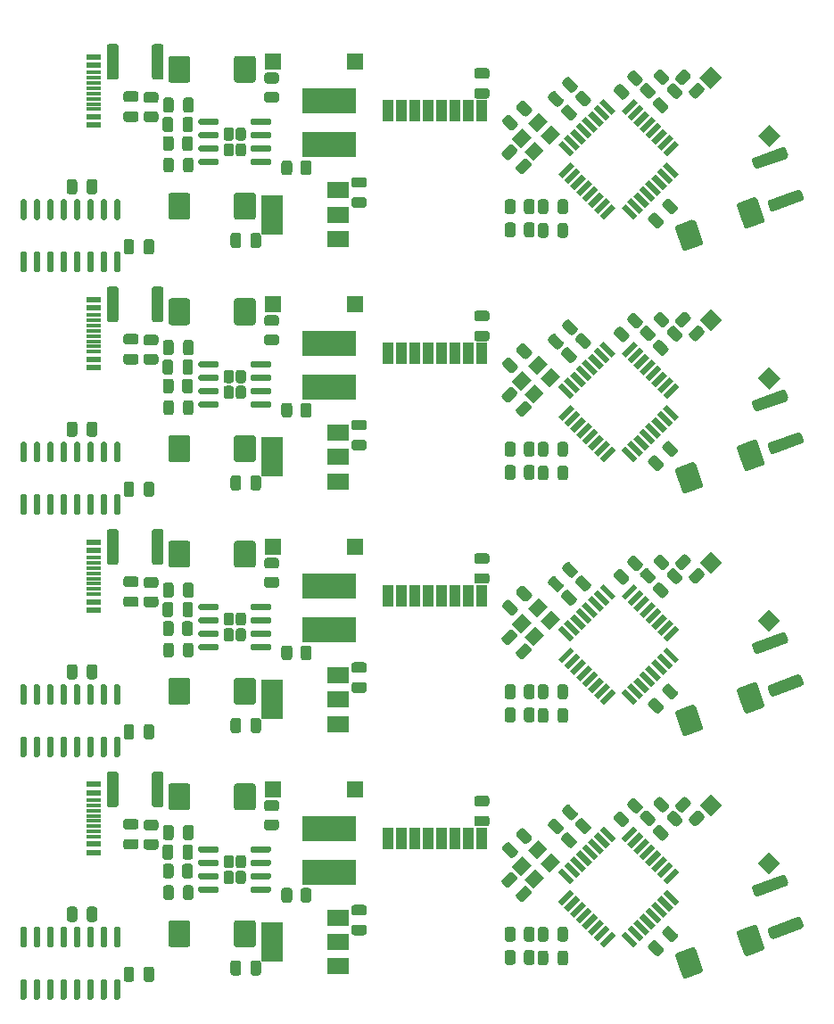
<source format=gbr>
%TF.GenerationSoftware,KiCad,Pcbnew,(5.1.9)-1*%
%TF.CreationDate,2021-08-15T16:36:55+08:00*%
%TF.ProjectId,final project,66696e61-6c20-4707-926f-6a6563742e6b,rev?*%
%TF.SameCoordinates,Original*%
%TF.FileFunction,Paste,Top*%
%TF.FilePolarity,Positive*%
%FSLAX46Y46*%
G04 Gerber Fmt 4.6, Leading zero omitted, Abs format (unit mm)*
G04 Created by KiCad (PCBNEW (5.1.9)-1) date 2021-08-15 16:36:55*
%MOMM*%
%LPD*%
G01*
G04 APERTURE LIST*
%ADD10C,0.100000*%
%ADD11R,1.500000X1.500000*%
%ADD12R,5.100000X2.350000*%
%ADD13R,1.450000X0.300000*%
%ADD14R,1.450000X0.600000*%
%ADD15R,2.000000X3.800000*%
%ADD16R,2.000000X1.500000*%
%ADD17R,1.000000X2.000000*%
G04 APERTURE END LIST*
%TO.C,R2*%
G36*
G01*
X100275000Y-115109999D02*
X100275000Y-116010001D01*
G75*
G02*
X100025001Y-116260000I-249999J0D01*
G01*
X99499999Y-116260000D01*
G75*
G02*
X99250000Y-116010001I0J249999D01*
G01*
X99250000Y-115109999D01*
G75*
G02*
X99499999Y-114860000I249999J0D01*
G01*
X100025001Y-114860000D01*
G75*
G02*
X100275000Y-115109999I0J-249999D01*
G01*
G37*
G36*
G01*
X98450000Y-115109999D02*
X98450000Y-116010001D01*
G75*
G02*
X98200001Y-116260000I-249999J0D01*
G01*
X97674999Y-116260000D01*
G75*
G02*
X97425000Y-116010001I0J249999D01*
G01*
X97425000Y-115109999D01*
G75*
G02*
X97674999Y-114860000I249999J0D01*
G01*
X98200001Y-114860000D01*
G75*
G02*
X98450000Y-115109999I0J-249999D01*
G01*
G37*
%TD*%
%TO.C,R2*%
G36*
G01*
X100275000Y-92089999D02*
X100275000Y-92990001D01*
G75*
G02*
X100025001Y-93240000I-249999J0D01*
G01*
X99499999Y-93240000D01*
G75*
G02*
X99250000Y-92990001I0J249999D01*
G01*
X99250000Y-92089999D01*
G75*
G02*
X99499999Y-91840000I249999J0D01*
G01*
X100025001Y-91840000D01*
G75*
G02*
X100275000Y-92089999I0J-249999D01*
G01*
G37*
G36*
G01*
X98450000Y-92089999D02*
X98450000Y-92990001D01*
G75*
G02*
X98200001Y-93240000I-249999J0D01*
G01*
X97674999Y-93240000D01*
G75*
G02*
X97425000Y-92990001I0J249999D01*
G01*
X97425000Y-92089999D01*
G75*
G02*
X97674999Y-91840000I249999J0D01*
G01*
X98200001Y-91840000D01*
G75*
G02*
X98450000Y-92089999I0J-249999D01*
G01*
G37*
%TD*%
%TO.C,R2*%
G36*
G01*
X100275000Y-69069999D02*
X100275000Y-69970001D01*
G75*
G02*
X100025001Y-70220000I-249999J0D01*
G01*
X99499999Y-70220000D01*
G75*
G02*
X99250000Y-69970001I0J249999D01*
G01*
X99250000Y-69069999D01*
G75*
G02*
X99499999Y-68820000I249999J0D01*
G01*
X100025001Y-68820000D01*
G75*
G02*
X100275000Y-69069999I0J-249999D01*
G01*
G37*
G36*
G01*
X98450000Y-69069999D02*
X98450000Y-69970001D01*
G75*
G02*
X98200001Y-70220000I-249999J0D01*
G01*
X97674999Y-70220000D01*
G75*
G02*
X97425000Y-69970001I0J249999D01*
G01*
X97425000Y-69069999D01*
G75*
G02*
X97674999Y-68820000I249999J0D01*
G01*
X98200001Y-68820000D01*
G75*
G02*
X98450000Y-69069999I0J-249999D01*
G01*
G37*
%TD*%
%TO.C,R7*%
G36*
G01*
X116325826Y-104599428D02*
X115689428Y-105235826D01*
G75*
G02*
X115335876Y-105235826I-176776J176776D01*
G01*
X114964644Y-104864594D01*
G75*
G02*
X114964644Y-104511042I176776J176776D01*
G01*
X115601042Y-103874644D01*
G75*
G02*
X115954594Y-103874644I176776J-176776D01*
G01*
X116325826Y-104245876D01*
G75*
G02*
X116325826Y-104599428I-176776J-176776D01*
G01*
G37*
G36*
G01*
X115035356Y-103308958D02*
X114398958Y-103945356D01*
G75*
G02*
X114045406Y-103945356I-176776J176776D01*
G01*
X113674174Y-103574124D01*
G75*
G02*
X113674174Y-103220572I176776J176776D01*
G01*
X114310572Y-102584174D01*
G75*
G02*
X114664124Y-102584174I176776J-176776D01*
G01*
X115035356Y-102955406D01*
G75*
G02*
X115035356Y-103308958I-176776J-176776D01*
G01*
G37*
%TD*%
%TO.C,R7*%
G36*
G01*
X116325826Y-81579428D02*
X115689428Y-82215826D01*
G75*
G02*
X115335876Y-82215826I-176776J176776D01*
G01*
X114964644Y-81844594D01*
G75*
G02*
X114964644Y-81491042I176776J176776D01*
G01*
X115601042Y-80854644D01*
G75*
G02*
X115954594Y-80854644I176776J-176776D01*
G01*
X116325826Y-81225876D01*
G75*
G02*
X116325826Y-81579428I-176776J-176776D01*
G01*
G37*
G36*
G01*
X115035356Y-80288958D02*
X114398958Y-80925356D01*
G75*
G02*
X114045406Y-80925356I-176776J176776D01*
G01*
X113674174Y-80554124D01*
G75*
G02*
X113674174Y-80200572I176776J176776D01*
G01*
X114310572Y-79564174D01*
G75*
G02*
X114664124Y-79564174I176776J-176776D01*
G01*
X115035356Y-79935406D01*
G75*
G02*
X115035356Y-80288958I-176776J-176776D01*
G01*
G37*
%TD*%
%TO.C,R7*%
G36*
G01*
X116325826Y-58559428D02*
X115689428Y-59195826D01*
G75*
G02*
X115335876Y-59195826I-176776J176776D01*
G01*
X114964644Y-58824594D01*
G75*
G02*
X114964644Y-58471042I176776J176776D01*
G01*
X115601042Y-57834644D01*
G75*
G02*
X115954594Y-57834644I176776J-176776D01*
G01*
X116325826Y-58205876D01*
G75*
G02*
X116325826Y-58559428I-176776J-176776D01*
G01*
G37*
G36*
G01*
X115035356Y-57268958D02*
X114398958Y-57905356D01*
G75*
G02*
X114045406Y-57905356I-176776J176776D01*
G01*
X113674174Y-57534124D01*
G75*
G02*
X113674174Y-57180572I176776J176776D01*
G01*
X114310572Y-56544174D01*
G75*
G02*
X114664124Y-56544174I176776J-176776D01*
G01*
X115035356Y-56915406D01*
G75*
G02*
X115035356Y-57268958I-176776J-176776D01*
G01*
G37*
%TD*%
%TO.C,R9*%
G36*
G01*
X109839428Y-102684174D02*
X110475826Y-103320572D01*
G75*
G02*
X110475826Y-103674124I-176776J-176776D01*
G01*
X110104594Y-104045356D01*
G75*
G02*
X109751042Y-104045356I-176776J176776D01*
G01*
X109114644Y-103408958D01*
G75*
G02*
X109114644Y-103055406I176776J176776D01*
G01*
X109485876Y-102684174D01*
G75*
G02*
X109839428Y-102684174I176776J-176776D01*
G01*
G37*
G36*
G01*
X108548958Y-103974644D02*
X109185356Y-104611042D01*
G75*
G02*
X109185356Y-104964594I-176776J-176776D01*
G01*
X108814124Y-105335826D01*
G75*
G02*
X108460572Y-105335826I-176776J176776D01*
G01*
X107824174Y-104699428D01*
G75*
G02*
X107824174Y-104345876I176776J176776D01*
G01*
X108195406Y-103974644D01*
G75*
G02*
X108548958Y-103974644I176776J-176776D01*
G01*
G37*
%TD*%
%TO.C,R9*%
G36*
G01*
X109839428Y-79664174D02*
X110475826Y-80300572D01*
G75*
G02*
X110475826Y-80654124I-176776J-176776D01*
G01*
X110104594Y-81025356D01*
G75*
G02*
X109751042Y-81025356I-176776J176776D01*
G01*
X109114644Y-80388958D01*
G75*
G02*
X109114644Y-80035406I176776J176776D01*
G01*
X109485876Y-79664174D01*
G75*
G02*
X109839428Y-79664174I176776J-176776D01*
G01*
G37*
G36*
G01*
X108548958Y-80954644D02*
X109185356Y-81591042D01*
G75*
G02*
X109185356Y-81944594I-176776J-176776D01*
G01*
X108814124Y-82315826D01*
G75*
G02*
X108460572Y-82315826I-176776J176776D01*
G01*
X107824174Y-81679428D01*
G75*
G02*
X107824174Y-81325876I176776J176776D01*
G01*
X108195406Y-80954644D01*
G75*
G02*
X108548958Y-80954644I176776J-176776D01*
G01*
G37*
%TD*%
%TO.C,R9*%
G36*
G01*
X109839428Y-56644174D02*
X110475826Y-57280572D01*
G75*
G02*
X110475826Y-57634124I-176776J-176776D01*
G01*
X110104594Y-58005356D01*
G75*
G02*
X109751042Y-58005356I-176776J176776D01*
G01*
X109114644Y-57368958D01*
G75*
G02*
X109114644Y-57015406I176776J176776D01*
G01*
X109485876Y-56644174D01*
G75*
G02*
X109839428Y-56644174I176776J-176776D01*
G01*
G37*
G36*
G01*
X108548958Y-57934644D02*
X109185356Y-58571042D01*
G75*
G02*
X109185356Y-58924594I-176776J-176776D01*
G01*
X108814124Y-59295826D01*
G75*
G02*
X108460572Y-59295826I-176776J176776D01*
G01*
X107824174Y-58659428D01*
G75*
G02*
X107824174Y-58305876I176776J176776D01*
G01*
X108195406Y-57934644D01*
G75*
G02*
X108548958Y-57934644I176776J-176776D01*
G01*
G37*
%TD*%
%TO.C,C5*%
G36*
G01*
X73800000Y-101485000D02*
X73800000Y-103535000D01*
G75*
G02*
X73550000Y-103785000I-250000J0D01*
G01*
X71975000Y-103785000D01*
G75*
G02*
X71725000Y-103535000I0J250000D01*
G01*
X71725000Y-101485000D01*
G75*
G02*
X71975000Y-101235000I250000J0D01*
G01*
X73550000Y-101235000D01*
G75*
G02*
X73800000Y-101485000I0J-250000D01*
G01*
G37*
G36*
G01*
X67575000Y-101485000D02*
X67575000Y-103535000D01*
G75*
G02*
X67325000Y-103785000I-250000J0D01*
G01*
X65750000Y-103785000D01*
G75*
G02*
X65500000Y-103535000I0J250000D01*
G01*
X65500000Y-101485000D01*
G75*
G02*
X65750000Y-101235000I250000J0D01*
G01*
X67325000Y-101235000D01*
G75*
G02*
X67575000Y-101485000I0J-250000D01*
G01*
G37*
%TD*%
%TO.C,C5*%
G36*
G01*
X73800000Y-78465000D02*
X73800000Y-80515000D01*
G75*
G02*
X73550000Y-80765000I-250000J0D01*
G01*
X71975000Y-80765000D01*
G75*
G02*
X71725000Y-80515000I0J250000D01*
G01*
X71725000Y-78465000D01*
G75*
G02*
X71975000Y-78215000I250000J0D01*
G01*
X73550000Y-78215000D01*
G75*
G02*
X73800000Y-78465000I0J-250000D01*
G01*
G37*
G36*
G01*
X67575000Y-78465000D02*
X67575000Y-80515000D01*
G75*
G02*
X67325000Y-80765000I-250000J0D01*
G01*
X65750000Y-80765000D01*
G75*
G02*
X65500000Y-80515000I0J250000D01*
G01*
X65500000Y-78465000D01*
G75*
G02*
X65750000Y-78215000I250000J0D01*
G01*
X67325000Y-78215000D01*
G75*
G02*
X67575000Y-78465000I0J-250000D01*
G01*
G37*
%TD*%
%TO.C,C5*%
G36*
G01*
X73800000Y-55445000D02*
X73800000Y-57495000D01*
G75*
G02*
X73550000Y-57745000I-250000J0D01*
G01*
X71975000Y-57745000D01*
G75*
G02*
X71725000Y-57495000I0J250000D01*
G01*
X71725000Y-55445000D01*
G75*
G02*
X71975000Y-55195000I250000J0D01*
G01*
X73550000Y-55195000D01*
G75*
G02*
X73800000Y-55445000I0J-250000D01*
G01*
G37*
G36*
G01*
X67575000Y-55445000D02*
X67575000Y-57495000D01*
G75*
G02*
X67325000Y-57745000I-250000J0D01*
G01*
X65750000Y-57745000D01*
G75*
G02*
X65500000Y-57495000I0J250000D01*
G01*
X65500000Y-55445000D01*
G75*
G02*
X65750000Y-55195000I250000J0D01*
G01*
X67325000Y-55195000D01*
G75*
G02*
X67575000Y-55445000I0J-250000D01*
G01*
G37*
%TD*%
%TO.C,U1*%
G36*
G01*
X60495000Y-114860000D02*
X60795000Y-114860000D01*
G75*
G02*
X60945000Y-115010000I0J-150000D01*
G01*
X60945000Y-116660000D01*
G75*
G02*
X60795000Y-116810000I-150000J0D01*
G01*
X60495000Y-116810000D01*
G75*
G02*
X60345000Y-116660000I0J150000D01*
G01*
X60345000Y-115010000D01*
G75*
G02*
X60495000Y-114860000I150000J0D01*
G01*
G37*
G36*
G01*
X59225000Y-114860000D02*
X59525000Y-114860000D01*
G75*
G02*
X59675000Y-115010000I0J-150000D01*
G01*
X59675000Y-116660000D01*
G75*
G02*
X59525000Y-116810000I-150000J0D01*
G01*
X59225000Y-116810000D01*
G75*
G02*
X59075000Y-116660000I0J150000D01*
G01*
X59075000Y-115010000D01*
G75*
G02*
X59225000Y-114860000I150000J0D01*
G01*
G37*
G36*
G01*
X57955000Y-114860000D02*
X58255000Y-114860000D01*
G75*
G02*
X58405000Y-115010000I0J-150000D01*
G01*
X58405000Y-116660000D01*
G75*
G02*
X58255000Y-116810000I-150000J0D01*
G01*
X57955000Y-116810000D01*
G75*
G02*
X57805000Y-116660000I0J150000D01*
G01*
X57805000Y-115010000D01*
G75*
G02*
X57955000Y-114860000I150000J0D01*
G01*
G37*
G36*
G01*
X56685000Y-114860000D02*
X56985000Y-114860000D01*
G75*
G02*
X57135000Y-115010000I0J-150000D01*
G01*
X57135000Y-116660000D01*
G75*
G02*
X56985000Y-116810000I-150000J0D01*
G01*
X56685000Y-116810000D01*
G75*
G02*
X56535000Y-116660000I0J150000D01*
G01*
X56535000Y-115010000D01*
G75*
G02*
X56685000Y-114860000I150000J0D01*
G01*
G37*
G36*
G01*
X55415000Y-114860000D02*
X55715000Y-114860000D01*
G75*
G02*
X55865000Y-115010000I0J-150000D01*
G01*
X55865000Y-116660000D01*
G75*
G02*
X55715000Y-116810000I-150000J0D01*
G01*
X55415000Y-116810000D01*
G75*
G02*
X55265000Y-116660000I0J150000D01*
G01*
X55265000Y-115010000D01*
G75*
G02*
X55415000Y-114860000I150000J0D01*
G01*
G37*
G36*
G01*
X54145000Y-114860000D02*
X54445000Y-114860000D01*
G75*
G02*
X54595000Y-115010000I0J-150000D01*
G01*
X54595000Y-116660000D01*
G75*
G02*
X54445000Y-116810000I-150000J0D01*
G01*
X54145000Y-116810000D01*
G75*
G02*
X53995000Y-116660000I0J150000D01*
G01*
X53995000Y-115010000D01*
G75*
G02*
X54145000Y-114860000I150000J0D01*
G01*
G37*
G36*
G01*
X52875000Y-114860000D02*
X53175000Y-114860000D01*
G75*
G02*
X53325000Y-115010000I0J-150000D01*
G01*
X53325000Y-116660000D01*
G75*
G02*
X53175000Y-116810000I-150000J0D01*
G01*
X52875000Y-116810000D01*
G75*
G02*
X52725000Y-116660000I0J150000D01*
G01*
X52725000Y-115010000D01*
G75*
G02*
X52875000Y-114860000I150000J0D01*
G01*
G37*
G36*
G01*
X51605000Y-114860000D02*
X51905000Y-114860000D01*
G75*
G02*
X52055000Y-115010000I0J-150000D01*
G01*
X52055000Y-116660000D01*
G75*
G02*
X51905000Y-116810000I-150000J0D01*
G01*
X51605000Y-116810000D01*
G75*
G02*
X51455000Y-116660000I0J150000D01*
G01*
X51455000Y-115010000D01*
G75*
G02*
X51605000Y-114860000I150000J0D01*
G01*
G37*
G36*
G01*
X51605000Y-119810000D02*
X51905000Y-119810000D01*
G75*
G02*
X52055000Y-119960000I0J-150000D01*
G01*
X52055000Y-121610000D01*
G75*
G02*
X51905000Y-121760000I-150000J0D01*
G01*
X51605000Y-121760000D01*
G75*
G02*
X51455000Y-121610000I0J150000D01*
G01*
X51455000Y-119960000D01*
G75*
G02*
X51605000Y-119810000I150000J0D01*
G01*
G37*
G36*
G01*
X52875000Y-119810000D02*
X53175000Y-119810000D01*
G75*
G02*
X53325000Y-119960000I0J-150000D01*
G01*
X53325000Y-121610000D01*
G75*
G02*
X53175000Y-121760000I-150000J0D01*
G01*
X52875000Y-121760000D01*
G75*
G02*
X52725000Y-121610000I0J150000D01*
G01*
X52725000Y-119960000D01*
G75*
G02*
X52875000Y-119810000I150000J0D01*
G01*
G37*
G36*
G01*
X54145000Y-119810000D02*
X54445000Y-119810000D01*
G75*
G02*
X54595000Y-119960000I0J-150000D01*
G01*
X54595000Y-121610000D01*
G75*
G02*
X54445000Y-121760000I-150000J0D01*
G01*
X54145000Y-121760000D01*
G75*
G02*
X53995000Y-121610000I0J150000D01*
G01*
X53995000Y-119960000D01*
G75*
G02*
X54145000Y-119810000I150000J0D01*
G01*
G37*
G36*
G01*
X55415000Y-119810000D02*
X55715000Y-119810000D01*
G75*
G02*
X55865000Y-119960000I0J-150000D01*
G01*
X55865000Y-121610000D01*
G75*
G02*
X55715000Y-121760000I-150000J0D01*
G01*
X55415000Y-121760000D01*
G75*
G02*
X55265000Y-121610000I0J150000D01*
G01*
X55265000Y-119960000D01*
G75*
G02*
X55415000Y-119810000I150000J0D01*
G01*
G37*
G36*
G01*
X56685000Y-119810000D02*
X56985000Y-119810000D01*
G75*
G02*
X57135000Y-119960000I0J-150000D01*
G01*
X57135000Y-121610000D01*
G75*
G02*
X56985000Y-121760000I-150000J0D01*
G01*
X56685000Y-121760000D01*
G75*
G02*
X56535000Y-121610000I0J150000D01*
G01*
X56535000Y-119960000D01*
G75*
G02*
X56685000Y-119810000I150000J0D01*
G01*
G37*
G36*
G01*
X57955000Y-119810000D02*
X58255000Y-119810000D01*
G75*
G02*
X58405000Y-119960000I0J-150000D01*
G01*
X58405000Y-121610000D01*
G75*
G02*
X58255000Y-121760000I-150000J0D01*
G01*
X57955000Y-121760000D01*
G75*
G02*
X57805000Y-121610000I0J150000D01*
G01*
X57805000Y-119960000D01*
G75*
G02*
X57955000Y-119810000I150000J0D01*
G01*
G37*
G36*
G01*
X59225000Y-119810000D02*
X59525000Y-119810000D01*
G75*
G02*
X59675000Y-119960000I0J-150000D01*
G01*
X59675000Y-121610000D01*
G75*
G02*
X59525000Y-121760000I-150000J0D01*
G01*
X59225000Y-121760000D01*
G75*
G02*
X59075000Y-121610000I0J150000D01*
G01*
X59075000Y-119960000D01*
G75*
G02*
X59225000Y-119810000I150000J0D01*
G01*
G37*
G36*
G01*
X60495000Y-119810000D02*
X60795000Y-119810000D01*
G75*
G02*
X60945000Y-119960000I0J-150000D01*
G01*
X60945000Y-121610000D01*
G75*
G02*
X60795000Y-121760000I-150000J0D01*
G01*
X60495000Y-121760000D01*
G75*
G02*
X60345000Y-121610000I0J150000D01*
G01*
X60345000Y-119960000D01*
G75*
G02*
X60495000Y-119810000I150000J0D01*
G01*
G37*
%TD*%
%TO.C,U1*%
G36*
G01*
X60495000Y-91840000D02*
X60795000Y-91840000D01*
G75*
G02*
X60945000Y-91990000I0J-150000D01*
G01*
X60945000Y-93640000D01*
G75*
G02*
X60795000Y-93790000I-150000J0D01*
G01*
X60495000Y-93790000D01*
G75*
G02*
X60345000Y-93640000I0J150000D01*
G01*
X60345000Y-91990000D01*
G75*
G02*
X60495000Y-91840000I150000J0D01*
G01*
G37*
G36*
G01*
X59225000Y-91840000D02*
X59525000Y-91840000D01*
G75*
G02*
X59675000Y-91990000I0J-150000D01*
G01*
X59675000Y-93640000D01*
G75*
G02*
X59525000Y-93790000I-150000J0D01*
G01*
X59225000Y-93790000D01*
G75*
G02*
X59075000Y-93640000I0J150000D01*
G01*
X59075000Y-91990000D01*
G75*
G02*
X59225000Y-91840000I150000J0D01*
G01*
G37*
G36*
G01*
X57955000Y-91840000D02*
X58255000Y-91840000D01*
G75*
G02*
X58405000Y-91990000I0J-150000D01*
G01*
X58405000Y-93640000D01*
G75*
G02*
X58255000Y-93790000I-150000J0D01*
G01*
X57955000Y-93790000D01*
G75*
G02*
X57805000Y-93640000I0J150000D01*
G01*
X57805000Y-91990000D01*
G75*
G02*
X57955000Y-91840000I150000J0D01*
G01*
G37*
G36*
G01*
X56685000Y-91840000D02*
X56985000Y-91840000D01*
G75*
G02*
X57135000Y-91990000I0J-150000D01*
G01*
X57135000Y-93640000D01*
G75*
G02*
X56985000Y-93790000I-150000J0D01*
G01*
X56685000Y-93790000D01*
G75*
G02*
X56535000Y-93640000I0J150000D01*
G01*
X56535000Y-91990000D01*
G75*
G02*
X56685000Y-91840000I150000J0D01*
G01*
G37*
G36*
G01*
X55415000Y-91840000D02*
X55715000Y-91840000D01*
G75*
G02*
X55865000Y-91990000I0J-150000D01*
G01*
X55865000Y-93640000D01*
G75*
G02*
X55715000Y-93790000I-150000J0D01*
G01*
X55415000Y-93790000D01*
G75*
G02*
X55265000Y-93640000I0J150000D01*
G01*
X55265000Y-91990000D01*
G75*
G02*
X55415000Y-91840000I150000J0D01*
G01*
G37*
G36*
G01*
X54145000Y-91840000D02*
X54445000Y-91840000D01*
G75*
G02*
X54595000Y-91990000I0J-150000D01*
G01*
X54595000Y-93640000D01*
G75*
G02*
X54445000Y-93790000I-150000J0D01*
G01*
X54145000Y-93790000D01*
G75*
G02*
X53995000Y-93640000I0J150000D01*
G01*
X53995000Y-91990000D01*
G75*
G02*
X54145000Y-91840000I150000J0D01*
G01*
G37*
G36*
G01*
X52875000Y-91840000D02*
X53175000Y-91840000D01*
G75*
G02*
X53325000Y-91990000I0J-150000D01*
G01*
X53325000Y-93640000D01*
G75*
G02*
X53175000Y-93790000I-150000J0D01*
G01*
X52875000Y-93790000D01*
G75*
G02*
X52725000Y-93640000I0J150000D01*
G01*
X52725000Y-91990000D01*
G75*
G02*
X52875000Y-91840000I150000J0D01*
G01*
G37*
G36*
G01*
X51605000Y-91840000D02*
X51905000Y-91840000D01*
G75*
G02*
X52055000Y-91990000I0J-150000D01*
G01*
X52055000Y-93640000D01*
G75*
G02*
X51905000Y-93790000I-150000J0D01*
G01*
X51605000Y-93790000D01*
G75*
G02*
X51455000Y-93640000I0J150000D01*
G01*
X51455000Y-91990000D01*
G75*
G02*
X51605000Y-91840000I150000J0D01*
G01*
G37*
G36*
G01*
X51605000Y-96790000D02*
X51905000Y-96790000D01*
G75*
G02*
X52055000Y-96940000I0J-150000D01*
G01*
X52055000Y-98590000D01*
G75*
G02*
X51905000Y-98740000I-150000J0D01*
G01*
X51605000Y-98740000D01*
G75*
G02*
X51455000Y-98590000I0J150000D01*
G01*
X51455000Y-96940000D01*
G75*
G02*
X51605000Y-96790000I150000J0D01*
G01*
G37*
G36*
G01*
X52875000Y-96790000D02*
X53175000Y-96790000D01*
G75*
G02*
X53325000Y-96940000I0J-150000D01*
G01*
X53325000Y-98590000D01*
G75*
G02*
X53175000Y-98740000I-150000J0D01*
G01*
X52875000Y-98740000D01*
G75*
G02*
X52725000Y-98590000I0J150000D01*
G01*
X52725000Y-96940000D01*
G75*
G02*
X52875000Y-96790000I150000J0D01*
G01*
G37*
G36*
G01*
X54145000Y-96790000D02*
X54445000Y-96790000D01*
G75*
G02*
X54595000Y-96940000I0J-150000D01*
G01*
X54595000Y-98590000D01*
G75*
G02*
X54445000Y-98740000I-150000J0D01*
G01*
X54145000Y-98740000D01*
G75*
G02*
X53995000Y-98590000I0J150000D01*
G01*
X53995000Y-96940000D01*
G75*
G02*
X54145000Y-96790000I150000J0D01*
G01*
G37*
G36*
G01*
X55415000Y-96790000D02*
X55715000Y-96790000D01*
G75*
G02*
X55865000Y-96940000I0J-150000D01*
G01*
X55865000Y-98590000D01*
G75*
G02*
X55715000Y-98740000I-150000J0D01*
G01*
X55415000Y-98740000D01*
G75*
G02*
X55265000Y-98590000I0J150000D01*
G01*
X55265000Y-96940000D01*
G75*
G02*
X55415000Y-96790000I150000J0D01*
G01*
G37*
G36*
G01*
X56685000Y-96790000D02*
X56985000Y-96790000D01*
G75*
G02*
X57135000Y-96940000I0J-150000D01*
G01*
X57135000Y-98590000D01*
G75*
G02*
X56985000Y-98740000I-150000J0D01*
G01*
X56685000Y-98740000D01*
G75*
G02*
X56535000Y-98590000I0J150000D01*
G01*
X56535000Y-96940000D01*
G75*
G02*
X56685000Y-96790000I150000J0D01*
G01*
G37*
G36*
G01*
X57955000Y-96790000D02*
X58255000Y-96790000D01*
G75*
G02*
X58405000Y-96940000I0J-150000D01*
G01*
X58405000Y-98590000D01*
G75*
G02*
X58255000Y-98740000I-150000J0D01*
G01*
X57955000Y-98740000D01*
G75*
G02*
X57805000Y-98590000I0J150000D01*
G01*
X57805000Y-96940000D01*
G75*
G02*
X57955000Y-96790000I150000J0D01*
G01*
G37*
G36*
G01*
X59225000Y-96790000D02*
X59525000Y-96790000D01*
G75*
G02*
X59675000Y-96940000I0J-150000D01*
G01*
X59675000Y-98590000D01*
G75*
G02*
X59525000Y-98740000I-150000J0D01*
G01*
X59225000Y-98740000D01*
G75*
G02*
X59075000Y-98590000I0J150000D01*
G01*
X59075000Y-96940000D01*
G75*
G02*
X59225000Y-96790000I150000J0D01*
G01*
G37*
G36*
G01*
X60495000Y-96790000D02*
X60795000Y-96790000D01*
G75*
G02*
X60945000Y-96940000I0J-150000D01*
G01*
X60945000Y-98590000D01*
G75*
G02*
X60795000Y-98740000I-150000J0D01*
G01*
X60495000Y-98740000D01*
G75*
G02*
X60345000Y-98590000I0J150000D01*
G01*
X60345000Y-96940000D01*
G75*
G02*
X60495000Y-96790000I150000J0D01*
G01*
G37*
%TD*%
%TO.C,U1*%
G36*
G01*
X60495000Y-68820000D02*
X60795000Y-68820000D01*
G75*
G02*
X60945000Y-68970000I0J-150000D01*
G01*
X60945000Y-70620000D01*
G75*
G02*
X60795000Y-70770000I-150000J0D01*
G01*
X60495000Y-70770000D01*
G75*
G02*
X60345000Y-70620000I0J150000D01*
G01*
X60345000Y-68970000D01*
G75*
G02*
X60495000Y-68820000I150000J0D01*
G01*
G37*
G36*
G01*
X59225000Y-68820000D02*
X59525000Y-68820000D01*
G75*
G02*
X59675000Y-68970000I0J-150000D01*
G01*
X59675000Y-70620000D01*
G75*
G02*
X59525000Y-70770000I-150000J0D01*
G01*
X59225000Y-70770000D01*
G75*
G02*
X59075000Y-70620000I0J150000D01*
G01*
X59075000Y-68970000D01*
G75*
G02*
X59225000Y-68820000I150000J0D01*
G01*
G37*
G36*
G01*
X57955000Y-68820000D02*
X58255000Y-68820000D01*
G75*
G02*
X58405000Y-68970000I0J-150000D01*
G01*
X58405000Y-70620000D01*
G75*
G02*
X58255000Y-70770000I-150000J0D01*
G01*
X57955000Y-70770000D01*
G75*
G02*
X57805000Y-70620000I0J150000D01*
G01*
X57805000Y-68970000D01*
G75*
G02*
X57955000Y-68820000I150000J0D01*
G01*
G37*
G36*
G01*
X56685000Y-68820000D02*
X56985000Y-68820000D01*
G75*
G02*
X57135000Y-68970000I0J-150000D01*
G01*
X57135000Y-70620000D01*
G75*
G02*
X56985000Y-70770000I-150000J0D01*
G01*
X56685000Y-70770000D01*
G75*
G02*
X56535000Y-70620000I0J150000D01*
G01*
X56535000Y-68970000D01*
G75*
G02*
X56685000Y-68820000I150000J0D01*
G01*
G37*
G36*
G01*
X55415000Y-68820000D02*
X55715000Y-68820000D01*
G75*
G02*
X55865000Y-68970000I0J-150000D01*
G01*
X55865000Y-70620000D01*
G75*
G02*
X55715000Y-70770000I-150000J0D01*
G01*
X55415000Y-70770000D01*
G75*
G02*
X55265000Y-70620000I0J150000D01*
G01*
X55265000Y-68970000D01*
G75*
G02*
X55415000Y-68820000I150000J0D01*
G01*
G37*
G36*
G01*
X54145000Y-68820000D02*
X54445000Y-68820000D01*
G75*
G02*
X54595000Y-68970000I0J-150000D01*
G01*
X54595000Y-70620000D01*
G75*
G02*
X54445000Y-70770000I-150000J0D01*
G01*
X54145000Y-70770000D01*
G75*
G02*
X53995000Y-70620000I0J150000D01*
G01*
X53995000Y-68970000D01*
G75*
G02*
X54145000Y-68820000I150000J0D01*
G01*
G37*
G36*
G01*
X52875000Y-68820000D02*
X53175000Y-68820000D01*
G75*
G02*
X53325000Y-68970000I0J-150000D01*
G01*
X53325000Y-70620000D01*
G75*
G02*
X53175000Y-70770000I-150000J0D01*
G01*
X52875000Y-70770000D01*
G75*
G02*
X52725000Y-70620000I0J150000D01*
G01*
X52725000Y-68970000D01*
G75*
G02*
X52875000Y-68820000I150000J0D01*
G01*
G37*
G36*
G01*
X51605000Y-68820000D02*
X51905000Y-68820000D01*
G75*
G02*
X52055000Y-68970000I0J-150000D01*
G01*
X52055000Y-70620000D01*
G75*
G02*
X51905000Y-70770000I-150000J0D01*
G01*
X51605000Y-70770000D01*
G75*
G02*
X51455000Y-70620000I0J150000D01*
G01*
X51455000Y-68970000D01*
G75*
G02*
X51605000Y-68820000I150000J0D01*
G01*
G37*
G36*
G01*
X51605000Y-73770000D02*
X51905000Y-73770000D01*
G75*
G02*
X52055000Y-73920000I0J-150000D01*
G01*
X52055000Y-75570000D01*
G75*
G02*
X51905000Y-75720000I-150000J0D01*
G01*
X51605000Y-75720000D01*
G75*
G02*
X51455000Y-75570000I0J150000D01*
G01*
X51455000Y-73920000D01*
G75*
G02*
X51605000Y-73770000I150000J0D01*
G01*
G37*
G36*
G01*
X52875000Y-73770000D02*
X53175000Y-73770000D01*
G75*
G02*
X53325000Y-73920000I0J-150000D01*
G01*
X53325000Y-75570000D01*
G75*
G02*
X53175000Y-75720000I-150000J0D01*
G01*
X52875000Y-75720000D01*
G75*
G02*
X52725000Y-75570000I0J150000D01*
G01*
X52725000Y-73920000D01*
G75*
G02*
X52875000Y-73770000I150000J0D01*
G01*
G37*
G36*
G01*
X54145000Y-73770000D02*
X54445000Y-73770000D01*
G75*
G02*
X54595000Y-73920000I0J-150000D01*
G01*
X54595000Y-75570000D01*
G75*
G02*
X54445000Y-75720000I-150000J0D01*
G01*
X54145000Y-75720000D01*
G75*
G02*
X53995000Y-75570000I0J150000D01*
G01*
X53995000Y-73920000D01*
G75*
G02*
X54145000Y-73770000I150000J0D01*
G01*
G37*
G36*
G01*
X55415000Y-73770000D02*
X55715000Y-73770000D01*
G75*
G02*
X55865000Y-73920000I0J-150000D01*
G01*
X55865000Y-75570000D01*
G75*
G02*
X55715000Y-75720000I-150000J0D01*
G01*
X55415000Y-75720000D01*
G75*
G02*
X55265000Y-75570000I0J150000D01*
G01*
X55265000Y-73920000D01*
G75*
G02*
X55415000Y-73770000I150000J0D01*
G01*
G37*
G36*
G01*
X56685000Y-73770000D02*
X56985000Y-73770000D01*
G75*
G02*
X57135000Y-73920000I0J-150000D01*
G01*
X57135000Y-75570000D01*
G75*
G02*
X56985000Y-75720000I-150000J0D01*
G01*
X56685000Y-75720000D01*
G75*
G02*
X56535000Y-75570000I0J150000D01*
G01*
X56535000Y-73920000D01*
G75*
G02*
X56685000Y-73770000I150000J0D01*
G01*
G37*
G36*
G01*
X57955000Y-73770000D02*
X58255000Y-73770000D01*
G75*
G02*
X58405000Y-73920000I0J-150000D01*
G01*
X58405000Y-75570000D01*
G75*
G02*
X58255000Y-75720000I-150000J0D01*
G01*
X57955000Y-75720000D01*
G75*
G02*
X57805000Y-75570000I0J150000D01*
G01*
X57805000Y-73920000D01*
G75*
G02*
X57955000Y-73770000I150000J0D01*
G01*
G37*
G36*
G01*
X59225000Y-73770000D02*
X59525000Y-73770000D01*
G75*
G02*
X59675000Y-73920000I0J-150000D01*
G01*
X59675000Y-75570000D01*
G75*
G02*
X59525000Y-75720000I-150000J0D01*
G01*
X59225000Y-75720000D01*
G75*
G02*
X59075000Y-75570000I0J150000D01*
G01*
X59075000Y-73920000D01*
G75*
G02*
X59225000Y-73770000I150000J0D01*
G01*
G37*
G36*
G01*
X60495000Y-73770000D02*
X60795000Y-73770000D01*
G75*
G02*
X60945000Y-73920000I0J-150000D01*
G01*
X60945000Y-75570000D01*
G75*
G02*
X60795000Y-75720000I-150000J0D01*
G01*
X60495000Y-75720000D01*
G75*
G02*
X60345000Y-75570000I0J150000D01*
G01*
X60345000Y-73920000D01*
G75*
G02*
X60495000Y-73770000I150000J0D01*
G01*
G37*
%TD*%
D10*
%TO.C,Y1*%
G36*
X100647488Y-106611903D02*
G01*
X101496016Y-107460431D01*
X100506066Y-108450381D01*
X99657538Y-107601853D01*
X100647488Y-106611903D01*
G37*
G36*
X99091853Y-108167538D02*
G01*
X99940381Y-109016066D01*
X98950431Y-110006016D01*
X98101903Y-109157488D01*
X99091853Y-108167538D01*
G37*
G36*
X100293934Y-109369619D02*
G01*
X101142462Y-110218147D01*
X100152512Y-111208097D01*
X99303984Y-110359569D01*
X100293934Y-109369619D01*
G37*
G36*
X101849569Y-107813984D02*
G01*
X102698097Y-108662512D01*
X101708147Y-109652462D01*
X100859619Y-108803934D01*
X101849569Y-107813984D01*
G37*
%TD*%
%TO.C,Y1*%
G36*
X100647488Y-83591903D02*
G01*
X101496016Y-84440431D01*
X100506066Y-85430381D01*
X99657538Y-84581853D01*
X100647488Y-83591903D01*
G37*
G36*
X99091853Y-85147538D02*
G01*
X99940381Y-85996066D01*
X98950431Y-86986016D01*
X98101903Y-86137488D01*
X99091853Y-85147538D01*
G37*
G36*
X100293934Y-86349619D02*
G01*
X101142462Y-87198147D01*
X100152512Y-88188097D01*
X99303984Y-87339569D01*
X100293934Y-86349619D01*
G37*
G36*
X101849569Y-84793984D02*
G01*
X102698097Y-85642512D01*
X101708147Y-86632462D01*
X100859619Y-85783934D01*
X101849569Y-84793984D01*
G37*
%TD*%
%TO.C,Y1*%
G36*
X100647488Y-60571903D02*
G01*
X101496016Y-61420431D01*
X100506066Y-62410381D01*
X99657538Y-61561853D01*
X100647488Y-60571903D01*
G37*
G36*
X99091853Y-62127538D02*
G01*
X99940381Y-62976066D01*
X98950431Y-63966016D01*
X98101903Y-63117488D01*
X99091853Y-62127538D01*
G37*
G36*
X100293934Y-63329619D02*
G01*
X101142462Y-64178147D01*
X100152512Y-65168097D01*
X99303984Y-64319569D01*
X100293934Y-63329619D01*
G37*
G36*
X101849569Y-61773984D02*
G01*
X102698097Y-62622512D01*
X101708147Y-63612462D01*
X100859619Y-62763934D01*
X101849569Y-61773984D01*
G37*
%TD*%
%TO.C,C7*%
G36*
G01*
X64950000Y-108235000D02*
X64950000Y-107285000D01*
G75*
G02*
X65200000Y-107035000I250000J0D01*
G01*
X65700000Y-107035000D01*
G75*
G02*
X65950000Y-107285000I0J-250000D01*
G01*
X65950000Y-108235000D01*
G75*
G02*
X65700000Y-108485000I-250000J0D01*
G01*
X65200000Y-108485000D01*
G75*
G02*
X64950000Y-108235000I0J250000D01*
G01*
G37*
G36*
G01*
X66850000Y-108235000D02*
X66850000Y-107285000D01*
G75*
G02*
X67100000Y-107035000I250000J0D01*
G01*
X67600000Y-107035000D01*
G75*
G02*
X67850000Y-107285000I0J-250000D01*
G01*
X67850000Y-108235000D01*
G75*
G02*
X67600000Y-108485000I-250000J0D01*
G01*
X67100000Y-108485000D01*
G75*
G02*
X66850000Y-108235000I0J250000D01*
G01*
G37*
%TD*%
%TO.C,C7*%
G36*
G01*
X64950000Y-85215000D02*
X64950000Y-84265000D01*
G75*
G02*
X65200000Y-84015000I250000J0D01*
G01*
X65700000Y-84015000D01*
G75*
G02*
X65950000Y-84265000I0J-250000D01*
G01*
X65950000Y-85215000D01*
G75*
G02*
X65700000Y-85465000I-250000J0D01*
G01*
X65200000Y-85465000D01*
G75*
G02*
X64950000Y-85215000I0J250000D01*
G01*
G37*
G36*
G01*
X66850000Y-85215000D02*
X66850000Y-84265000D01*
G75*
G02*
X67100000Y-84015000I250000J0D01*
G01*
X67600000Y-84015000D01*
G75*
G02*
X67850000Y-84265000I0J-250000D01*
G01*
X67850000Y-85215000D01*
G75*
G02*
X67600000Y-85465000I-250000J0D01*
G01*
X67100000Y-85465000D01*
G75*
G02*
X66850000Y-85215000I0J250000D01*
G01*
G37*
%TD*%
%TO.C,C7*%
G36*
G01*
X64950000Y-62195000D02*
X64950000Y-61245000D01*
G75*
G02*
X65200000Y-60995000I250000J0D01*
G01*
X65700000Y-60995000D01*
G75*
G02*
X65950000Y-61245000I0J-250000D01*
G01*
X65950000Y-62195000D01*
G75*
G02*
X65700000Y-62445000I-250000J0D01*
G01*
X65200000Y-62445000D01*
G75*
G02*
X64950000Y-62195000I0J250000D01*
G01*
G37*
G36*
G01*
X66850000Y-62195000D02*
X66850000Y-61245000D01*
G75*
G02*
X67100000Y-60995000I250000J0D01*
G01*
X67600000Y-60995000D01*
G75*
G02*
X67850000Y-61245000I0J-250000D01*
G01*
X67850000Y-62195000D01*
G75*
G02*
X67600000Y-62445000I-250000J0D01*
G01*
X67100000Y-62445000D01*
G75*
G02*
X66850000Y-62195000I0J250000D01*
G01*
G37*
%TD*%
%TO.C,R1*%
G36*
G01*
X100275000Y-117309999D02*
X100275000Y-118210001D01*
G75*
G02*
X100025001Y-118460000I-249999J0D01*
G01*
X99499999Y-118460000D01*
G75*
G02*
X99250000Y-118210001I0J249999D01*
G01*
X99250000Y-117309999D01*
G75*
G02*
X99499999Y-117060000I249999J0D01*
G01*
X100025001Y-117060000D01*
G75*
G02*
X100275000Y-117309999I0J-249999D01*
G01*
G37*
G36*
G01*
X98450000Y-117309999D02*
X98450000Y-118210001D01*
G75*
G02*
X98200001Y-118460000I-249999J0D01*
G01*
X97674999Y-118460000D01*
G75*
G02*
X97425000Y-118210001I0J249999D01*
G01*
X97425000Y-117309999D01*
G75*
G02*
X97674999Y-117060000I249999J0D01*
G01*
X98200001Y-117060000D01*
G75*
G02*
X98450000Y-117309999I0J-249999D01*
G01*
G37*
%TD*%
%TO.C,R1*%
G36*
G01*
X100275000Y-94289999D02*
X100275000Y-95190001D01*
G75*
G02*
X100025001Y-95440000I-249999J0D01*
G01*
X99499999Y-95440000D01*
G75*
G02*
X99250000Y-95190001I0J249999D01*
G01*
X99250000Y-94289999D01*
G75*
G02*
X99499999Y-94040000I249999J0D01*
G01*
X100025001Y-94040000D01*
G75*
G02*
X100275000Y-94289999I0J-249999D01*
G01*
G37*
G36*
G01*
X98450000Y-94289999D02*
X98450000Y-95190001D01*
G75*
G02*
X98200001Y-95440000I-249999J0D01*
G01*
X97674999Y-95440000D01*
G75*
G02*
X97425000Y-95190001I0J249999D01*
G01*
X97425000Y-94289999D01*
G75*
G02*
X97674999Y-94040000I249999J0D01*
G01*
X98200001Y-94040000D01*
G75*
G02*
X98450000Y-94289999I0J-249999D01*
G01*
G37*
%TD*%
%TO.C,R1*%
G36*
G01*
X100275000Y-71269999D02*
X100275000Y-72170001D01*
G75*
G02*
X100025001Y-72420000I-249999J0D01*
G01*
X99499999Y-72420000D01*
G75*
G02*
X99250000Y-72170001I0J249999D01*
G01*
X99250000Y-71269999D01*
G75*
G02*
X99499999Y-71020000I249999J0D01*
G01*
X100025001Y-71020000D01*
G75*
G02*
X100275000Y-71269999I0J-249999D01*
G01*
G37*
G36*
G01*
X98450000Y-71269999D02*
X98450000Y-72170001D01*
G75*
G02*
X98200001Y-72420000I-249999J0D01*
G01*
X97674999Y-72420000D01*
G75*
G02*
X97425000Y-72170001I0J249999D01*
G01*
X97425000Y-71269999D01*
G75*
G02*
X97674999Y-71020000I249999J0D01*
G01*
X98200001Y-71020000D01*
G75*
G02*
X98450000Y-71269999I0J-249999D01*
G01*
G37*
%TD*%
D11*
%TO.C,SW1*%
X75400000Y-101810000D03*
X83200000Y-101810000D03*
%TD*%
%TO.C,SW1*%
X75400000Y-78790000D03*
X83200000Y-78790000D03*
%TD*%
%TO.C,SW1*%
X75400000Y-55770000D03*
X83200000Y-55770000D03*
%TD*%
%TO.C,C9*%
G36*
G01*
X73800000Y-114485000D02*
X73800000Y-116535000D01*
G75*
G02*
X73550000Y-116785000I-250000J0D01*
G01*
X71975000Y-116785000D01*
G75*
G02*
X71725000Y-116535000I0J250000D01*
G01*
X71725000Y-114485000D01*
G75*
G02*
X71975000Y-114235000I250000J0D01*
G01*
X73550000Y-114235000D01*
G75*
G02*
X73800000Y-114485000I0J-250000D01*
G01*
G37*
G36*
G01*
X67575000Y-114485000D02*
X67575000Y-116535000D01*
G75*
G02*
X67325000Y-116785000I-250000J0D01*
G01*
X65750000Y-116785000D01*
G75*
G02*
X65500000Y-116535000I0J250000D01*
G01*
X65500000Y-114485000D01*
G75*
G02*
X65750000Y-114235000I250000J0D01*
G01*
X67325000Y-114235000D01*
G75*
G02*
X67575000Y-114485000I0J-250000D01*
G01*
G37*
%TD*%
%TO.C,C9*%
G36*
G01*
X73800000Y-91465000D02*
X73800000Y-93515000D01*
G75*
G02*
X73550000Y-93765000I-250000J0D01*
G01*
X71975000Y-93765000D01*
G75*
G02*
X71725000Y-93515000I0J250000D01*
G01*
X71725000Y-91465000D01*
G75*
G02*
X71975000Y-91215000I250000J0D01*
G01*
X73550000Y-91215000D01*
G75*
G02*
X73800000Y-91465000I0J-250000D01*
G01*
G37*
G36*
G01*
X67575000Y-91465000D02*
X67575000Y-93515000D01*
G75*
G02*
X67325000Y-93765000I-250000J0D01*
G01*
X65750000Y-93765000D01*
G75*
G02*
X65500000Y-93515000I0J250000D01*
G01*
X65500000Y-91465000D01*
G75*
G02*
X65750000Y-91215000I250000J0D01*
G01*
X67325000Y-91215000D01*
G75*
G02*
X67575000Y-91465000I0J-250000D01*
G01*
G37*
%TD*%
%TO.C,C9*%
G36*
G01*
X73800000Y-68445000D02*
X73800000Y-70495000D01*
G75*
G02*
X73550000Y-70745000I-250000J0D01*
G01*
X71975000Y-70745000D01*
G75*
G02*
X71725000Y-70495000I0J250000D01*
G01*
X71725000Y-68445000D01*
G75*
G02*
X71975000Y-68195000I250000J0D01*
G01*
X73550000Y-68195000D01*
G75*
G02*
X73800000Y-68445000I0J-250000D01*
G01*
G37*
G36*
G01*
X67575000Y-68445000D02*
X67575000Y-70495000D01*
G75*
G02*
X67325000Y-70745000I-250000J0D01*
G01*
X65750000Y-70745000D01*
G75*
G02*
X65500000Y-70495000I0J250000D01*
G01*
X65500000Y-68445000D01*
G75*
G02*
X65750000Y-68195000I250000J0D01*
G01*
X67325000Y-68195000D01*
G75*
G02*
X67575000Y-68445000I0J-250000D01*
G01*
G37*
%TD*%
%TO.C,R8*%
G36*
G01*
X112339428Y-102584174D02*
X112975826Y-103220572D01*
G75*
G02*
X112975826Y-103574124I-176776J-176776D01*
G01*
X112604594Y-103945356D01*
G75*
G02*
X112251042Y-103945356I-176776J176776D01*
G01*
X111614644Y-103308958D01*
G75*
G02*
X111614644Y-102955406I176776J176776D01*
G01*
X111985876Y-102584174D01*
G75*
G02*
X112339428Y-102584174I176776J-176776D01*
G01*
G37*
G36*
G01*
X111048958Y-103874644D02*
X111685356Y-104511042D01*
G75*
G02*
X111685356Y-104864594I-176776J-176776D01*
G01*
X111314124Y-105235826D01*
G75*
G02*
X110960572Y-105235826I-176776J176776D01*
G01*
X110324174Y-104599428D01*
G75*
G02*
X110324174Y-104245876I176776J176776D01*
G01*
X110695406Y-103874644D01*
G75*
G02*
X111048958Y-103874644I176776J-176776D01*
G01*
G37*
%TD*%
%TO.C,R8*%
G36*
G01*
X112339428Y-79564174D02*
X112975826Y-80200572D01*
G75*
G02*
X112975826Y-80554124I-176776J-176776D01*
G01*
X112604594Y-80925356D01*
G75*
G02*
X112251042Y-80925356I-176776J176776D01*
G01*
X111614644Y-80288958D01*
G75*
G02*
X111614644Y-79935406I176776J176776D01*
G01*
X111985876Y-79564174D01*
G75*
G02*
X112339428Y-79564174I176776J-176776D01*
G01*
G37*
G36*
G01*
X111048958Y-80854644D02*
X111685356Y-81491042D01*
G75*
G02*
X111685356Y-81844594I-176776J-176776D01*
G01*
X111314124Y-82215826D01*
G75*
G02*
X110960572Y-82215826I-176776J176776D01*
G01*
X110324174Y-81579428D01*
G75*
G02*
X110324174Y-81225876I176776J176776D01*
G01*
X110695406Y-80854644D01*
G75*
G02*
X111048958Y-80854644I176776J-176776D01*
G01*
G37*
%TD*%
%TO.C,R8*%
G36*
G01*
X112339428Y-56544174D02*
X112975826Y-57180572D01*
G75*
G02*
X112975826Y-57534124I-176776J-176776D01*
G01*
X112604594Y-57905356D01*
G75*
G02*
X112251042Y-57905356I-176776J176776D01*
G01*
X111614644Y-57268958D01*
G75*
G02*
X111614644Y-56915406I176776J176776D01*
G01*
X111985876Y-56544174D01*
G75*
G02*
X112339428Y-56544174I176776J-176776D01*
G01*
G37*
G36*
G01*
X111048958Y-57834644D02*
X111685356Y-58471042D01*
G75*
G02*
X111685356Y-58824594I-176776J-176776D01*
G01*
X111314124Y-59195826D01*
G75*
G02*
X110960572Y-59195826I-176776J176776D01*
G01*
X110324174Y-58559428D01*
G75*
G02*
X110324174Y-58205876I176776J176776D01*
G01*
X110695406Y-57834644D01*
G75*
G02*
X111048958Y-57834644I176776J-176776D01*
G01*
G37*
%TD*%
%TO.C,R5*%
G36*
G01*
X74849999Y-102835000D02*
X75750001Y-102835000D01*
G75*
G02*
X76000000Y-103084999I0J-249999D01*
G01*
X76000000Y-103610001D01*
G75*
G02*
X75750001Y-103860000I-249999J0D01*
G01*
X74849999Y-103860000D01*
G75*
G02*
X74600000Y-103610001I0J249999D01*
G01*
X74600000Y-103084999D01*
G75*
G02*
X74849999Y-102835000I249999J0D01*
G01*
G37*
G36*
G01*
X74849999Y-104660000D02*
X75750001Y-104660000D01*
G75*
G02*
X76000000Y-104909999I0J-249999D01*
G01*
X76000000Y-105435001D01*
G75*
G02*
X75750001Y-105685000I-249999J0D01*
G01*
X74849999Y-105685000D01*
G75*
G02*
X74600000Y-105435001I0J249999D01*
G01*
X74600000Y-104909999D01*
G75*
G02*
X74849999Y-104660000I249999J0D01*
G01*
G37*
%TD*%
%TO.C,R5*%
G36*
G01*
X74849999Y-79815000D02*
X75750001Y-79815000D01*
G75*
G02*
X76000000Y-80064999I0J-249999D01*
G01*
X76000000Y-80590001D01*
G75*
G02*
X75750001Y-80840000I-249999J0D01*
G01*
X74849999Y-80840000D01*
G75*
G02*
X74600000Y-80590001I0J249999D01*
G01*
X74600000Y-80064999D01*
G75*
G02*
X74849999Y-79815000I249999J0D01*
G01*
G37*
G36*
G01*
X74849999Y-81640000D02*
X75750001Y-81640000D01*
G75*
G02*
X76000000Y-81889999I0J-249999D01*
G01*
X76000000Y-82415001D01*
G75*
G02*
X75750001Y-82665000I-249999J0D01*
G01*
X74849999Y-82665000D01*
G75*
G02*
X74600000Y-82415001I0J249999D01*
G01*
X74600000Y-81889999D01*
G75*
G02*
X74849999Y-81640000I249999J0D01*
G01*
G37*
%TD*%
%TO.C,R5*%
G36*
G01*
X74849999Y-56795000D02*
X75750001Y-56795000D01*
G75*
G02*
X76000000Y-57044999I0J-249999D01*
G01*
X76000000Y-57570001D01*
G75*
G02*
X75750001Y-57820000I-249999J0D01*
G01*
X74849999Y-57820000D01*
G75*
G02*
X74600000Y-57570001I0J249999D01*
G01*
X74600000Y-57044999D01*
G75*
G02*
X74849999Y-56795000I249999J0D01*
G01*
G37*
G36*
G01*
X74849999Y-58620000D02*
X75750001Y-58620000D01*
G75*
G02*
X76000000Y-58869999I0J-249999D01*
G01*
X76000000Y-59395001D01*
G75*
G02*
X75750001Y-59645000I-249999J0D01*
G01*
X74849999Y-59645000D01*
G75*
G02*
X74600000Y-59395001I0J249999D01*
G01*
X74600000Y-58869999D01*
G75*
G02*
X74849999Y-58620000I249999J0D01*
G01*
G37*
%TD*%
D10*
%TO.C,SW2*%
G36*
X115931624Y-103302284D02*
G01*
X116992284Y-102241624D01*
X118052944Y-103302284D01*
X116992284Y-104362944D01*
X115931624Y-103302284D01*
G37*
G36*
X121447056Y-108817716D02*
G01*
X122507716Y-107757056D01*
X123568376Y-108817716D01*
X122507716Y-109878376D01*
X121447056Y-108817716D01*
G37*
%TD*%
%TO.C,SW2*%
G36*
X115931624Y-80282284D02*
G01*
X116992284Y-79221624D01*
X118052944Y-80282284D01*
X116992284Y-81342944D01*
X115931624Y-80282284D01*
G37*
G36*
X121447056Y-85797716D02*
G01*
X122507716Y-84737056D01*
X123568376Y-85797716D01*
X122507716Y-86858376D01*
X121447056Y-85797716D01*
G37*
%TD*%
%TO.C,SW2*%
G36*
X115931624Y-57262284D02*
G01*
X116992284Y-56201624D01*
X118052944Y-57262284D01*
X116992284Y-58322944D01*
X115931624Y-57262284D01*
G37*
G36*
X121447056Y-62777716D02*
G01*
X122507716Y-61717056D01*
X123568376Y-62777716D01*
X122507716Y-63838376D01*
X121447056Y-62777716D01*
G37*
%TD*%
%TO.C,R6*%
G36*
G01*
X76225000Y-112310001D02*
X76225000Y-111409999D01*
G75*
G02*
X76474999Y-111160000I249999J0D01*
G01*
X77000001Y-111160000D01*
G75*
G02*
X77250000Y-111409999I0J-249999D01*
G01*
X77250000Y-112310001D01*
G75*
G02*
X77000001Y-112560000I-249999J0D01*
G01*
X76474999Y-112560000D01*
G75*
G02*
X76225000Y-112310001I0J249999D01*
G01*
G37*
G36*
G01*
X78050000Y-112310001D02*
X78050000Y-111409999D01*
G75*
G02*
X78299999Y-111160000I249999J0D01*
G01*
X78825001Y-111160000D01*
G75*
G02*
X79075000Y-111409999I0J-249999D01*
G01*
X79075000Y-112310001D01*
G75*
G02*
X78825001Y-112560000I-249999J0D01*
G01*
X78299999Y-112560000D01*
G75*
G02*
X78050000Y-112310001I0J249999D01*
G01*
G37*
%TD*%
%TO.C,R6*%
G36*
G01*
X76225000Y-89290001D02*
X76225000Y-88389999D01*
G75*
G02*
X76474999Y-88140000I249999J0D01*
G01*
X77000001Y-88140000D01*
G75*
G02*
X77250000Y-88389999I0J-249999D01*
G01*
X77250000Y-89290001D01*
G75*
G02*
X77000001Y-89540000I-249999J0D01*
G01*
X76474999Y-89540000D01*
G75*
G02*
X76225000Y-89290001I0J249999D01*
G01*
G37*
G36*
G01*
X78050000Y-89290001D02*
X78050000Y-88389999D01*
G75*
G02*
X78299999Y-88140000I249999J0D01*
G01*
X78825001Y-88140000D01*
G75*
G02*
X79075000Y-88389999I0J-249999D01*
G01*
X79075000Y-89290001D01*
G75*
G02*
X78825001Y-89540000I-249999J0D01*
G01*
X78299999Y-89540000D01*
G75*
G02*
X78050000Y-89290001I0J249999D01*
G01*
G37*
%TD*%
%TO.C,R6*%
G36*
G01*
X76225000Y-66270001D02*
X76225000Y-65369999D01*
G75*
G02*
X76474999Y-65120000I249999J0D01*
G01*
X77000001Y-65120000D01*
G75*
G02*
X77250000Y-65369999I0J-249999D01*
G01*
X77250000Y-66270001D01*
G75*
G02*
X77000001Y-66520000I-249999J0D01*
G01*
X76474999Y-66520000D01*
G75*
G02*
X76225000Y-66270001I0J249999D01*
G01*
G37*
G36*
G01*
X78050000Y-66270001D02*
X78050000Y-65369999D01*
G75*
G02*
X78299999Y-65120000I249999J0D01*
G01*
X78825001Y-65120000D01*
G75*
G02*
X79075000Y-65369999I0J-249999D01*
G01*
X79075000Y-66270001D01*
G75*
G02*
X78825001Y-66520000I-249999J0D01*
G01*
X78299999Y-66520000D01*
G75*
G02*
X78050000Y-66270001I0J249999D01*
G01*
G37*
%TD*%
%TO.C,D2*%
G36*
G01*
X103425000Y-115103750D02*
X103425000Y-116016250D01*
G75*
G02*
X103181250Y-116260000I-243750J0D01*
G01*
X102693750Y-116260000D01*
G75*
G02*
X102450000Y-116016250I0J243750D01*
G01*
X102450000Y-115103750D01*
G75*
G02*
X102693750Y-114860000I243750J0D01*
G01*
X103181250Y-114860000D01*
G75*
G02*
X103425000Y-115103750I0J-243750D01*
G01*
G37*
G36*
G01*
X101550000Y-115103750D02*
X101550000Y-116016250D01*
G75*
G02*
X101306250Y-116260000I-243750J0D01*
G01*
X100818750Y-116260000D01*
G75*
G02*
X100575000Y-116016250I0J243750D01*
G01*
X100575000Y-115103750D01*
G75*
G02*
X100818750Y-114860000I243750J0D01*
G01*
X101306250Y-114860000D01*
G75*
G02*
X101550000Y-115103750I0J-243750D01*
G01*
G37*
%TD*%
%TO.C,D2*%
G36*
G01*
X103425000Y-92083750D02*
X103425000Y-92996250D01*
G75*
G02*
X103181250Y-93240000I-243750J0D01*
G01*
X102693750Y-93240000D01*
G75*
G02*
X102450000Y-92996250I0J243750D01*
G01*
X102450000Y-92083750D01*
G75*
G02*
X102693750Y-91840000I243750J0D01*
G01*
X103181250Y-91840000D01*
G75*
G02*
X103425000Y-92083750I0J-243750D01*
G01*
G37*
G36*
G01*
X101550000Y-92083750D02*
X101550000Y-92996250D01*
G75*
G02*
X101306250Y-93240000I-243750J0D01*
G01*
X100818750Y-93240000D01*
G75*
G02*
X100575000Y-92996250I0J243750D01*
G01*
X100575000Y-92083750D01*
G75*
G02*
X100818750Y-91840000I243750J0D01*
G01*
X101306250Y-91840000D01*
G75*
G02*
X101550000Y-92083750I0J-243750D01*
G01*
G37*
%TD*%
%TO.C,D2*%
G36*
G01*
X103425000Y-69063750D02*
X103425000Y-69976250D01*
G75*
G02*
X103181250Y-70220000I-243750J0D01*
G01*
X102693750Y-70220000D01*
G75*
G02*
X102450000Y-69976250I0J243750D01*
G01*
X102450000Y-69063750D01*
G75*
G02*
X102693750Y-68820000I243750J0D01*
G01*
X103181250Y-68820000D01*
G75*
G02*
X103425000Y-69063750I0J-243750D01*
G01*
G37*
G36*
G01*
X101550000Y-69063750D02*
X101550000Y-69976250D01*
G75*
G02*
X101306250Y-70220000I-243750J0D01*
G01*
X100818750Y-70220000D01*
G75*
G02*
X100575000Y-69976250I0J243750D01*
G01*
X100575000Y-69063750D01*
G75*
G02*
X100818750Y-68820000I243750J0D01*
G01*
X101306250Y-68820000D01*
G75*
G02*
X101550000Y-69063750I0J-243750D01*
G01*
G37*
%TD*%
%TO.C,U2*%
G36*
G01*
X68350000Y-107655000D02*
X68350000Y-107355000D01*
G75*
G02*
X68500000Y-107205000I150000J0D01*
G01*
X70150000Y-107205000D01*
G75*
G02*
X70300000Y-107355000I0J-150000D01*
G01*
X70300000Y-107655000D01*
G75*
G02*
X70150000Y-107805000I-150000J0D01*
G01*
X68500000Y-107805000D01*
G75*
G02*
X68350000Y-107655000I0J150000D01*
G01*
G37*
G36*
G01*
X68350000Y-108925000D02*
X68350000Y-108625000D01*
G75*
G02*
X68500000Y-108475000I150000J0D01*
G01*
X70150000Y-108475000D01*
G75*
G02*
X70300000Y-108625000I0J-150000D01*
G01*
X70300000Y-108925000D01*
G75*
G02*
X70150000Y-109075000I-150000J0D01*
G01*
X68500000Y-109075000D01*
G75*
G02*
X68350000Y-108925000I0J150000D01*
G01*
G37*
G36*
G01*
X68350000Y-110195000D02*
X68350000Y-109895000D01*
G75*
G02*
X68500000Y-109745000I150000J0D01*
G01*
X70150000Y-109745000D01*
G75*
G02*
X70300000Y-109895000I0J-150000D01*
G01*
X70300000Y-110195000D01*
G75*
G02*
X70150000Y-110345000I-150000J0D01*
G01*
X68500000Y-110345000D01*
G75*
G02*
X68350000Y-110195000I0J150000D01*
G01*
G37*
G36*
G01*
X68350000Y-111465000D02*
X68350000Y-111165000D01*
G75*
G02*
X68500000Y-111015000I150000J0D01*
G01*
X70150000Y-111015000D01*
G75*
G02*
X70300000Y-111165000I0J-150000D01*
G01*
X70300000Y-111465000D01*
G75*
G02*
X70150000Y-111615000I-150000J0D01*
G01*
X68500000Y-111615000D01*
G75*
G02*
X68350000Y-111465000I0J150000D01*
G01*
G37*
G36*
G01*
X73300000Y-111465000D02*
X73300000Y-111165000D01*
G75*
G02*
X73450000Y-111015000I150000J0D01*
G01*
X75100000Y-111015000D01*
G75*
G02*
X75250000Y-111165000I0J-150000D01*
G01*
X75250000Y-111465000D01*
G75*
G02*
X75100000Y-111615000I-150000J0D01*
G01*
X73450000Y-111615000D01*
G75*
G02*
X73300000Y-111465000I0J150000D01*
G01*
G37*
G36*
G01*
X73300000Y-110195000D02*
X73300000Y-109895000D01*
G75*
G02*
X73450000Y-109745000I150000J0D01*
G01*
X75100000Y-109745000D01*
G75*
G02*
X75250000Y-109895000I0J-150000D01*
G01*
X75250000Y-110195000D01*
G75*
G02*
X75100000Y-110345000I-150000J0D01*
G01*
X73450000Y-110345000D01*
G75*
G02*
X73300000Y-110195000I0J150000D01*
G01*
G37*
G36*
G01*
X73300000Y-108925000D02*
X73300000Y-108625000D01*
G75*
G02*
X73450000Y-108475000I150000J0D01*
G01*
X75100000Y-108475000D01*
G75*
G02*
X75250000Y-108625000I0J-150000D01*
G01*
X75250000Y-108925000D01*
G75*
G02*
X75100000Y-109075000I-150000J0D01*
G01*
X73450000Y-109075000D01*
G75*
G02*
X73300000Y-108925000I0J150000D01*
G01*
G37*
G36*
G01*
X73300000Y-107655000D02*
X73300000Y-107355000D01*
G75*
G02*
X73450000Y-107205000I150000J0D01*
G01*
X75100000Y-107205000D01*
G75*
G02*
X75250000Y-107355000I0J-150000D01*
G01*
X75250000Y-107655000D01*
G75*
G02*
X75100000Y-107805000I-150000J0D01*
G01*
X73450000Y-107805000D01*
G75*
G02*
X73300000Y-107655000I0J150000D01*
G01*
G37*
G36*
G01*
X70750000Y-109045000D02*
X70750000Y-108275000D01*
G75*
G02*
X70990000Y-108035000I240000J0D01*
G01*
X71470000Y-108035000D01*
G75*
G02*
X71710000Y-108275000I0J-240000D01*
G01*
X71710000Y-109045000D01*
G75*
G02*
X71470000Y-109285000I-240000J0D01*
G01*
X70990000Y-109285000D01*
G75*
G02*
X70750000Y-109045000I0J240000D01*
G01*
G37*
G36*
G01*
X70750000Y-110545000D02*
X70750000Y-109775000D01*
G75*
G02*
X70990000Y-109535000I240000J0D01*
G01*
X71470000Y-109535000D01*
G75*
G02*
X71710000Y-109775000I0J-240000D01*
G01*
X71710000Y-110545000D01*
G75*
G02*
X71470000Y-110785000I-240000J0D01*
G01*
X70990000Y-110785000D01*
G75*
G02*
X70750000Y-110545000I0J240000D01*
G01*
G37*
G36*
G01*
X71890000Y-109045000D02*
X71890000Y-108275000D01*
G75*
G02*
X72130000Y-108035000I240000J0D01*
G01*
X72610000Y-108035000D01*
G75*
G02*
X72850000Y-108275000I0J-240000D01*
G01*
X72850000Y-109045000D01*
G75*
G02*
X72610000Y-109285000I-240000J0D01*
G01*
X72130000Y-109285000D01*
G75*
G02*
X71890000Y-109045000I0J240000D01*
G01*
G37*
G36*
G01*
X71890000Y-110545000D02*
X71890000Y-109775000D01*
G75*
G02*
X72130000Y-109535000I240000J0D01*
G01*
X72610000Y-109535000D01*
G75*
G02*
X72850000Y-109775000I0J-240000D01*
G01*
X72850000Y-110545000D01*
G75*
G02*
X72610000Y-110785000I-240000J0D01*
G01*
X72130000Y-110785000D01*
G75*
G02*
X71890000Y-110545000I0J240000D01*
G01*
G37*
%TD*%
%TO.C,U2*%
G36*
G01*
X68350000Y-84635000D02*
X68350000Y-84335000D01*
G75*
G02*
X68500000Y-84185000I150000J0D01*
G01*
X70150000Y-84185000D01*
G75*
G02*
X70300000Y-84335000I0J-150000D01*
G01*
X70300000Y-84635000D01*
G75*
G02*
X70150000Y-84785000I-150000J0D01*
G01*
X68500000Y-84785000D01*
G75*
G02*
X68350000Y-84635000I0J150000D01*
G01*
G37*
G36*
G01*
X68350000Y-85905000D02*
X68350000Y-85605000D01*
G75*
G02*
X68500000Y-85455000I150000J0D01*
G01*
X70150000Y-85455000D01*
G75*
G02*
X70300000Y-85605000I0J-150000D01*
G01*
X70300000Y-85905000D01*
G75*
G02*
X70150000Y-86055000I-150000J0D01*
G01*
X68500000Y-86055000D01*
G75*
G02*
X68350000Y-85905000I0J150000D01*
G01*
G37*
G36*
G01*
X68350000Y-87175000D02*
X68350000Y-86875000D01*
G75*
G02*
X68500000Y-86725000I150000J0D01*
G01*
X70150000Y-86725000D01*
G75*
G02*
X70300000Y-86875000I0J-150000D01*
G01*
X70300000Y-87175000D01*
G75*
G02*
X70150000Y-87325000I-150000J0D01*
G01*
X68500000Y-87325000D01*
G75*
G02*
X68350000Y-87175000I0J150000D01*
G01*
G37*
G36*
G01*
X68350000Y-88445000D02*
X68350000Y-88145000D01*
G75*
G02*
X68500000Y-87995000I150000J0D01*
G01*
X70150000Y-87995000D01*
G75*
G02*
X70300000Y-88145000I0J-150000D01*
G01*
X70300000Y-88445000D01*
G75*
G02*
X70150000Y-88595000I-150000J0D01*
G01*
X68500000Y-88595000D01*
G75*
G02*
X68350000Y-88445000I0J150000D01*
G01*
G37*
G36*
G01*
X73300000Y-88445000D02*
X73300000Y-88145000D01*
G75*
G02*
X73450000Y-87995000I150000J0D01*
G01*
X75100000Y-87995000D01*
G75*
G02*
X75250000Y-88145000I0J-150000D01*
G01*
X75250000Y-88445000D01*
G75*
G02*
X75100000Y-88595000I-150000J0D01*
G01*
X73450000Y-88595000D01*
G75*
G02*
X73300000Y-88445000I0J150000D01*
G01*
G37*
G36*
G01*
X73300000Y-87175000D02*
X73300000Y-86875000D01*
G75*
G02*
X73450000Y-86725000I150000J0D01*
G01*
X75100000Y-86725000D01*
G75*
G02*
X75250000Y-86875000I0J-150000D01*
G01*
X75250000Y-87175000D01*
G75*
G02*
X75100000Y-87325000I-150000J0D01*
G01*
X73450000Y-87325000D01*
G75*
G02*
X73300000Y-87175000I0J150000D01*
G01*
G37*
G36*
G01*
X73300000Y-85905000D02*
X73300000Y-85605000D01*
G75*
G02*
X73450000Y-85455000I150000J0D01*
G01*
X75100000Y-85455000D01*
G75*
G02*
X75250000Y-85605000I0J-150000D01*
G01*
X75250000Y-85905000D01*
G75*
G02*
X75100000Y-86055000I-150000J0D01*
G01*
X73450000Y-86055000D01*
G75*
G02*
X73300000Y-85905000I0J150000D01*
G01*
G37*
G36*
G01*
X73300000Y-84635000D02*
X73300000Y-84335000D01*
G75*
G02*
X73450000Y-84185000I150000J0D01*
G01*
X75100000Y-84185000D01*
G75*
G02*
X75250000Y-84335000I0J-150000D01*
G01*
X75250000Y-84635000D01*
G75*
G02*
X75100000Y-84785000I-150000J0D01*
G01*
X73450000Y-84785000D01*
G75*
G02*
X73300000Y-84635000I0J150000D01*
G01*
G37*
G36*
G01*
X70750000Y-86025000D02*
X70750000Y-85255000D01*
G75*
G02*
X70990000Y-85015000I240000J0D01*
G01*
X71470000Y-85015000D01*
G75*
G02*
X71710000Y-85255000I0J-240000D01*
G01*
X71710000Y-86025000D01*
G75*
G02*
X71470000Y-86265000I-240000J0D01*
G01*
X70990000Y-86265000D01*
G75*
G02*
X70750000Y-86025000I0J240000D01*
G01*
G37*
G36*
G01*
X70750000Y-87525000D02*
X70750000Y-86755000D01*
G75*
G02*
X70990000Y-86515000I240000J0D01*
G01*
X71470000Y-86515000D01*
G75*
G02*
X71710000Y-86755000I0J-240000D01*
G01*
X71710000Y-87525000D01*
G75*
G02*
X71470000Y-87765000I-240000J0D01*
G01*
X70990000Y-87765000D01*
G75*
G02*
X70750000Y-87525000I0J240000D01*
G01*
G37*
G36*
G01*
X71890000Y-86025000D02*
X71890000Y-85255000D01*
G75*
G02*
X72130000Y-85015000I240000J0D01*
G01*
X72610000Y-85015000D01*
G75*
G02*
X72850000Y-85255000I0J-240000D01*
G01*
X72850000Y-86025000D01*
G75*
G02*
X72610000Y-86265000I-240000J0D01*
G01*
X72130000Y-86265000D01*
G75*
G02*
X71890000Y-86025000I0J240000D01*
G01*
G37*
G36*
G01*
X71890000Y-87525000D02*
X71890000Y-86755000D01*
G75*
G02*
X72130000Y-86515000I240000J0D01*
G01*
X72610000Y-86515000D01*
G75*
G02*
X72850000Y-86755000I0J-240000D01*
G01*
X72850000Y-87525000D01*
G75*
G02*
X72610000Y-87765000I-240000J0D01*
G01*
X72130000Y-87765000D01*
G75*
G02*
X71890000Y-87525000I0J240000D01*
G01*
G37*
%TD*%
%TO.C,U2*%
G36*
G01*
X68350000Y-61615000D02*
X68350000Y-61315000D01*
G75*
G02*
X68500000Y-61165000I150000J0D01*
G01*
X70150000Y-61165000D01*
G75*
G02*
X70300000Y-61315000I0J-150000D01*
G01*
X70300000Y-61615000D01*
G75*
G02*
X70150000Y-61765000I-150000J0D01*
G01*
X68500000Y-61765000D01*
G75*
G02*
X68350000Y-61615000I0J150000D01*
G01*
G37*
G36*
G01*
X68350000Y-62885000D02*
X68350000Y-62585000D01*
G75*
G02*
X68500000Y-62435000I150000J0D01*
G01*
X70150000Y-62435000D01*
G75*
G02*
X70300000Y-62585000I0J-150000D01*
G01*
X70300000Y-62885000D01*
G75*
G02*
X70150000Y-63035000I-150000J0D01*
G01*
X68500000Y-63035000D01*
G75*
G02*
X68350000Y-62885000I0J150000D01*
G01*
G37*
G36*
G01*
X68350000Y-64155000D02*
X68350000Y-63855000D01*
G75*
G02*
X68500000Y-63705000I150000J0D01*
G01*
X70150000Y-63705000D01*
G75*
G02*
X70300000Y-63855000I0J-150000D01*
G01*
X70300000Y-64155000D01*
G75*
G02*
X70150000Y-64305000I-150000J0D01*
G01*
X68500000Y-64305000D01*
G75*
G02*
X68350000Y-64155000I0J150000D01*
G01*
G37*
G36*
G01*
X68350000Y-65425000D02*
X68350000Y-65125000D01*
G75*
G02*
X68500000Y-64975000I150000J0D01*
G01*
X70150000Y-64975000D01*
G75*
G02*
X70300000Y-65125000I0J-150000D01*
G01*
X70300000Y-65425000D01*
G75*
G02*
X70150000Y-65575000I-150000J0D01*
G01*
X68500000Y-65575000D01*
G75*
G02*
X68350000Y-65425000I0J150000D01*
G01*
G37*
G36*
G01*
X73300000Y-65425000D02*
X73300000Y-65125000D01*
G75*
G02*
X73450000Y-64975000I150000J0D01*
G01*
X75100000Y-64975000D01*
G75*
G02*
X75250000Y-65125000I0J-150000D01*
G01*
X75250000Y-65425000D01*
G75*
G02*
X75100000Y-65575000I-150000J0D01*
G01*
X73450000Y-65575000D01*
G75*
G02*
X73300000Y-65425000I0J150000D01*
G01*
G37*
G36*
G01*
X73300000Y-64155000D02*
X73300000Y-63855000D01*
G75*
G02*
X73450000Y-63705000I150000J0D01*
G01*
X75100000Y-63705000D01*
G75*
G02*
X75250000Y-63855000I0J-150000D01*
G01*
X75250000Y-64155000D01*
G75*
G02*
X75100000Y-64305000I-150000J0D01*
G01*
X73450000Y-64305000D01*
G75*
G02*
X73300000Y-64155000I0J150000D01*
G01*
G37*
G36*
G01*
X73300000Y-62885000D02*
X73300000Y-62585000D01*
G75*
G02*
X73450000Y-62435000I150000J0D01*
G01*
X75100000Y-62435000D01*
G75*
G02*
X75250000Y-62585000I0J-150000D01*
G01*
X75250000Y-62885000D01*
G75*
G02*
X75100000Y-63035000I-150000J0D01*
G01*
X73450000Y-63035000D01*
G75*
G02*
X73300000Y-62885000I0J150000D01*
G01*
G37*
G36*
G01*
X73300000Y-61615000D02*
X73300000Y-61315000D01*
G75*
G02*
X73450000Y-61165000I150000J0D01*
G01*
X75100000Y-61165000D01*
G75*
G02*
X75250000Y-61315000I0J-150000D01*
G01*
X75250000Y-61615000D01*
G75*
G02*
X75100000Y-61765000I-150000J0D01*
G01*
X73450000Y-61765000D01*
G75*
G02*
X73300000Y-61615000I0J150000D01*
G01*
G37*
G36*
G01*
X70750000Y-63005000D02*
X70750000Y-62235000D01*
G75*
G02*
X70990000Y-61995000I240000J0D01*
G01*
X71470000Y-61995000D01*
G75*
G02*
X71710000Y-62235000I0J-240000D01*
G01*
X71710000Y-63005000D01*
G75*
G02*
X71470000Y-63245000I-240000J0D01*
G01*
X70990000Y-63245000D01*
G75*
G02*
X70750000Y-63005000I0J240000D01*
G01*
G37*
G36*
G01*
X70750000Y-64505000D02*
X70750000Y-63735000D01*
G75*
G02*
X70990000Y-63495000I240000J0D01*
G01*
X71470000Y-63495000D01*
G75*
G02*
X71710000Y-63735000I0J-240000D01*
G01*
X71710000Y-64505000D01*
G75*
G02*
X71470000Y-64745000I-240000J0D01*
G01*
X70990000Y-64745000D01*
G75*
G02*
X70750000Y-64505000I0J240000D01*
G01*
G37*
G36*
G01*
X71890000Y-63005000D02*
X71890000Y-62235000D01*
G75*
G02*
X72130000Y-61995000I240000J0D01*
G01*
X72610000Y-61995000D01*
G75*
G02*
X72850000Y-62235000I0J-240000D01*
G01*
X72850000Y-63005000D01*
G75*
G02*
X72610000Y-63245000I-240000J0D01*
G01*
X72130000Y-63245000D01*
G75*
G02*
X71890000Y-63005000I0J240000D01*
G01*
G37*
G36*
G01*
X71890000Y-64505000D02*
X71890000Y-63735000D01*
G75*
G02*
X72130000Y-63495000I240000J0D01*
G01*
X72610000Y-63495000D01*
G75*
G02*
X72850000Y-63735000I0J-240000D01*
G01*
X72850000Y-64505000D01*
G75*
G02*
X72610000Y-64745000I-240000J0D01*
G01*
X72130000Y-64745000D01*
G75*
G02*
X71890000Y-64505000I0J240000D01*
G01*
G37*
%TD*%
%TO.C,R3*%
G36*
G01*
X64300001Y-107535000D02*
X63399999Y-107535000D01*
G75*
G02*
X63150000Y-107285001I0J249999D01*
G01*
X63150000Y-106759999D01*
G75*
G02*
X63399999Y-106510000I249999J0D01*
G01*
X64300001Y-106510000D01*
G75*
G02*
X64550000Y-106759999I0J-249999D01*
G01*
X64550000Y-107285001D01*
G75*
G02*
X64300001Y-107535000I-249999J0D01*
G01*
G37*
G36*
G01*
X64300001Y-105710000D02*
X63399999Y-105710000D01*
G75*
G02*
X63150000Y-105460001I0J249999D01*
G01*
X63150000Y-104934999D01*
G75*
G02*
X63399999Y-104685000I249999J0D01*
G01*
X64300001Y-104685000D01*
G75*
G02*
X64550000Y-104934999I0J-249999D01*
G01*
X64550000Y-105460001D01*
G75*
G02*
X64300001Y-105710000I-249999J0D01*
G01*
G37*
%TD*%
%TO.C,R3*%
G36*
G01*
X64300001Y-84515000D02*
X63399999Y-84515000D01*
G75*
G02*
X63150000Y-84265001I0J249999D01*
G01*
X63150000Y-83739999D01*
G75*
G02*
X63399999Y-83490000I249999J0D01*
G01*
X64300001Y-83490000D01*
G75*
G02*
X64550000Y-83739999I0J-249999D01*
G01*
X64550000Y-84265001D01*
G75*
G02*
X64300001Y-84515000I-249999J0D01*
G01*
G37*
G36*
G01*
X64300001Y-82690000D02*
X63399999Y-82690000D01*
G75*
G02*
X63150000Y-82440001I0J249999D01*
G01*
X63150000Y-81914999D01*
G75*
G02*
X63399999Y-81665000I249999J0D01*
G01*
X64300001Y-81665000D01*
G75*
G02*
X64550000Y-81914999I0J-249999D01*
G01*
X64550000Y-82440001D01*
G75*
G02*
X64300001Y-82690000I-249999J0D01*
G01*
G37*
%TD*%
%TO.C,R3*%
G36*
G01*
X64300001Y-61495000D02*
X63399999Y-61495000D01*
G75*
G02*
X63150000Y-61245001I0J249999D01*
G01*
X63150000Y-60719999D01*
G75*
G02*
X63399999Y-60470000I249999J0D01*
G01*
X64300001Y-60470000D01*
G75*
G02*
X64550000Y-60719999I0J-249999D01*
G01*
X64550000Y-61245001D01*
G75*
G02*
X64300001Y-61495000I-249999J0D01*
G01*
G37*
G36*
G01*
X64300001Y-59670000D02*
X63399999Y-59670000D01*
G75*
G02*
X63150000Y-59420001I0J249999D01*
G01*
X63150000Y-58894999D01*
G75*
G02*
X63399999Y-58645000I249999J0D01*
G01*
X64300001Y-58645000D01*
G75*
G02*
X64550000Y-58894999I0J-249999D01*
G01*
X64550000Y-59420001D01*
G75*
G02*
X64300001Y-59670000I-249999J0D01*
G01*
G37*
%TD*%
D12*
%TO.C,L1*%
X80750000Y-105535000D03*
X80750000Y-109685000D03*
%TD*%
%TO.C,L1*%
X80750000Y-82515000D03*
X80750000Y-86665000D03*
%TD*%
%TO.C,L1*%
X80750000Y-59495000D03*
X80750000Y-63645000D03*
%TD*%
%TO.C,D1*%
G36*
G01*
X103425000Y-117353750D02*
X103425000Y-118266250D01*
G75*
G02*
X103181250Y-118510000I-243750J0D01*
G01*
X102693750Y-118510000D01*
G75*
G02*
X102450000Y-118266250I0J243750D01*
G01*
X102450000Y-117353750D01*
G75*
G02*
X102693750Y-117110000I243750J0D01*
G01*
X103181250Y-117110000D01*
G75*
G02*
X103425000Y-117353750I0J-243750D01*
G01*
G37*
G36*
G01*
X101550000Y-117353750D02*
X101550000Y-118266250D01*
G75*
G02*
X101306250Y-118510000I-243750J0D01*
G01*
X100818750Y-118510000D01*
G75*
G02*
X100575000Y-118266250I0J243750D01*
G01*
X100575000Y-117353750D01*
G75*
G02*
X100818750Y-117110000I243750J0D01*
G01*
X101306250Y-117110000D01*
G75*
G02*
X101550000Y-117353750I0J-243750D01*
G01*
G37*
%TD*%
%TO.C,D1*%
G36*
G01*
X103425000Y-94333750D02*
X103425000Y-95246250D01*
G75*
G02*
X103181250Y-95490000I-243750J0D01*
G01*
X102693750Y-95490000D01*
G75*
G02*
X102450000Y-95246250I0J243750D01*
G01*
X102450000Y-94333750D01*
G75*
G02*
X102693750Y-94090000I243750J0D01*
G01*
X103181250Y-94090000D01*
G75*
G02*
X103425000Y-94333750I0J-243750D01*
G01*
G37*
G36*
G01*
X101550000Y-94333750D02*
X101550000Y-95246250D01*
G75*
G02*
X101306250Y-95490000I-243750J0D01*
G01*
X100818750Y-95490000D01*
G75*
G02*
X100575000Y-95246250I0J243750D01*
G01*
X100575000Y-94333750D01*
G75*
G02*
X100818750Y-94090000I243750J0D01*
G01*
X101306250Y-94090000D01*
G75*
G02*
X101550000Y-94333750I0J-243750D01*
G01*
G37*
%TD*%
%TO.C,D1*%
G36*
G01*
X103425000Y-71313750D02*
X103425000Y-72226250D01*
G75*
G02*
X103181250Y-72470000I-243750J0D01*
G01*
X102693750Y-72470000D01*
G75*
G02*
X102450000Y-72226250I0J243750D01*
G01*
X102450000Y-71313750D01*
G75*
G02*
X102693750Y-71070000I243750J0D01*
G01*
X103181250Y-71070000D01*
G75*
G02*
X103425000Y-71313750I0J-243750D01*
G01*
G37*
G36*
G01*
X101550000Y-71313750D02*
X101550000Y-72226250D01*
G75*
G02*
X101306250Y-72470000I-243750J0D01*
G01*
X100818750Y-72470000D01*
G75*
G02*
X100575000Y-72226250I0J243750D01*
G01*
X100575000Y-71313750D01*
G75*
G02*
X100818750Y-71070000I243750J0D01*
G01*
X101306250Y-71070000D01*
G75*
G02*
X101550000Y-71313750I0J-243750D01*
G01*
G37*
%TD*%
%TO.C,C8*%
G36*
G01*
X84075000Y-115660000D02*
X83125000Y-115660000D01*
G75*
G02*
X82875000Y-115410000I0J250000D01*
G01*
X82875000Y-114910000D01*
G75*
G02*
X83125000Y-114660000I250000J0D01*
G01*
X84075000Y-114660000D01*
G75*
G02*
X84325000Y-114910000I0J-250000D01*
G01*
X84325000Y-115410000D01*
G75*
G02*
X84075000Y-115660000I-250000J0D01*
G01*
G37*
G36*
G01*
X84075000Y-113760000D02*
X83125000Y-113760000D01*
G75*
G02*
X82875000Y-113510000I0J250000D01*
G01*
X82875000Y-113010000D01*
G75*
G02*
X83125000Y-112760000I250000J0D01*
G01*
X84075000Y-112760000D01*
G75*
G02*
X84325000Y-113010000I0J-250000D01*
G01*
X84325000Y-113510000D01*
G75*
G02*
X84075000Y-113760000I-250000J0D01*
G01*
G37*
%TD*%
%TO.C,C8*%
G36*
G01*
X84075000Y-92640000D02*
X83125000Y-92640000D01*
G75*
G02*
X82875000Y-92390000I0J250000D01*
G01*
X82875000Y-91890000D01*
G75*
G02*
X83125000Y-91640000I250000J0D01*
G01*
X84075000Y-91640000D01*
G75*
G02*
X84325000Y-91890000I0J-250000D01*
G01*
X84325000Y-92390000D01*
G75*
G02*
X84075000Y-92640000I-250000J0D01*
G01*
G37*
G36*
G01*
X84075000Y-90740000D02*
X83125000Y-90740000D01*
G75*
G02*
X82875000Y-90490000I0J250000D01*
G01*
X82875000Y-89990000D01*
G75*
G02*
X83125000Y-89740000I250000J0D01*
G01*
X84075000Y-89740000D01*
G75*
G02*
X84325000Y-89990000I0J-250000D01*
G01*
X84325000Y-90490000D01*
G75*
G02*
X84075000Y-90740000I-250000J0D01*
G01*
G37*
%TD*%
%TO.C,C8*%
G36*
G01*
X84075000Y-69620000D02*
X83125000Y-69620000D01*
G75*
G02*
X82875000Y-69370000I0J250000D01*
G01*
X82875000Y-68870000D01*
G75*
G02*
X83125000Y-68620000I250000J0D01*
G01*
X84075000Y-68620000D01*
G75*
G02*
X84325000Y-68870000I0J-250000D01*
G01*
X84325000Y-69370000D01*
G75*
G02*
X84075000Y-69620000I-250000J0D01*
G01*
G37*
G36*
G01*
X84075000Y-67720000D02*
X83125000Y-67720000D01*
G75*
G02*
X82875000Y-67470000I0J250000D01*
G01*
X82875000Y-66970000D01*
G75*
G02*
X83125000Y-66720000I250000J0D01*
G01*
X84075000Y-66720000D01*
G75*
G02*
X84325000Y-66970000I0J-250000D01*
G01*
X84325000Y-67470000D01*
G75*
G02*
X84075000Y-67720000I-250000J0D01*
G01*
G37*
%TD*%
%TO.C,C12*%
G36*
G01*
X71400000Y-119235000D02*
X71400000Y-118285000D01*
G75*
G02*
X71650000Y-118035000I250000J0D01*
G01*
X72150000Y-118035000D01*
G75*
G02*
X72400000Y-118285000I0J-250000D01*
G01*
X72400000Y-119235000D01*
G75*
G02*
X72150000Y-119485000I-250000J0D01*
G01*
X71650000Y-119485000D01*
G75*
G02*
X71400000Y-119235000I0J250000D01*
G01*
G37*
G36*
G01*
X73300000Y-119235000D02*
X73300000Y-118285000D01*
G75*
G02*
X73550000Y-118035000I250000J0D01*
G01*
X74050000Y-118035000D01*
G75*
G02*
X74300000Y-118285000I0J-250000D01*
G01*
X74300000Y-119235000D01*
G75*
G02*
X74050000Y-119485000I-250000J0D01*
G01*
X73550000Y-119485000D01*
G75*
G02*
X73300000Y-119235000I0J250000D01*
G01*
G37*
%TD*%
%TO.C,C12*%
G36*
G01*
X71400000Y-96215000D02*
X71400000Y-95265000D01*
G75*
G02*
X71650000Y-95015000I250000J0D01*
G01*
X72150000Y-95015000D01*
G75*
G02*
X72400000Y-95265000I0J-250000D01*
G01*
X72400000Y-96215000D01*
G75*
G02*
X72150000Y-96465000I-250000J0D01*
G01*
X71650000Y-96465000D01*
G75*
G02*
X71400000Y-96215000I0J250000D01*
G01*
G37*
G36*
G01*
X73300000Y-96215000D02*
X73300000Y-95265000D01*
G75*
G02*
X73550000Y-95015000I250000J0D01*
G01*
X74050000Y-95015000D01*
G75*
G02*
X74300000Y-95265000I0J-250000D01*
G01*
X74300000Y-96215000D01*
G75*
G02*
X74050000Y-96465000I-250000J0D01*
G01*
X73550000Y-96465000D01*
G75*
G02*
X73300000Y-96215000I0J250000D01*
G01*
G37*
%TD*%
%TO.C,C12*%
G36*
G01*
X71400000Y-73195000D02*
X71400000Y-72245000D01*
G75*
G02*
X71650000Y-71995000I250000J0D01*
G01*
X72150000Y-71995000D01*
G75*
G02*
X72400000Y-72245000I0J-250000D01*
G01*
X72400000Y-73195000D01*
G75*
G02*
X72150000Y-73445000I-250000J0D01*
G01*
X71650000Y-73445000D01*
G75*
G02*
X71400000Y-73195000I0J250000D01*
G01*
G37*
G36*
G01*
X73300000Y-73195000D02*
X73300000Y-72245000D01*
G75*
G02*
X73550000Y-71995000I250000J0D01*
G01*
X74050000Y-71995000D01*
G75*
G02*
X74300000Y-72245000I0J-250000D01*
G01*
X74300000Y-73195000D01*
G75*
G02*
X74050000Y-73445000I-250000J0D01*
G01*
X73550000Y-73445000D01*
G75*
G02*
X73300000Y-73195000I0J250000D01*
G01*
G37*
%TD*%
%TO.C,C6*%
G36*
G01*
X65000000Y-106385000D02*
X65000000Y-105435000D01*
G75*
G02*
X65250000Y-105185000I250000J0D01*
G01*
X65750000Y-105185000D01*
G75*
G02*
X66000000Y-105435000I0J-250000D01*
G01*
X66000000Y-106385000D01*
G75*
G02*
X65750000Y-106635000I-250000J0D01*
G01*
X65250000Y-106635000D01*
G75*
G02*
X65000000Y-106385000I0J250000D01*
G01*
G37*
G36*
G01*
X66900000Y-106385000D02*
X66900000Y-105435000D01*
G75*
G02*
X67150000Y-105185000I250000J0D01*
G01*
X67650000Y-105185000D01*
G75*
G02*
X67900000Y-105435000I0J-250000D01*
G01*
X67900000Y-106385000D01*
G75*
G02*
X67650000Y-106635000I-250000J0D01*
G01*
X67150000Y-106635000D01*
G75*
G02*
X66900000Y-106385000I0J250000D01*
G01*
G37*
%TD*%
%TO.C,C6*%
G36*
G01*
X65000000Y-83365000D02*
X65000000Y-82415000D01*
G75*
G02*
X65250000Y-82165000I250000J0D01*
G01*
X65750000Y-82165000D01*
G75*
G02*
X66000000Y-82415000I0J-250000D01*
G01*
X66000000Y-83365000D01*
G75*
G02*
X65750000Y-83615000I-250000J0D01*
G01*
X65250000Y-83615000D01*
G75*
G02*
X65000000Y-83365000I0J250000D01*
G01*
G37*
G36*
G01*
X66900000Y-83365000D02*
X66900000Y-82415000D01*
G75*
G02*
X67150000Y-82165000I250000J0D01*
G01*
X67650000Y-82165000D01*
G75*
G02*
X67900000Y-82415000I0J-250000D01*
G01*
X67900000Y-83365000D01*
G75*
G02*
X67650000Y-83615000I-250000J0D01*
G01*
X67150000Y-83615000D01*
G75*
G02*
X66900000Y-83365000I0J250000D01*
G01*
G37*
%TD*%
%TO.C,C6*%
G36*
G01*
X65000000Y-60345000D02*
X65000000Y-59395000D01*
G75*
G02*
X65250000Y-59145000I250000J0D01*
G01*
X65750000Y-59145000D01*
G75*
G02*
X66000000Y-59395000I0J-250000D01*
G01*
X66000000Y-60345000D01*
G75*
G02*
X65750000Y-60595000I-250000J0D01*
G01*
X65250000Y-60595000D01*
G75*
G02*
X65000000Y-60345000I0J250000D01*
G01*
G37*
G36*
G01*
X66900000Y-60345000D02*
X66900000Y-59395000D01*
G75*
G02*
X67150000Y-59145000I250000J0D01*
G01*
X67650000Y-59145000D01*
G75*
G02*
X67900000Y-59395000I0J-250000D01*
G01*
X67900000Y-60345000D01*
G75*
G02*
X67650000Y-60595000I-250000J0D01*
G01*
X67150000Y-60595000D01*
G75*
G02*
X66900000Y-60345000I0J250000D01*
G01*
G37*
%TD*%
%TO.C,C3*%
G36*
G01*
X112210571Y-106621180D02*
X111538820Y-105949429D01*
G75*
G02*
X111538820Y-105595875I176777J176777D01*
G01*
X111892373Y-105242322D01*
G75*
G02*
X112245927Y-105242322I176777J-176777D01*
G01*
X112917678Y-105914073D01*
G75*
G02*
X112917678Y-106267627I-176777J-176777D01*
G01*
X112564125Y-106621180D01*
G75*
G02*
X112210571Y-106621180I-176777J176777D01*
G01*
G37*
G36*
G01*
X113554073Y-105277678D02*
X112882322Y-104605927D01*
G75*
G02*
X112882322Y-104252373I176777J176777D01*
G01*
X113235875Y-103898820D01*
G75*
G02*
X113589429Y-103898820I176777J-176777D01*
G01*
X114261180Y-104570571D01*
G75*
G02*
X114261180Y-104924125I-176777J-176777D01*
G01*
X113907627Y-105277678D01*
G75*
G02*
X113554073Y-105277678I-176777J176777D01*
G01*
G37*
%TD*%
%TO.C,C3*%
G36*
G01*
X112210571Y-83601180D02*
X111538820Y-82929429D01*
G75*
G02*
X111538820Y-82575875I176777J176777D01*
G01*
X111892373Y-82222322D01*
G75*
G02*
X112245927Y-82222322I176777J-176777D01*
G01*
X112917678Y-82894073D01*
G75*
G02*
X112917678Y-83247627I-176777J-176777D01*
G01*
X112564125Y-83601180D01*
G75*
G02*
X112210571Y-83601180I-176777J176777D01*
G01*
G37*
G36*
G01*
X113554073Y-82257678D02*
X112882322Y-81585927D01*
G75*
G02*
X112882322Y-81232373I176777J176777D01*
G01*
X113235875Y-80878820D01*
G75*
G02*
X113589429Y-80878820I176777J-176777D01*
G01*
X114261180Y-81550571D01*
G75*
G02*
X114261180Y-81904125I-176777J-176777D01*
G01*
X113907627Y-82257678D01*
G75*
G02*
X113554073Y-82257678I-176777J176777D01*
G01*
G37*
%TD*%
%TO.C,C3*%
G36*
G01*
X112210571Y-60581180D02*
X111538820Y-59909429D01*
G75*
G02*
X111538820Y-59555875I176777J176777D01*
G01*
X111892373Y-59202322D01*
G75*
G02*
X112245927Y-59202322I176777J-176777D01*
G01*
X112917678Y-59874073D01*
G75*
G02*
X112917678Y-60227627I-176777J-176777D01*
G01*
X112564125Y-60581180D01*
G75*
G02*
X112210571Y-60581180I-176777J176777D01*
G01*
G37*
G36*
G01*
X113554073Y-59237678D02*
X112882322Y-58565927D01*
G75*
G02*
X112882322Y-58212373I176777J176777D01*
G01*
X113235875Y-57858820D01*
G75*
G02*
X113589429Y-57858820I176777J-176777D01*
G01*
X114261180Y-58530571D01*
G75*
G02*
X114261180Y-58884125I-176777J-176777D01*
G01*
X113907627Y-59237678D01*
G75*
G02*
X113554073Y-59237678I-176777J176777D01*
G01*
G37*
%TD*%
%TO.C,C15*%
G36*
G01*
X113139429Y-114848820D02*
X113811180Y-115520571D01*
G75*
G02*
X113811180Y-115874125I-176777J-176777D01*
G01*
X113457627Y-116227678D01*
G75*
G02*
X113104073Y-116227678I-176777J176777D01*
G01*
X112432322Y-115555927D01*
G75*
G02*
X112432322Y-115202373I176777J176777D01*
G01*
X112785875Y-114848820D01*
G75*
G02*
X113139429Y-114848820I176777J-176777D01*
G01*
G37*
G36*
G01*
X111795927Y-116192322D02*
X112467678Y-116864073D01*
G75*
G02*
X112467678Y-117217627I-176777J-176777D01*
G01*
X112114125Y-117571180D01*
G75*
G02*
X111760571Y-117571180I-176777J176777D01*
G01*
X111088820Y-116899429D01*
G75*
G02*
X111088820Y-116545875I176777J176777D01*
G01*
X111442373Y-116192322D01*
G75*
G02*
X111795927Y-116192322I176777J-176777D01*
G01*
G37*
%TD*%
%TO.C,C15*%
G36*
G01*
X113139429Y-91828820D02*
X113811180Y-92500571D01*
G75*
G02*
X113811180Y-92854125I-176777J-176777D01*
G01*
X113457627Y-93207678D01*
G75*
G02*
X113104073Y-93207678I-176777J176777D01*
G01*
X112432322Y-92535927D01*
G75*
G02*
X112432322Y-92182373I176777J176777D01*
G01*
X112785875Y-91828820D01*
G75*
G02*
X113139429Y-91828820I176777J-176777D01*
G01*
G37*
G36*
G01*
X111795927Y-93172322D02*
X112467678Y-93844073D01*
G75*
G02*
X112467678Y-94197627I-176777J-176777D01*
G01*
X112114125Y-94551180D01*
G75*
G02*
X111760571Y-94551180I-176777J176777D01*
G01*
X111088820Y-93879429D01*
G75*
G02*
X111088820Y-93525875I176777J176777D01*
G01*
X111442373Y-93172322D01*
G75*
G02*
X111795927Y-93172322I176777J-176777D01*
G01*
G37*
%TD*%
%TO.C,C15*%
G36*
G01*
X113139429Y-68808820D02*
X113811180Y-69480571D01*
G75*
G02*
X113811180Y-69834125I-176777J-176777D01*
G01*
X113457627Y-70187678D01*
G75*
G02*
X113104073Y-70187678I-176777J176777D01*
G01*
X112432322Y-69515927D01*
G75*
G02*
X112432322Y-69162373I176777J176777D01*
G01*
X112785875Y-68808820D01*
G75*
G02*
X113139429Y-68808820I176777J-176777D01*
G01*
G37*
G36*
G01*
X111795927Y-70152322D02*
X112467678Y-70824073D01*
G75*
G02*
X112467678Y-71177627I-176777J-176777D01*
G01*
X112114125Y-71531180D01*
G75*
G02*
X111760571Y-71531180I-176777J176777D01*
G01*
X111088820Y-70859429D01*
G75*
G02*
X111088820Y-70505875I176777J176777D01*
G01*
X111442373Y-70152322D01*
G75*
G02*
X111795927Y-70152322I176777J-176777D01*
G01*
G37*
%TD*%
%TO.C,C10*%
G36*
G01*
X103639429Y-103298820D02*
X104311180Y-103970571D01*
G75*
G02*
X104311180Y-104324125I-176777J-176777D01*
G01*
X103957627Y-104677678D01*
G75*
G02*
X103604073Y-104677678I-176777J176777D01*
G01*
X102932322Y-104005927D01*
G75*
G02*
X102932322Y-103652373I176777J176777D01*
G01*
X103285875Y-103298820D01*
G75*
G02*
X103639429Y-103298820I176777J-176777D01*
G01*
G37*
G36*
G01*
X102295927Y-104642322D02*
X102967678Y-105314073D01*
G75*
G02*
X102967678Y-105667627I-176777J-176777D01*
G01*
X102614125Y-106021180D01*
G75*
G02*
X102260571Y-106021180I-176777J176777D01*
G01*
X101588820Y-105349429D01*
G75*
G02*
X101588820Y-104995875I176777J176777D01*
G01*
X101942373Y-104642322D01*
G75*
G02*
X102295927Y-104642322I176777J-176777D01*
G01*
G37*
%TD*%
%TO.C,C10*%
G36*
G01*
X103639429Y-80278820D02*
X104311180Y-80950571D01*
G75*
G02*
X104311180Y-81304125I-176777J-176777D01*
G01*
X103957627Y-81657678D01*
G75*
G02*
X103604073Y-81657678I-176777J176777D01*
G01*
X102932322Y-80985927D01*
G75*
G02*
X102932322Y-80632373I176777J176777D01*
G01*
X103285875Y-80278820D01*
G75*
G02*
X103639429Y-80278820I176777J-176777D01*
G01*
G37*
G36*
G01*
X102295927Y-81622322D02*
X102967678Y-82294073D01*
G75*
G02*
X102967678Y-82647627I-176777J-176777D01*
G01*
X102614125Y-83001180D01*
G75*
G02*
X102260571Y-83001180I-176777J176777D01*
G01*
X101588820Y-82329429D01*
G75*
G02*
X101588820Y-81975875I176777J176777D01*
G01*
X101942373Y-81622322D01*
G75*
G02*
X102295927Y-81622322I176777J-176777D01*
G01*
G37*
%TD*%
%TO.C,C10*%
G36*
G01*
X103639429Y-57258820D02*
X104311180Y-57930571D01*
G75*
G02*
X104311180Y-58284125I-176777J-176777D01*
G01*
X103957627Y-58637678D01*
G75*
G02*
X103604073Y-58637678I-176777J176777D01*
G01*
X102932322Y-57965927D01*
G75*
G02*
X102932322Y-57612373I176777J176777D01*
G01*
X103285875Y-57258820D01*
G75*
G02*
X103639429Y-57258820I176777J-176777D01*
G01*
G37*
G36*
G01*
X102295927Y-58602322D02*
X102967678Y-59274073D01*
G75*
G02*
X102967678Y-59627627I-176777J-176777D01*
G01*
X102614125Y-59981180D01*
G75*
G02*
X102260571Y-59981180I-176777J176777D01*
G01*
X101588820Y-59309429D01*
G75*
G02*
X101588820Y-58955875I176777J176777D01*
G01*
X101942373Y-58602322D01*
G75*
G02*
X102295927Y-58602322I176777J-176777D01*
G01*
G37*
%TD*%
%TO.C,C1*%
G36*
G01*
X55850000Y-114135000D02*
X55850000Y-113185000D01*
G75*
G02*
X56100000Y-112935000I250000J0D01*
G01*
X56600000Y-112935000D01*
G75*
G02*
X56850000Y-113185000I0J-250000D01*
G01*
X56850000Y-114135000D01*
G75*
G02*
X56600000Y-114385000I-250000J0D01*
G01*
X56100000Y-114385000D01*
G75*
G02*
X55850000Y-114135000I0J250000D01*
G01*
G37*
G36*
G01*
X57750000Y-114135000D02*
X57750000Y-113185000D01*
G75*
G02*
X58000000Y-112935000I250000J0D01*
G01*
X58500000Y-112935000D01*
G75*
G02*
X58750000Y-113185000I0J-250000D01*
G01*
X58750000Y-114135000D01*
G75*
G02*
X58500000Y-114385000I-250000J0D01*
G01*
X58000000Y-114385000D01*
G75*
G02*
X57750000Y-114135000I0J250000D01*
G01*
G37*
%TD*%
%TO.C,C1*%
G36*
G01*
X55850000Y-91115000D02*
X55850000Y-90165000D01*
G75*
G02*
X56100000Y-89915000I250000J0D01*
G01*
X56600000Y-89915000D01*
G75*
G02*
X56850000Y-90165000I0J-250000D01*
G01*
X56850000Y-91115000D01*
G75*
G02*
X56600000Y-91365000I-250000J0D01*
G01*
X56100000Y-91365000D01*
G75*
G02*
X55850000Y-91115000I0J250000D01*
G01*
G37*
G36*
G01*
X57750000Y-91115000D02*
X57750000Y-90165000D01*
G75*
G02*
X58000000Y-89915000I250000J0D01*
G01*
X58500000Y-89915000D01*
G75*
G02*
X58750000Y-90165000I0J-250000D01*
G01*
X58750000Y-91115000D01*
G75*
G02*
X58500000Y-91365000I-250000J0D01*
G01*
X58000000Y-91365000D01*
G75*
G02*
X57750000Y-91115000I0J250000D01*
G01*
G37*
%TD*%
%TO.C,C1*%
G36*
G01*
X55850000Y-68095000D02*
X55850000Y-67145000D01*
G75*
G02*
X56100000Y-66895000I250000J0D01*
G01*
X56600000Y-66895000D01*
G75*
G02*
X56850000Y-67145000I0J-250000D01*
G01*
X56850000Y-68095000D01*
G75*
G02*
X56600000Y-68345000I-250000J0D01*
G01*
X56100000Y-68345000D01*
G75*
G02*
X55850000Y-68095000I0J250000D01*
G01*
G37*
G36*
G01*
X57750000Y-68095000D02*
X57750000Y-67145000D01*
G75*
G02*
X58000000Y-66895000I250000J0D01*
G01*
X58500000Y-66895000D01*
G75*
G02*
X58750000Y-67145000I0J-250000D01*
G01*
X58750000Y-68095000D01*
G75*
G02*
X58500000Y-68345000I-250000J0D01*
G01*
X58000000Y-68345000D01*
G75*
G02*
X57750000Y-68095000I0J250000D01*
G01*
G37*
%TD*%
%TO.C,D3*%
G36*
G01*
X67875000Y-111153750D02*
X67875000Y-112066250D01*
G75*
G02*
X67631250Y-112310000I-243750J0D01*
G01*
X67143750Y-112310000D01*
G75*
G02*
X66900000Y-112066250I0J243750D01*
G01*
X66900000Y-111153750D01*
G75*
G02*
X67143750Y-110910000I243750J0D01*
G01*
X67631250Y-110910000D01*
G75*
G02*
X67875000Y-111153750I0J-243750D01*
G01*
G37*
G36*
G01*
X66000000Y-111153750D02*
X66000000Y-112066250D01*
G75*
G02*
X65756250Y-112310000I-243750J0D01*
G01*
X65268750Y-112310000D01*
G75*
G02*
X65025000Y-112066250I0J243750D01*
G01*
X65025000Y-111153750D01*
G75*
G02*
X65268750Y-110910000I243750J0D01*
G01*
X65756250Y-110910000D01*
G75*
G02*
X66000000Y-111153750I0J-243750D01*
G01*
G37*
%TD*%
%TO.C,D3*%
G36*
G01*
X67875000Y-88133750D02*
X67875000Y-89046250D01*
G75*
G02*
X67631250Y-89290000I-243750J0D01*
G01*
X67143750Y-89290000D01*
G75*
G02*
X66900000Y-89046250I0J243750D01*
G01*
X66900000Y-88133750D01*
G75*
G02*
X67143750Y-87890000I243750J0D01*
G01*
X67631250Y-87890000D01*
G75*
G02*
X67875000Y-88133750I0J-243750D01*
G01*
G37*
G36*
G01*
X66000000Y-88133750D02*
X66000000Y-89046250D01*
G75*
G02*
X65756250Y-89290000I-243750J0D01*
G01*
X65268750Y-89290000D01*
G75*
G02*
X65025000Y-89046250I0J243750D01*
G01*
X65025000Y-88133750D01*
G75*
G02*
X65268750Y-87890000I243750J0D01*
G01*
X65756250Y-87890000D01*
G75*
G02*
X66000000Y-88133750I0J-243750D01*
G01*
G37*
%TD*%
%TO.C,D3*%
G36*
G01*
X67875000Y-65113750D02*
X67875000Y-66026250D01*
G75*
G02*
X67631250Y-66270000I-243750J0D01*
G01*
X67143750Y-66270000D01*
G75*
G02*
X66900000Y-66026250I0J243750D01*
G01*
X66900000Y-65113750D01*
G75*
G02*
X67143750Y-64870000I243750J0D01*
G01*
X67631250Y-64870000D01*
G75*
G02*
X67875000Y-65113750I0J-243750D01*
G01*
G37*
G36*
G01*
X66000000Y-65113750D02*
X66000000Y-66026250D01*
G75*
G02*
X65756250Y-66270000I-243750J0D01*
G01*
X65268750Y-66270000D01*
G75*
G02*
X65025000Y-66026250I0J243750D01*
G01*
X65025000Y-65113750D01*
G75*
G02*
X65268750Y-64870000I243750J0D01*
G01*
X65756250Y-64870000D01*
G75*
G02*
X66000000Y-65113750I0J-243750D01*
G01*
G37*
%TD*%
%TO.C,C2*%
G36*
G01*
X64150000Y-118885000D02*
X64150000Y-119835000D01*
G75*
G02*
X63900000Y-120085000I-250000J0D01*
G01*
X63400000Y-120085000D01*
G75*
G02*
X63150000Y-119835000I0J250000D01*
G01*
X63150000Y-118885000D01*
G75*
G02*
X63400000Y-118635000I250000J0D01*
G01*
X63900000Y-118635000D01*
G75*
G02*
X64150000Y-118885000I0J-250000D01*
G01*
G37*
G36*
G01*
X62250000Y-118885000D02*
X62250000Y-119835000D01*
G75*
G02*
X62000000Y-120085000I-250000J0D01*
G01*
X61500000Y-120085000D01*
G75*
G02*
X61250000Y-119835000I0J250000D01*
G01*
X61250000Y-118885000D01*
G75*
G02*
X61500000Y-118635000I250000J0D01*
G01*
X62000000Y-118635000D01*
G75*
G02*
X62250000Y-118885000I0J-250000D01*
G01*
G37*
%TD*%
%TO.C,C2*%
G36*
G01*
X64150000Y-95865000D02*
X64150000Y-96815000D01*
G75*
G02*
X63900000Y-97065000I-250000J0D01*
G01*
X63400000Y-97065000D01*
G75*
G02*
X63150000Y-96815000I0J250000D01*
G01*
X63150000Y-95865000D01*
G75*
G02*
X63400000Y-95615000I250000J0D01*
G01*
X63900000Y-95615000D01*
G75*
G02*
X64150000Y-95865000I0J-250000D01*
G01*
G37*
G36*
G01*
X62250000Y-95865000D02*
X62250000Y-96815000D01*
G75*
G02*
X62000000Y-97065000I-250000J0D01*
G01*
X61500000Y-97065000D01*
G75*
G02*
X61250000Y-96815000I0J250000D01*
G01*
X61250000Y-95865000D01*
G75*
G02*
X61500000Y-95615000I250000J0D01*
G01*
X62000000Y-95615000D01*
G75*
G02*
X62250000Y-95865000I0J-250000D01*
G01*
G37*
%TD*%
%TO.C,C2*%
G36*
G01*
X64150000Y-72845000D02*
X64150000Y-73795000D01*
G75*
G02*
X63900000Y-74045000I-250000J0D01*
G01*
X63400000Y-74045000D01*
G75*
G02*
X63150000Y-73795000I0J250000D01*
G01*
X63150000Y-72845000D01*
G75*
G02*
X63400000Y-72595000I250000J0D01*
G01*
X63900000Y-72595000D01*
G75*
G02*
X64150000Y-72845000I0J-250000D01*
G01*
G37*
G36*
G01*
X62250000Y-72845000D02*
X62250000Y-73795000D01*
G75*
G02*
X62000000Y-74045000I-250000J0D01*
G01*
X61500000Y-74045000D01*
G75*
G02*
X61250000Y-73795000I0J250000D01*
G01*
X61250000Y-72845000D01*
G75*
G02*
X61500000Y-72595000I250000J0D01*
G01*
X62000000Y-72595000D01*
G75*
G02*
X62250000Y-72845000I0J-250000D01*
G01*
G37*
%TD*%
%TO.C,C4*%
G36*
G01*
X61475000Y-104610000D02*
X62425000Y-104610000D01*
G75*
G02*
X62675000Y-104860000I0J-250000D01*
G01*
X62675000Y-105360000D01*
G75*
G02*
X62425000Y-105610000I-250000J0D01*
G01*
X61475000Y-105610000D01*
G75*
G02*
X61225000Y-105360000I0J250000D01*
G01*
X61225000Y-104860000D01*
G75*
G02*
X61475000Y-104610000I250000J0D01*
G01*
G37*
G36*
G01*
X61475000Y-106510000D02*
X62425000Y-106510000D01*
G75*
G02*
X62675000Y-106760000I0J-250000D01*
G01*
X62675000Y-107260000D01*
G75*
G02*
X62425000Y-107510000I-250000J0D01*
G01*
X61475000Y-107510000D01*
G75*
G02*
X61225000Y-107260000I0J250000D01*
G01*
X61225000Y-106760000D01*
G75*
G02*
X61475000Y-106510000I250000J0D01*
G01*
G37*
%TD*%
%TO.C,C4*%
G36*
G01*
X61475000Y-81590000D02*
X62425000Y-81590000D01*
G75*
G02*
X62675000Y-81840000I0J-250000D01*
G01*
X62675000Y-82340000D01*
G75*
G02*
X62425000Y-82590000I-250000J0D01*
G01*
X61475000Y-82590000D01*
G75*
G02*
X61225000Y-82340000I0J250000D01*
G01*
X61225000Y-81840000D01*
G75*
G02*
X61475000Y-81590000I250000J0D01*
G01*
G37*
G36*
G01*
X61475000Y-83490000D02*
X62425000Y-83490000D01*
G75*
G02*
X62675000Y-83740000I0J-250000D01*
G01*
X62675000Y-84240000D01*
G75*
G02*
X62425000Y-84490000I-250000J0D01*
G01*
X61475000Y-84490000D01*
G75*
G02*
X61225000Y-84240000I0J250000D01*
G01*
X61225000Y-83740000D01*
G75*
G02*
X61475000Y-83490000I250000J0D01*
G01*
G37*
%TD*%
%TO.C,C4*%
G36*
G01*
X61475000Y-58570000D02*
X62425000Y-58570000D01*
G75*
G02*
X62675000Y-58820000I0J-250000D01*
G01*
X62675000Y-59320000D01*
G75*
G02*
X62425000Y-59570000I-250000J0D01*
G01*
X61475000Y-59570000D01*
G75*
G02*
X61225000Y-59320000I0J250000D01*
G01*
X61225000Y-58820000D01*
G75*
G02*
X61475000Y-58570000I250000J0D01*
G01*
G37*
G36*
G01*
X61475000Y-60470000D02*
X62425000Y-60470000D01*
G75*
G02*
X62675000Y-60720000I0J-250000D01*
G01*
X62675000Y-61220000D01*
G75*
G02*
X62425000Y-61470000I-250000J0D01*
G01*
X61475000Y-61470000D01*
G75*
G02*
X61225000Y-61220000I0J250000D01*
G01*
X61225000Y-60720000D01*
G75*
G02*
X61475000Y-60470000I250000J0D01*
G01*
G37*
%TD*%
%TO.C,C17*%
G36*
G01*
X97910571Y-108271180D02*
X97238820Y-107599429D01*
G75*
G02*
X97238820Y-107245875I176777J176777D01*
G01*
X97592373Y-106892322D01*
G75*
G02*
X97945927Y-106892322I176777J-176777D01*
G01*
X98617678Y-107564073D01*
G75*
G02*
X98617678Y-107917627I-176777J-176777D01*
G01*
X98264125Y-108271180D01*
G75*
G02*
X97910571Y-108271180I-176777J176777D01*
G01*
G37*
G36*
G01*
X99254073Y-106927678D02*
X98582322Y-106255927D01*
G75*
G02*
X98582322Y-105902373I176777J176777D01*
G01*
X98935875Y-105548820D01*
G75*
G02*
X99289429Y-105548820I176777J-176777D01*
G01*
X99961180Y-106220571D01*
G75*
G02*
X99961180Y-106574125I-176777J-176777D01*
G01*
X99607627Y-106927678D01*
G75*
G02*
X99254073Y-106927678I-176777J176777D01*
G01*
G37*
%TD*%
%TO.C,C17*%
G36*
G01*
X97910571Y-85251180D02*
X97238820Y-84579429D01*
G75*
G02*
X97238820Y-84225875I176777J176777D01*
G01*
X97592373Y-83872322D01*
G75*
G02*
X97945927Y-83872322I176777J-176777D01*
G01*
X98617678Y-84544073D01*
G75*
G02*
X98617678Y-84897627I-176777J-176777D01*
G01*
X98264125Y-85251180D01*
G75*
G02*
X97910571Y-85251180I-176777J176777D01*
G01*
G37*
G36*
G01*
X99254073Y-83907678D02*
X98582322Y-83235927D01*
G75*
G02*
X98582322Y-82882373I176777J176777D01*
G01*
X98935875Y-82528820D01*
G75*
G02*
X99289429Y-82528820I176777J-176777D01*
G01*
X99961180Y-83200571D01*
G75*
G02*
X99961180Y-83554125I-176777J-176777D01*
G01*
X99607627Y-83907678D01*
G75*
G02*
X99254073Y-83907678I-176777J176777D01*
G01*
G37*
%TD*%
%TO.C,C17*%
G36*
G01*
X97910571Y-62231180D02*
X97238820Y-61559429D01*
G75*
G02*
X97238820Y-61205875I176777J176777D01*
G01*
X97592373Y-60852322D01*
G75*
G02*
X97945927Y-60852322I176777J-176777D01*
G01*
X98617678Y-61524073D01*
G75*
G02*
X98617678Y-61877627I-176777J-176777D01*
G01*
X98264125Y-62231180D01*
G75*
G02*
X97910571Y-62231180I-176777J176777D01*
G01*
G37*
G36*
G01*
X99254073Y-60887678D02*
X98582322Y-60215927D01*
G75*
G02*
X98582322Y-59862373I176777J176777D01*
G01*
X98935875Y-59508820D01*
G75*
G02*
X99289429Y-59508820I176777J-176777D01*
G01*
X99961180Y-60180571D01*
G75*
G02*
X99961180Y-60534125I-176777J-176777D01*
G01*
X99607627Y-60887678D01*
G75*
G02*
X99254073Y-60887678I-176777J176777D01*
G01*
G37*
%TD*%
%TO.C,C18*%
G36*
G01*
X97188820Y-110370571D02*
X97860571Y-109698820D01*
G75*
G02*
X98214125Y-109698820I176777J-176777D01*
G01*
X98567678Y-110052373D01*
G75*
G02*
X98567678Y-110405927I-176777J-176777D01*
G01*
X97895927Y-111077678D01*
G75*
G02*
X97542373Y-111077678I-176777J176777D01*
G01*
X97188820Y-110724125D01*
G75*
G02*
X97188820Y-110370571I176777J176777D01*
G01*
G37*
G36*
G01*
X98532322Y-111714073D02*
X99204073Y-111042322D01*
G75*
G02*
X99557627Y-111042322I176777J-176777D01*
G01*
X99911180Y-111395875D01*
G75*
G02*
X99911180Y-111749429I-176777J-176777D01*
G01*
X99239429Y-112421180D01*
G75*
G02*
X98885875Y-112421180I-176777J176777D01*
G01*
X98532322Y-112067627D01*
G75*
G02*
X98532322Y-111714073I176777J176777D01*
G01*
G37*
%TD*%
%TO.C,C18*%
G36*
G01*
X97188820Y-87350571D02*
X97860571Y-86678820D01*
G75*
G02*
X98214125Y-86678820I176777J-176777D01*
G01*
X98567678Y-87032373D01*
G75*
G02*
X98567678Y-87385927I-176777J-176777D01*
G01*
X97895927Y-88057678D01*
G75*
G02*
X97542373Y-88057678I-176777J176777D01*
G01*
X97188820Y-87704125D01*
G75*
G02*
X97188820Y-87350571I176777J176777D01*
G01*
G37*
G36*
G01*
X98532322Y-88694073D02*
X99204073Y-88022322D01*
G75*
G02*
X99557627Y-88022322I176777J-176777D01*
G01*
X99911180Y-88375875D01*
G75*
G02*
X99911180Y-88729429I-176777J-176777D01*
G01*
X99239429Y-89401180D01*
G75*
G02*
X98885875Y-89401180I-176777J176777D01*
G01*
X98532322Y-89047627D01*
G75*
G02*
X98532322Y-88694073I176777J176777D01*
G01*
G37*
%TD*%
%TO.C,C18*%
G36*
G01*
X97188820Y-64330571D02*
X97860571Y-63658820D01*
G75*
G02*
X98214125Y-63658820I176777J-176777D01*
G01*
X98567678Y-64012373D01*
G75*
G02*
X98567678Y-64365927I-176777J-176777D01*
G01*
X97895927Y-65037678D01*
G75*
G02*
X97542373Y-65037678I-176777J176777D01*
G01*
X97188820Y-64684125D01*
G75*
G02*
X97188820Y-64330571I176777J176777D01*
G01*
G37*
G36*
G01*
X98532322Y-65674073D02*
X99204073Y-65002322D01*
G75*
G02*
X99557627Y-65002322I176777J-176777D01*
G01*
X99911180Y-65355875D01*
G75*
G02*
X99911180Y-65709429I-176777J-176777D01*
G01*
X99239429Y-66381180D01*
G75*
G02*
X98885875Y-66381180I-176777J176777D01*
G01*
X98532322Y-66027627D01*
G75*
G02*
X98532322Y-65674073I176777J176777D01*
G01*
G37*
%TD*%
D13*
%TO.C,USB1*%
X58445000Y-104310000D03*
X58445000Y-104810000D03*
X58445000Y-105310000D03*
X58445000Y-103810000D03*
X58445000Y-105810000D03*
X58445000Y-103310000D03*
X58445000Y-106310000D03*
X58445000Y-102810000D03*
D14*
X58445000Y-102110000D03*
X58445000Y-107010000D03*
X58445000Y-101335000D03*
X58445000Y-107785000D03*
%TD*%
D13*
%TO.C,USB1*%
X58445000Y-81290000D03*
X58445000Y-81790000D03*
X58445000Y-82290000D03*
X58445000Y-80790000D03*
X58445000Y-82790000D03*
X58445000Y-80290000D03*
X58445000Y-83290000D03*
X58445000Y-79790000D03*
D14*
X58445000Y-79090000D03*
X58445000Y-83990000D03*
X58445000Y-78315000D03*
X58445000Y-84765000D03*
%TD*%
D13*
%TO.C,USB1*%
X58445000Y-58270000D03*
X58445000Y-58770000D03*
X58445000Y-59270000D03*
X58445000Y-57770000D03*
X58445000Y-59770000D03*
X58445000Y-57270000D03*
X58445000Y-60270000D03*
X58445000Y-56770000D03*
D14*
X58445000Y-56070000D03*
X58445000Y-60970000D03*
X58445000Y-55295000D03*
X58445000Y-61745000D03*
%TD*%
%TO.C,R4*%
G36*
G01*
X64975000Y-110010001D02*
X64975000Y-109109999D01*
G75*
G02*
X65224999Y-108860000I249999J0D01*
G01*
X65750001Y-108860000D01*
G75*
G02*
X66000000Y-109109999I0J-249999D01*
G01*
X66000000Y-110010001D01*
G75*
G02*
X65750001Y-110260000I-249999J0D01*
G01*
X65224999Y-110260000D01*
G75*
G02*
X64975000Y-110010001I0J249999D01*
G01*
G37*
G36*
G01*
X66800000Y-110010001D02*
X66800000Y-109109999D01*
G75*
G02*
X67049999Y-108860000I249999J0D01*
G01*
X67575001Y-108860000D01*
G75*
G02*
X67825000Y-109109999I0J-249999D01*
G01*
X67825000Y-110010001D01*
G75*
G02*
X67575001Y-110260000I-249999J0D01*
G01*
X67049999Y-110260000D01*
G75*
G02*
X66800000Y-110010001I0J249999D01*
G01*
G37*
%TD*%
%TO.C,R4*%
G36*
G01*
X64975000Y-86990001D02*
X64975000Y-86089999D01*
G75*
G02*
X65224999Y-85840000I249999J0D01*
G01*
X65750001Y-85840000D01*
G75*
G02*
X66000000Y-86089999I0J-249999D01*
G01*
X66000000Y-86990001D01*
G75*
G02*
X65750001Y-87240000I-249999J0D01*
G01*
X65224999Y-87240000D01*
G75*
G02*
X64975000Y-86990001I0J249999D01*
G01*
G37*
G36*
G01*
X66800000Y-86990001D02*
X66800000Y-86089999D01*
G75*
G02*
X67049999Y-85840000I249999J0D01*
G01*
X67575001Y-85840000D01*
G75*
G02*
X67825000Y-86089999I0J-249999D01*
G01*
X67825000Y-86990001D01*
G75*
G02*
X67575001Y-87240000I-249999J0D01*
G01*
X67049999Y-87240000D01*
G75*
G02*
X66800000Y-86990001I0J249999D01*
G01*
G37*
%TD*%
%TO.C,R4*%
G36*
G01*
X64975000Y-63970001D02*
X64975000Y-63069999D01*
G75*
G02*
X65224999Y-62820000I249999J0D01*
G01*
X65750001Y-62820000D01*
G75*
G02*
X66000000Y-63069999I0J-249999D01*
G01*
X66000000Y-63970001D01*
G75*
G02*
X65750001Y-64220000I-249999J0D01*
G01*
X65224999Y-64220000D01*
G75*
G02*
X64975000Y-63970001I0J249999D01*
G01*
G37*
G36*
G01*
X66800000Y-63970001D02*
X66800000Y-63069999D01*
G75*
G02*
X67049999Y-62820000I249999J0D01*
G01*
X67575001Y-62820000D01*
G75*
G02*
X67825000Y-63069999I0J-249999D01*
G01*
X67825000Y-63970001D01*
G75*
G02*
X67575001Y-64220000I-249999J0D01*
G01*
X67049999Y-64220000D01*
G75*
G02*
X66800000Y-63970001I0J249999D01*
G01*
G37*
%TD*%
D15*
%TO.C,U3*%
X75350000Y-116310000D03*
D16*
X81650000Y-116310000D03*
X81650000Y-114010000D03*
X81650000Y-118610000D03*
%TD*%
D15*
%TO.C,U3*%
X75350000Y-93290000D03*
D16*
X81650000Y-93290000D03*
X81650000Y-90990000D03*
X81650000Y-95590000D03*
%TD*%
D15*
%TO.C,U3*%
X75350000Y-70270000D03*
D16*
X81650000Y-70270000D03*
X81650000Y-67970000D03*
X81650000Y-72570000D03*
%TD*%
D10*
%TO.C,U4*%
G36*
X106445138Y-105703666D02*
G01*
X106834047Y-105314757D01*
X107965418Y-106446128D01*
X107576509Y-106835037D01*
X106445138Y-105703666D01*
G37*
G36*
X105879453Y-106269352D02*
G01*
X106268362Y-105880443D01*
X107399733Y-107011814D01*
X107010824Y-107400723D01*
X105879453Y-106269352D01*
G37*
G36*
X105313767Y-106835037D02*
G01*
X105702676Y-106446128D01*
X106834047Y-107577499D01*
X106445138Y-107966408D01*
X105313767Y-106835037D01*
G37*
G36*
X104748082Y-107400722D02*
G01*
X105136991Y-107011813D01*
X106268362Y-108143184D01*
X105879453Y-108532093D01*
X104748082Y-107400722D01*
G37*
G36*
X104182396Y-107966408D02*
G01*
X104571305Y-107577499D01*
X105702676Y-108708870D01*
X105313767Y-109097779D01*
X104182396Y-107966408D01*
G37*
G36*
X103616711Y-108532093D02*
G01*
X104005620Y-108143184D01*
X105136991Y-109274555D01*
X104748082Y-109663464D01*
X103616711Y-108532093D01*
G37*
G36*
X103051026Y-109097779D02*
G01*
X103439935Y-108708870D01*
X104571306Y-109840241D01*
X104182397Y-110229150D01*
X103051026Y-109097779D01*
G37*
G36*
X102485340Y-109663464D02*
G01*
X102874249Y-109274555D01*
X104005620Y-110405926D01*
X103616711Y-110794835D01*
X102485340Y-109663464D01*
G37*
G36*
X102874249Y-112845445D02*
G01*
X102485340Y-112456536D01*
X103616711Y-111325165D01*
X104005620Y-111714074D01*
X102874249Y-112845445D01*
G37*
G36*
X103439935Y-113411130D02*
G01*
X103051026Y-113022221D01*
X104182397Y-111890850D01*
X104571306Y-112279759D01*
X103439935Y-113411130D01*
G37*
G36*
X104005620Y-113976816D02*
G01*
X103616711Y-113587907D01*
X104748082Y-112456536D01*
X105136991Y-112845445D01*
X104005620Y-113976816D01*
G37*
G36*
X104571305Y-114542501D02*
G01*
X104182396Y-114153592D01*
X105313767Y-113022221D01*
X105702676Y-113411130D01*
X104571305Y-114542501D01*
G37*
G36*
X105136991Y-115108187D02*
G01*
X104748082Y-114719278D01*
X105879453Y-113587907D01*
X106268362Y-113976816D01*
X105136991Y-115108187D01*
G37*
G36*
X105702676Y-115673872D02*
G01*
X105313767Y-115284963D01*
X106445138Y-114153592D01*
X106834047Y-114542501D01*
X105702676Y-115673872D01*
G37*
G36*
X106268362Y-116239557D02*
G01*
X105879453Y-115850648D01*
X107010824Y-114719277D01*
X107399733Y-115108186D01*
X106268362Y-116239557D01*
G37*
G36*
X106834047Y-116805243D02*
G01*
X106445138Y-116416334D01*
X107576509Y-115284963D01*
X107965418Y-115673872D01*
X106834047Y-116805243D01*
G37*
G36*
X108495748Y-115673872D02*
G01*
X108884657Y-115284963D01*
X110016028Y-116416334D01*
X109627119Y-116805243D01*
X108495748Y-115673872D01*
G37*
G36*
X109061433Y-115108186D02*
G01*
X109450342Y-114719277D01*
X110581713Y-115850648D01*
X110192804Y-116239557D01*
X109061433Y-115108186D01*
G37*
G36*
X109627119Y-114542501D02*
G01*
X110016028Y-114153592D01*
X111147399Y-115284963D01*
X110758490Y-115673872D01*
X109627119Y-114542501D01*
G37*
G36*
X110192804Y-113976816D02*
G01*
X110581713Y-113587907D01*
X111713084Y-114719278D01*
X111324175Y-115108187D01*
X110192804Y-113976816D01*
G37*
G36*
X110758490Y-113411130D02*
G01*
X111147399Y-113022221D01*
X112278770Y-114153592D01*
X111889861Y-114542501D01*
X110758490Y-113411130D01*
G37*
G36*
X111324175Y-112845445D02*
G01*
X111713084Y-112456536D01*
X112844455Y-113587907D01*
X112455546Y-113976816D01*
X111324175Y-112845445D01*
G37*
G36*
X111889860Y-112279759D02*
G01*
X112278769Y-111890850D01*
X113410140Y-113022221D01*
X113021231Y-113411130D01*
X111889860Y-112279759D01*
G37*
G36*
X112455546Y-111714074D02*
G01*
X112844455Y-111325165D01*
X113975826Y-112456536D01*
X113586917Y-112845445D01*
X112455546Y-111714074D01*
G37*
G36*
X112844455Y-110794835D02*
G01*
X112455546Y-110405926D01*
X113586917Y-109274555D01*
X113975826Y-109663464D01*
X112844455Y-110794835D01*
G37*
G36*
X112278769Y-110229150D02*
G01*
X111889860Y-109840241D01*
X113021231Y-108708870D01*
X113410140Y-109097779D01*
X112278769Y-110229150D01*
G37*
G36*
X111713084Y-109663464D02*
G01*
X111324175Y-109274555D01*
X112455546Y-108143184D01*
X112844455Y-108532093D01*
X111713084Y-109663464D01*
G37*
G36*
X111147399Y-109097779D02*
G01*
X110758490Y-108708870D01*
X111889861Y-107577499D01*
X112278770Y-107966408D01*
X111147399Y-109097779D01*
G37*
G36*
X110581713Y-108532093D02*
G01*
X110192804Y-108143184D01*
X111324175Y-107011813D01*
X111713084Y-107400722D01*
X110581713Y-108532093D01*
G37*
G36*
X110016028Y-107966408D02*
G01*
X109627119Y-107577499D01*
X110758490Y-106446128D01*
X111147399Y-106835037D01*
X110016028Y-107966408D01*
G37*
G36*
X109450342Y-107400723D02*
G01*
X109061433Y-107011814D01*
X110192804Y-105880443D01*
X110581713Y-106269352D01*
X109450342Y-107400723D01*
G37*
G36*
X108884657Y-106835037D02*
G01*
X108495748Y-106446128D01*
X109627119Y-105314757D01*
X110016028Y-105703666D01*
X108884657Y-106835037D01*
G37*
%TD*%
%TO.C,U4*%
G36*
X106445138Y-82683666D02*
G01*
X106834047Y-82294757D01*
X107965418Y-83426128D01*
X107576509Y-83815037D01*
X106445138Y-82683666D01*
G37*
G36*
X105879453Y-83249352D02*
G01*
X106268362Y-82860443D01*
X107399733Y-83991814D01*
X107010824Y-84380723D01*
X105879453Y-83249352D01*
G37*
G36*
X105313767Y-83815037D02*
G01*
X105702676Y-83426128D01*
X106834047Y-84557499D01*
X106445138Y-84946408D01*
X105313767Y-83815037D01*
G37*
G36*
X104748082Y-84380722D02*
G01*
X105136991Y-83991813D01*
X106268362Y-85123184D01*
X105879453Y-85512093D01*
X104748082Y-84380722D01*
G37*
G36*
X104182396Y-84946408D02*
G01*
X104571305Y-84557499D01*
X105702676Y-85688870D01*
X105313767Y-86077779D01*
X104182396Y-84946408D01*
G37*
G36*
X103616711Y-85512093D02*
G01*
X104005620Y-85123184D01*
X105136991Y-86254555D01*
X104748082Y-86643464D01*
X103616711Y-85512093D01*
G37*
G36*
X103051026Y-86077779D02*
G01*
X103439935Y-85688870D01*
X104571306Y-86820241D01*
X104182397Y-87209150D01*
X103051026Y-86077779D01*
G37*
G36*
X102485340Y-86643464D02*
G01*
X102874249Y-86254555D01*
X104005620Y-87385926D01*
X103616711Y-87774835D01*
X102485340Y-86643464D01*
G37*
G36*
X102874249Y-89825445D02*
G01*
X102485340Y-89436536D01*
X103616711Y-88305165D01*
X104005620Y-88694074D01*
X102874249Y-89825445D01*
G37*
G36*
X103439935Y-90391130D02*
G01*
X103051026Y-90002221D01*
X104182397Y-88870850D01*
X104571306Y-89259759D01*
X103439935Y-90391130D01*
G37*
G36*
X104005620Y-90956816D02*
G01*
X103616711Y-90567907D01*
X104748082Y-89436536D01*
X105136991Y-89825445D01*
X104005620Y-90956816D01*
G37*
G36*
X104571305Y-91522501D02*
G01*
X104182396Y-91133592D01*
X105313767Y-90002221D01*
X105702676Y-90391130D01*
X104571305Y-91522501D01*
G37*
G36*
X105136991Y-92088187D02*
G01*
X104748082Y-91699278D01*
X105879453Y-90567907D01*
X106268362Y-90956816D01*
X105136991Y-92088187D01*
G37*
G36*
X105702676Y-92653872D02*
G01*
X105313767Y-92264963D01*
X106445138Y-91133592D01*
X106834047Y-91522501D01*
X105702676Y-92653872D01*
G37*
G36*
X106268362Y-93219557D02*
G01*
X105879453Y-92830648D01*
X107010824Y-91699277D01*
X107399733Y-92088186D01*
X106268362Y-93219557D01*
G37*
G36*
X106834047Y-93785243D02*
G01*
X106445138Y-93396334D01*
X107576509Y-92264963D01*
X107965418Y-92653872D01*
X106834047Y-93785243D01*
G37*
G36*
X108495748Y-92653872D02*
G01*
X108884657Y-92264963D01*
X110016028Y-93396334D01*
X109627119Y-93785243D01*
X108495748Y-92653872D01*
G37*
G36*
X109061433Y-92088186D02*
G01*
X109450342Y-91699277D01*
X110581713Y-92830648D01*
X110192804Y-93219557D01*
X109061433Y-92088186D01*
G37*
G36*
X109627119Y-91522501D02*
G01*
X110016028Y-91133592D01*
X111147399Y-92264963D01*
X110758490Y-92653872D01*
X109627119Y-91522501D01*
G37*
G36*
X110192804Y-90956816D02*
G01*
X110581713Y-90567907D01*
X111713084Y-91699278D01*
X111324175Y-92088187D01*
X110192804Y-90956816D01*
G37*
G36*
X110758490Y-90391130D02*
G01*
X111147399Y-90002221D01*
X112278770Y-91133592D01*
X111889861Y-91522501D01*
X110758490Y-90391130D01*
G37*
G36*
X111324175Y-89825445D02*
G01*
X111713084Y-89436536D01*
X112844455Y-90567907D01*
X112455546Y-90956816D01*
X111324175Y-89825445D01*
G37*
G36*
X111889860Y-89259759D02*
G01*
X112278769Y-88870850D01*
X113410140Y-90002221D01*
X113021231Y-90391130D01*
X111889860Y-89259759D01*
G37*
G36*
X112455546Y-88694074D02*
G01*
X112844455Y-88305165D01*
X113975826Y-89436536D01*
X113586917Y-89825445D01*
X112455546Y-88694074D01*
G37*
G36*
X112844455Y-87774835D02*
G01*
X112455546Y-87385926D01*
X113586917Y-86254555D01*
X113975826Y-86643464D01*
X112844455Y-87774835D01*
G37*
G36*
X112278769Y-87209150D02*
G01*
X111889860Y-86820241D01*
X113021231Y-85688870D01*
X113410140Y-86077779D01*
X112278769Y-87209150D01*
G37*
G36*
X111713084Y-86643464D02*
G01*
X111324175Y-86254555D01*
X112455546Y-85123184D01*
X112844455Y-85512093D01*
X111713084Y-86643464D01*
G37*
G36*
X111147399Y-86077779D02*
G01*
X110758490Y-85688870D01*
X111889861Y-84557499D01*
X112278770Y-84946408D01*
X111147399Y-86077779D01*
G37*
G36*
X110581713Y-85512093D02*
G01*
X110192804Y-85123184D01*
X111324175Y-83991813D01*
X111713084Y-84380722D01*
X110581713Y-85512093D01*
G37*
G36*
X110016028Y-84946408D02*
G01*
X109627119Y-84557499D01*
X110758490Y-83426128D01*
X111147399Y-83815037D01*
X110016028Y-84946408D01*
G37*
G36*
X109450342Y-84380723D02*
G01*
X109061433Y-83991814D01*
X110192804Y-82860443D01*
X110581713Y-83249352D01*
X109450342Y-84380723D01*
G37*
G36*
X108884657Y-83815037D02*
G01*
X108495748Y-83426128D01*
X109627119Y-82294757D01*
X110016028Y-82683666D01*
X108884657Y-83815037D01*
G37*
%TD*%
%TO.C,U4*%
G36*
X106445138Y-59663666D02*
G01*
X106834047Y-59274757D01*
X107965418Y-60406128D01*
X107576509Y-60795037D01*
X106445138Y-59663666D01*
G37*
G36*
X105879453Y-60229352D02*
G01*
X106268362Y-59840443D01*
X107399733Y-60971814D01*
X107010824Y-61360723D01*
X105879453Y-60229352D01*
G37*
G36*
X105313767Y-60795037D02*
G01*
X105702676Y-60406128D01*
X106834047Y-61537499D01*
X106445138Y-61926408D01*
X105313767Y-60795037D01*
G37*
G36*
X104748082Y-61360722D02*
G01*
X105136991Y-60971813D01*
X106268362Y-62103184D01*
X105879453Y-62492093D01*
X104748082Y-61360722D01*
G37*
G36*
X104182396Y-61926408D02*
G01*
X104571305Y-61537499D01*
X105702676Y-62668870D01*
X105313767Y-63057779D01*
X104182396Y-61926408D01*
G37*
G36*
X103616711Y-62492093D02*
G01*
X104005620Y-62103184D01*
X105136991Y-63234555D01*
X104748082Y-63623464D01*
X103616711Y-62492093D01*
G37*
G36*
X103051026Y-63057779D02*
G01*
X103439935Y-62668870D01*
X104571306Y-63800241D01*
X104182397Y-64189150D01*
X103051026Y-63057779D01*
G37*
G36*
X102485340Y-63623464D02*
G01*
X102874249Y-63234555D01*
X104005620Y-64365926D01*
X103616711Y-64754835D01*
X102485340Y-63623464D01*
G37*
G36*
X102874249Y-66805445D02*
G01*
X102485340Y-66416536D01*
X103616711Y-65285165D01*
X104005620Y-65674074D01*
X102874249Y-66805445D01*
G37*
G36*
X103439935Y-67371130D02*
G01*
X103051026Y-66982221D01*
X104182397Y-65850850D01*
X104571306Y-66239759D01*
X103439935Y-67371130D01*
G37*
G36*
X104005620Y-67936816D02*
G01*
X103616711Y-67547907D01*
X104748082Y-66416536D01*
X105136991Y-66805445D01*
X104005620Y-67936816D01*
G37*
G36*
X104571305Y-68502501D02*
G01*
X104182396Y-68113592D01*
X105313767Y-66982221D01*
X105702676Y-67371130D01*
X104571305Y-68502501D01*
G37*
G36*
X105136991Y-69068187D02*
G01*
X104748082Y-68679278D01*
X105879453Y-67547907D01*
X106268362Y-67936816D01*
X105136991Y-69068187D01*
G37*
G36*
X105702676Y-69633872D02*
G01*
X105313767Y-69244963D01*
X106445138Y-68113592D01*
X106834047Y-68502501D01*
X105702676Y-69633872D01*
G37*
G36*
X106268362Y-70199557D02*
G01*
X105879453Y-69810648D01*
X107010824Y-68679277D01*
X107399733Y-69068186D01*
X106268362Y-70199557D01*
G37*
G36*
X106834047Y-70765243D02*
G01*
X106445138Y-70376334D01*
X107576509Y-69244963D01*
X107965418Y-69633872D01*
X106834047Y-70765243D01*
G37*
G36*
X108495748Y-69633872D02*
G01*
X108884657Y-69244963D01*
X110016028Y-70376334D01*
X109627119Y-70765243D01*
X108495748Y-69633872D01*
G37*
G36*
X109061433Y-69068186D02*
G01*
X109450342Y-68679277D01*
X110581713Y-69810648D01*
X110192804Y-70199557D01*
X109061433Y-69068186D01*
G37*
G36*
X109627119Y-68502501D02*
G01*
X110016028Y-68113592D01*
X111147399Y-69244963D01*
X110758490Y-69633872D01*
X109627119Y-68502501D01*
G37*
G36*
X110192804Y-67936816D02*
G01*
X110581713Y-67547907D01*
X111713084Y-68679278D01*
X111324175Y-69068187D01*
X110192804Y-67936816D01*
G37*
G36*
X110758490Y-67371130D02*
G01*
X111147399Y-66982221D01*
X112278770Y-68113592D01*
X111889861Y-68502501D01*
X110758490Y-67371130D01*
G37*
G36*
X111324175Y-66805445D02*
G01*
X111713084Y-66416536D01*
X112844455Y-67547907D01*
X112455546Y-67936816D01*
X111324175Y-66805445D01*
G37*
G36*
X111889860Y-66239759D02*
G01*
X112278769Y-65850850D01*
X113410140Y-66982221D01*
X113021231Y-67371130D01*
X111889860Y-66239759D01*
G37*
G36*
X112455546Y-65674074D02*
G01*
X112844455Y-65285165D01*
X113975826Y-66416536D01*
X113586917Y-66805445D01*
X112455546Y-65674074D01*
G37*
G36*
X112844455Y-64754835D02*
G01*
X112455546Y-64365926D01*
X113586917Y-63234555D01*
X113975826Y-63623464D01*
X112844455Y-64754835D01*
G37*
G36*
X112278769Y-64189150D02*
G01*
X111889860Y-63800241D01*
X113021231Y-62668870D01*
X113410140Y-63057779D01*
X112278769Y-64189150D01*
G37*
G36*
X111713084Y-63623464D02*
G01*
X111324175Y-63234555D01*
X112455546Y-62103184D01*
X112844455Y-62492093D01*
X111713084Y-63623464D01*
G37*
G36*
X111147399Y-63057779D02*
G01*
X110758490Y-62668870D01*
X111889861Y-61537499D01*
X112278770Y-61926408D01*
X111147399Y-63057779D01*
G37*
G36*
X110581713Y-62492093D02*
G01*
X110192804Y-62103184D01*
X111324175Y-60971813D01*
X111713084Y-61360722D01*
X110581713Y-62492093D01*
G37*
G36*
X110016028Y-61926408D02*
G01*
X109627119Y-61537499D01*
X110758490Y-60406128D01*
X111147399Y-60795037D01*
X110016028Y-61926408D01*
G37*
G36*
X109450342Y-61360723D02*
G01*
X109061433Y-60971814D01*
X110192804Y-59840443D01*
X110581713Y-60229352D01*
X109450342Y-61360723D01*
G37*
G36*
X108884657Y-60795037D02*
G01*
X108495748Y-60406128D01*
X109627119Y-59274757D01*
X110016028Y-59663666D01*
X108884657Y-60795037D01*
G37*
%TD*%
%TO.C,C11*%
G36*
G01*
X121399153Y-114827431D02*
X122100295Y-116753801D01*
G75*
G02*
X121950877Y-117074229I-234923J-85505D01*
G01*
X120470861Y-117612911D01*
G75*
G02*
X120150433Y-117463493I-85505J234923D01*
G01*
X119449291Y-115537123D01*
G75*
G02*
X119598709Y-115216695I234923J85505D01*
G01*
X121078725Y-114678013D01*
G75*
G02*
X121399153Y-114827431I85505J-234923D01*
G01*
G37*
G36*
G01*
X115549567Y-116956507D02*
X116250709Y-118882877D01*
G75*
G02*
X116101291Y-119203305I-234923J-85505D01*
G01*
X114621275Y-119741987D01*
G75*
G02*
X114300847Y-119592569I-85505J234923D01*
G01*
X113599705Y-117666199D01*
G75*
G02*
X113749123Y-117345771I234923J85505D01*
G01*
X115229139Y-116807089D01*
G75*
G02*
X115549567Y-116956507I85505J-234923D01*
G01*
G37*
%TD*%
%TO.C,C11*%
G36*
G01*
X121399153Y-91807431D02*
X122100295Y-93733801D01*
G75*
G02*
X121950877Y-94054229I-234923J-85505D01*
G01*
X120470861Y-94592911D01*
G75*
G02*
X120150433Y-94443493I-85505J234923D01*
G01*
X119449291Y-92517123D01*
G75*
G02*
X119598709Y-92196695I234923J85505D01*
G01*
X121078725Y-91658013D01*
G75*
G02*
X121399153Y-91807431I85505J-234923D01*
G01*
G37*
G36*
G01*
X115549567Y-93936507D02*
X116250709Y-95862877D01*
G75*
G02*
X116101291Y-96183305I-234923J-85505D01*
G01*
X114621275Y-96721987D01*
G75*
G02*
X114300847Y-96572569I-85505J234923D01*
G01*
X113599705Y-94646199D01*
G75*
G02*
X113749123Y-94325771I234923J85505D01*
G01*
X115229139Y-93787089D01*
G75*
G02*
X115549567Y-93936507I85505J-234923D01*
G01*
G37*
%TD*%
%TO.C,C11*%
G36*
G01*
X121399153Y-68787431D02*
X122100295Y-70713801D01*
G75*
G02*
X121950877Y-71034229I-234923J-85505D01*
G01*
X120470861Y-71572911D01*
G75*
G02*
X120150433Y-71423493I-85505J234923D01*
G01*
X119449291Y-69497123D01*
G75*
G02*
X119598709Y-69176695I234923J85505D01*
G01*
X121078725Y-68638013D01*
G75*
G02*
X121399153Y-68787431I85505J-234923D01*
G01*
G37*
G36*
G01*
X115549567Y-70916507D02*
X116250709Y-72842877D01*
G75*
G02*
X116101291Y-73163305I-234923J-85505D01*
G01*
X114621275Y-73701987D01*
G75*
G02*
X114300847Y-73552569I-85505J234923D01*
G01*
X113599705Y-71626199D01*
G75*
G02*
X113749123Y-71305771I234923J85505D01*
G01*
X115229139Y-70767089D01*
G75*
G02*
X115549567Y-70916507I85505J-234923D01*
G01*
G37*
%TD*%
D17*
%TO.C,U5*%
X95250000Y-106460000D03*
X93980000Y-106460000D03*
X92710000Y-106460000D03*
X91440000Y-106460000D03*
X90170000Y-106460000D03*
X88900000Y-106460000D03*
X87630000Y-106460000D03*
X86360000Y-106460000D03*
%TD*%
%TO.C,U5*%
X95250000Y-83440000D03*
X93980000Y-83440000D03*
X92710000Y-83440000D03*
X91440000Y-83440000D03*
X90170000Y-83440000D03*
X88900000Y-83440000D03*
X87630000Y-83440000D03*
X86360000Y-83440000D03*
%TD*%
%TO.C,U5*%
X95250000Y-60420000D03*
X93980000Y-60420000D03*
X92710000Y-60420000D03*
X91440000Y-60420000D03*
X90170000Y-60420000D03*
X88900000Y-60420000D03*
X87630000Y-60420000D03*
X86360000Y-60420000D03*
%TD*%
%TO.C,C14*%
G36*
G01*
X104889429Y-104598820D02*
X105561180Y-105270571D01*
G75*
G02*
X105561180Y-105624125I-176777J-176777D01*
G01*
X105207627Y-105977678D01*
G75*
G02*
X104854073Y-105977678I-176777J176777D01*
G01*
X104182322Y-105305927D01*
G75*
G02*
X104182322Y-104952373I176777J176777D01*
G01*
X104535875Y-104598820D01*
G75*
G02*
X104889429Y-104598820I176777J-176777D01*
G01*
G37*
G36*
G01*
X103545927Y-105942322D02*
X104217678Y-106614073D01*
G75*
G02*
X104217678Y-106967627I-176777J-176777D01*
G01*
X103864125Y-107321180D01*
G75*
G02*
X103510571Y-107321180I-176777J176777D01*
G01*
X102838820Y-106649429D01*
G75*
G02*
X102838820Y-106295875I176777J176777D01*
G01*
X103192373Y-105942322D01*
G75*
G02*
X103545927Y-105942322I176777J-176777D01*
G01*
G37*
%TD*%
%TO.C,C14*%
G36*
G01*
X104889429Y-81578820D02*
X105561180Y-82250571D01*
G75*
G02*
X105561180Y-82604125I-176777J-176777D01*
G01*
X105207627Y-82957678D01*
G75*
G02*
X104854073Y-82957678I-176777J176777D01*
G01*
X104182322Y-82285927D01*
G75*
G02*
X104182322Y-81932373I176777J176777D01*
G01*
X104535875Y-81578820D01*
G75*
G02*
X104889429Y-81578820I176777J-176777D01*
G01*
G37*
G36*
G01*
X103545927Y-82922322D02*
X104217678Y-83594073D01*
G75*
G02*
X104217678Y-83947627I-176777J-176777D01*
G01*
X103864125Y-84301180D01*
G75*
G02*
X103510571Y-84301180I-176777J176777D01*
G01*
X102838820Y-83629429D01*
G75*
G02*
X102838820Y-83275875I176777J176777D01*
G01*
X103192373Y-82922322D01*
G75*
G02*
X103545927Y-82922322I176777J-176777D01*
G01*
G37*
%TD*%
%TO.C,C14*%
G36*
G01*
X104889429Y-58558820D02*
X105561180Y-59230571D01*
G75*
G02*
X105561180Y-59584125I-176777J-176777D01*
G01*
X105207627Y-59937678D01*
G75*
G02*
X104854073Y-59937678I-176777J176777D01*
G01*
X104182322Y-59265927D01*
G75*
G02*
X104182322Y-58912373I176777J176777D01*
G01*
X104535875Y-58558820D01*
G75*
G02*
X104889429Y-58558820I176777J-176777D01*
G01*
G37*
G36*
G01*
X103545927Y-59902322D02*
X104217678Y-60574073D01*
G75*
G02*
X104217678Y-60927627I-176777J-176777D01*
G01*
X103864125Y-61281180D01*
G75*
G02*
X103510571Y-61281180I-176777J176777D01*
G01*
X102838820Y-60609429D01*
G75*
G02*
X102838820Y-60255875I176777J176777D01*
G01*
X103192373Y-59902322D01*
G75*
G02*
X103545927Y-59902322I176777J-176777D01*
G01*
G37*
%TD*%
%TO.C,C16*%
G36*
G01*
X94775000Y-102410000D02*
X95725000Y-102410000D01*
G75*
G02*
X95975000Y-102660000I0J-250000D01*
G01*
X95975000Y-103160000D01*
G75*
G02*
X95725000Y-103410000I-250000J0D01*
G01*
X94775000Y-103410000D01*
G75*
G02*
X94525000Y-103160000I0J250000D01*
G01*
X94525000Y-102660000D01*
G75*
G02*
X94775000Y-102410000I250000J0D01*
G01*
G37*
G36*
G01*
X94775000Y-104310000D02*
X95725000Y-104310000D01*
G75*
G02*
X95975000Y-104560000I0J-250000D01*
G01*
X95975000Y-105060000D01*
G75*
G02*
X95725000Y-105310000I-250000J0D01*
G01*
X94775000Y-105310000D01*
G75*
G02*
X94525000Y-105060000I0J250000D01*
G01*
X94525000Y-104560000D01*
G75*
G02*
X94775000Y-104310000I250000J0D01*
G01*
G37*
%TD*%
%TO.C,C16*%
G36*
G01*
X94775000Y-79390000D02*
X95725000Y-79390000D01*
G75*
G02*
X95975000Y-79640000I0J-250000D01*
G01*
X95975000Y-80140000D01*
G75*
G02*
X95725000Y-80390000I-250000J0D01*
G01*
X94775000Y-80390000D01*
G75*
G02*
X94525000Y-80140000I0J250000D01*
G01*
X94525000Y-79640000D01*
G75*
G02*
X94775000Y-79390000I250000J0D01*
G01*
G37*
G36*
G01*
X94775000Y-81290000D02*
X95725000Y-81290000D01*
G75*
G02*
X95975000Y-81540000I0J-250000D01*
G01*
X95975000Y-82040000D01*
G75*
G02*
X95725000Y-82290000I-250000J0D01*
G01*
X94775000Y-82290000D01*
G75*
G02*
X94525000Y-82040000I0J250000D01*
G01*
X94525000Y-81540000D01*
G75*
G02*
X94775000Y-81290000I250000J0D01*
G01*
G37*
%TD*%
%TO.C,C16*%
G36*
G01*
X94775000Y-56370000D02*
X95725000Y-56370000D01*
G75*
G02*
X95975000Y-56620000I0J-250000D01*
G01*
X95975000Y-57120000D01*
G75*
G02*
X95725000Y-57370000I-250000J0D01*
G01*
X94775000Y-57370000D01*
G75*
G02*
X94525000Y-57120000I0J250000D01*
G01*
X94525000Y-56620000D01*
G75*
G02*
X94775000Y-56370000I250000J0D01*
G01*
G37*
G36*
G01*
X94775000Y-58270000D02*
X95725000Y-58270000D01*
G75*
G02*
X95975000Y-58520000I0J-250000D01*
G01*
X95975000Y-59020000D01*
G75*
G02*
X95725000Y-59270000I-250000J0D01*
G01*
X94775000Y-59270000D01*
G75*
G02*
X94525000Y-59020000I0J250000D01*
G01*
X94525000Y-58520000D01*
G75*
G02*
X94775000Y-58270000I250000J0D01*
G01*
G37*
%TD*%
%TO.C,F1*%
G36*
G01*
X65050000Y-100359999D02*
X65050000Y-103260001D01*
G75*
G02*
X64800001Y-103510000I-249999J0D01*
G01*
X64174999Y-103510000D01*
G75*
G02*
X63925000Y-103260001I0J249999D01*
G01*
X63925000Y-100359999D01*
G75*
G02*
X64174999Y-100110000I249999J0D01*
G01*
X64800001Y-100110000D01*
G75*
G02*
X65050000Y-100359999I0J-249999D01*
G01*
G37*
G36*
G01*
X60775000Y-100359999D02*
X60775000Y-103260001D01*
G75*
G02*
X60525001Y-103510000I-249999J0D01*
G01*
X59899999Y-103510000D01*
G75*
G02*
X59650000Y-103260001I0J249999D01*
G01*
X59650000Y-100359999D01*
G75*
G02*
X59899999Y-100110000I249999J0D01*
G01*
X60525001Y-100110000D01*
G75*
G02*
X60775000Y-100359999I0J-249999D01*
G01*
G37*
%TD*%
%TO.C,F1*%
G36*
G01*
X65050000Y-77339999D02*
X65050000Y-80240001D01*
G75*
G02*
X64800001Y-80490000I-249999J0D01*
G01*
X64174999Y-80490000D01*
G75*
G02*
X63925000Y-80240001I0J249999D01*
G01*
X63925000Y-77339999D01*
G75*
G02*
X64174999Y-77090000I249999J0D01*
G01*
X64800001Y-77090000D01*
G75*
G02*
X65050000Y-77339999I0J-249999D01*
G01*
G37*
G36*
G01*
X60775000Y-77339999D02*
X60775000Y-80240001D01*
G75*
G02*
X60525001Y-80490000I-249999J0D01*
G01*
X59899999Y-80490000D01*
G75*
G02*
X59650000Y-80240001I0J249999D01*
G01*
X59650000Y-77339999D01*
G75*
G02*
X59899999Y-77090000I249999J0D01*
G01*
X60525001Y-77090000D01*
G75*
G02*
X60775000Y-77339999I0J-249999D01*
G01*
G37*
%TD*%
%TO.C,F1*%
G36*
G01*
X65050000Y-54319999D02*
X65050000Y-57220001D01*
G75*
G02*
X64800001Y-57470000I-249999J0D01*
G01*
X64174999Y-57470000D01*
G75*
G02*
X63925000Y-57220001I0J249999D01*
G01*
X63925000Y-54319999D01*
G75*
G02*
X64174999Y-54070000I249999J0D01*
G01*
X64800001Y-54070000D01*
G75*
G02*
X65050000Y-54319999I0J-249999D01*
G01*
G37*
G36*
G01*
X60775000Y-54319999D02*
X60775000Y-57220001D01*
G75*
G02*
X60525001Y-57470000I-249999J0D01*
G01*
X59899999Y-57470000D01*
G75*
G02*
X59650000Y-57220001I0J249999D01*
G01*
X59650000Y-54319999D01*
G75*
G02*
X59899999Y-54070000I249999J0D01*
G01*
X60525001Y-54070000D01*
G75*
G02*
X60775000Y-54319999I0J-249999D01*
G01*
G37*
%TD*%
%TO.C,F2*%
G36*
G01*
X125636010Y-115001240D02*
X122910899Y-115993099D01*
G75*
G02*
X122590472Y-115843682I-85505J234922D01*
G01*
X122376709Y-115256373D01*
G75*
G02*
X122526126Y-114935946I234922J85505D01*
G01*
X125251237Y-113944087D01*
G75*
G02*
X125571664Y-114093504I85505J-234922D01*
G01*
X125785427Y-114680813D01*
G75*
G02*
X125636010Y-115001240I-234922J-85505D01*
G01*
G37*
G36*
G01*
X124173874Y-110984054D02*
X121448763Y-111975913D01*
G75*
G02*
X121128336Y-111826496I-85505J234922D01*
G01*
X120914573Y-111239187D01*
G75*
G02*
X121063990Y-110918760I234922J85505D01*
G01*
X123789101Y-109926901D01*
G75*
G02*
X124109528Y-110076318I85505J-234922D01*
G01*
X124323291Y-110663627D01*
G75*
G02*
X124173874Y-110984054I-234922J-85505D01*
G01*
G37*
%TD*%
%TO.C,F2*%
G36*
G01*
X125636010Y-91981240D02*
X122910899Y-92973099D01*
G75*
G02*
X122590472Y-92823682I-85505J234922D01*
G01*
X122376709Y-92236373D01*
G75*
G02*
X122526126Y-91915946I234922J85505D01*
G01*
X125251237Y-90924087D01*
G75*
G02*
X125571664Y-91073504I85505J-234922D01*
G01*
X125785427Y-91660813D01*
G75*
G02*
X125636010Y-91981240I-234922J-85505D01*
G01*
G37*
G36*
G01*
X124173874Y-87964054D02*
X121448763Y-88955913D01*
G75*
G02*
X121128336Y-88806496I-85505J234922D01*
G01*
X120914573Y-88219187D01*
G75*
G02*
X121063990Y-87898760I234922J85505D01*
G01*
X123789101Y-86906901D01*
G75*
G02*
X124109528Y-87056318I85505J-234922D01*
G01*
X124323291Y-87643627D01*
G75*
G02*
X124173874Y-87964054I-234922J-85505D01*
G01*
G37*
%TD*%
%TO.C,F2*%
G36*
G01*
X125636010Y-68961240D02*
X122910899Y-69953099D01*
G75*
G02*
X122590472Y-69803682I-85505J234922D01*
G01*
X122376709Y-69216373D01*
G75*
G02*
X122526126Y-68895946I234922J85505D01*
G01*
X125251237Y-67904087D01*
G75*
G02*
X125571664Y-68053504I85505J-234922D01*
G01*
X125785427Y-68640813D01*
G75*
G02*
X125636010Y-68961240I-234922J-85505D01*
G01*
G37*
G36*
G01*
X124173874Y-64944054D02*
X121448763Y-65935913D01*
G75*
G02*
X121128336Y-65786496I-85505J234922D01*
G01*
X120914573Y-65199187D01*
G75*
G02*
X121063990Y-64878760I234922J85505D01*
G01*
X123789101Y-63886901D01*
G75*
G02*
X124109528Y-64036318I85505J-234922D01*
G01*
X124323291Y-64623627D01*
G75*
G02*
X124173874Y-64944054I-234922J-85505D01*
G01*
G37*
%TD*%
D14*
%TO.C,USB1*%
X58445000Y-38725000D03*
X58445000Y-32275000D03*
X58445000Y-37950000D03*
X58445000Y-33050000D03*
D13*
X58445000Y-33750000D03*
X58445000Y-37250000D03*
X58445000Y-34250000D03*
X58445000Y-36750000D03*
X58445000Y-34750000D03*
X58445000Y-36250000D03*
X58445000Y-35750000D03*
X58445000Y-35250000D03*
%TD*%
D17*
%TO.C,U5*%
X86360000Y-37400000D03*
X87630000Y-37400000D03*
X88900000Y-37400000D03*
X90170000Y-37400000D03*
X91440000Y-37400000D03*
X92710000Y-37400000D03*
X93980000Y-37400000D03*
X95250000Y-37400000D03*
%TD*%
%TO.C,C11*%
G36*
G01*
X115549567Y-47896507D02*
X116250709Y-49822877D01*
G75*
G02*
X116101291Y-50143305I-234923J-85505D01*
G01*
X114621275Y-50681987D01*
G75*
G02*
X114300847Y-50532569I-85505J234923D01*
G01*
X113599705Y-48606199D01*
G75*
G02*
X113749123Y-48285771I234923J85505D01*
G01*
X115229139Y-47747089D01*
G75*
G02*
X115549567Y-47896507I85505J-234923D01*
G01*
G37*
G36*
G01*
X121399153Y-45767431D02*
X122100295Y-47693801D01*
G75*
G02*
X121950877Y-48014229I-234923J-85505D01*
G01*
X120470861Y-48552911D01*
G75*
G02*
X120150433Y-48403493I-85505J234923D01*
G01*
X119449291Y-46477123D01*
G75*
G02*
X119598709Y-46156695I234923J85505D01*
G01*
X121078725Y-45618013D01*
G75*
G02*
X121399153Y-45767431I85505J-234923D01*
G01*
G37*
%TD*%
D10*
%TO.C,U4*%
G36*
X108884657Y-37775037D02*
G01*
X108495748Y-37386128D01*
X109627119Y-36254757D01*
X110016028Y-36643666D01*
X108884657Y-37775037D01*
G37*
G36*
X109450342Y-38340723D02*
G01*
X109061433Y-37951814D01*
X110192804Y-36820443D01*
X110581713Y-37209352D01*
X109450342Y-38340723D01*
G37*
G36*
X110016028Y-38906408D02*
G01*
X109627119Y-38517499D01*
X110758490Y-37386128D01*
X111147399Y-37775037D01*
X110016028Y-38906408D01*
G37*
G36*
X110581713Y-39472093D02*
G01*
X110192804Y-39083184D01*
X111324175Y-37951813D01*
X111713084Y-38340722D01*
X110581713Y-39472093D01*
G37*
G36*
X111147399Y-40037779D02*
G01*
X110758490Y-39648870D01*
X111889861Y-38517499D01*
X112278770Y-38906408D01*
X111147399Y-40037779D01*
G37*
G36*
X111713084Y-40603464D02*
G01*
X111324175Y-40214555D01*
X112455546Y-39083184D01*
X112844455Y-39472093D01*
X111713084Y-40603464D01*
G37*
G36*
X112278769Y-41169150D02*
G01*
X111889860Y-40780241D01*
X113021231Y-39648870D01*
X113410140Y-40037779D01*
X112278769Y-41169150D01*
G37*
G36*
X112844455Y-41734835D02*
G01*
X112455546Y-41345926D01*
X113586917Y-40214555D01*
X113975826Y-40603464D01*
X112844455Y-41734835D01*
G37*
G36*
X112455546Y-42654074D02*
G01*
X112844455Y-42265165D01*
X113975826Y-43396536D01*
X113586917Y-43785445D01*
X112455546Y-42654074D01*
G37*
G36*
X111889860Y-43219759D02*
G01*
X112278769Y-42830850D01*
X113410140Y-43962221D01*
X113021231Y-44351130D01*
X111889860Y-43219759D01*
G37*
G36*
X111324175Y-43785445D02*
G01*
X111713084Y-43396536D01*
X112844455Y-44527907D01*
X112455546Y-44916816D01*
X111324175Y-43785445D01*
G37*
G36*
X110758490Y-44351130D02*
G01*
X111147399Y-43962221D01*
X112278770Y-45093592D01*
X111889861Y-45482501D01*
X110758490Y-44351130D01*
G37*
G36*
X110192804Y-44916816D02*
G01*
X110581713Y-44527907D01*
X111713084Y-45659278D01*
X111324175Y-46048187D01*
X110192804Y-44916816D01*
G37*
G36*
X109627119Y-45482501D02*
G01*
X110016028Y-45093592D01*
X111147399Y-46224963D01*
X110758490Y-46613872D01*
X109627119Y-45482501D01*
G37*
G36*
X109061433Y-46048186D02*
G01*
X109450342Y-45659277D01*
X110581713Y-46790648D01*
X110192804Y-47179557D01*
X109061433Y-46048186D01*
G37*
G36*
X108495748Y-46613872D02*
G01*
X108884657Y-46224963D01*
X110016028Y-47356334D01*
X109627119Y-47745243D01*
X108495748Y-46613872D01*
G37*
G36*
X106834047Y-47745243D02*
G01*
X106445138Y-47356334D01*
X107576509Y-46224963D01*
X107965418Y-46613872D01*
X106834047Y-47745243D01*
G37*
G36*
X106268362Y-47179557D02*
G01*
X105879453Y-46790648D01*
X107010824Y-45659277D01*
X107399733Y-46048186D01*
X106268362Y-47179557D01*
G37*
G36*
X105702676Y-46613872D02*
G01*
X105313767Y-46224963D01*
X106445138Y-45093592D01*
X106834047Y-45482501D01*
X105702676Y-46613872D01*
G37*
G36*
X105136991Y-46048187D02*
G01*
X104748082Y-45659278D01*
X105879453Y-44527907D01*
X106268362Y-44916816D01*
X105136991Y-46048187D01*
G37*
G36*
X104571305Y-45482501D02*
G01*
X104182396Y-45093592D01*
X105313767Y-43962221D01*
X105702676Y-44351130D01*
X104571305Y-45482501D01*
G37*
G36*
X104005620Y-44916816D02*
G01*
X103616711Y-44527907D01*
X104748082Y-43396536D01*
X105136991Y-43785445D01*
X104005620Y-44916816D01*
G37*
G36*
X103439935Y-44351130D02*
G01*
X103051026Y-43962221D01*
X104182397Y-42830850D01*
X104571306Y-43219759D01*
X103439935Y-44351130D01*
G37*
G36*
X102874249Y-43785445D02*
G01*
X102485340Y-43396536D01*
X103616711Y-42265165D01*
X104005620Y-42654074D01*
X102874249Y-43785445D01*
G37*
G36*
X102485340Y-40603464D02*
G01*
X102874249Y-40214555D01*
X104005620Y-41345926D01*
X103616711Y-41734835D01*
X102485340Y-40603464D01*
G37*
G36*
X103051026Y-40037779D02*
G01*
X103439935Y-39648870D01*
X104571306Y-40780241D01*
X104182397Y-41169150D01*
X103051026Y-40037779D01*
G37*
G36*
X103616711Y-39472093D02*
G01*
X104005620Y-39083184D01*
X105136991Y-40214555D01*
X104748082Y-40603464D01*
X103616711Y-39472093D01*
G37*
G36*
X104182396Y-38906408D02*
G01*
X104571305Y-38517499D01*
X105702676Y-39648870D01*
X105313767Y-40037779D01*
X104182396Y-38906408D01*
G37*
G36*
X104748082Y-38340722D02*
G01*
X105136991Y-37951813D01*
X106268362Y-39083184D01*
X105879453Y-39472093D01*
X104748082Y-38340722D01*
G37*
G36*
X105313767Y-37775037D02*
G01*
X105702676Y-37386128D01*
X106834047Y-38517499D01*
X106445138Y-38906408D01*
X105313767Y-37775037D01*
G37*
G36*
X105879453Y-37209352D02*
G01*
X106268362Y-36820443D01*
X107399733Y-37951814D01*
X107010824Y-38340723D01*
X105879453Y-37209352D01*
G37*
G36*
X106445138Y-36643666D02*
G01*
X106834047Y-36254757D01*
X107965418Y-37386128D01*
X107576509Y-37775037D01*
X106445138Y-36643666D01*
G37*
%TD*%
D16*
%TO.C,U3*%
X81650000Y-49550000D03*
X81650000Y-44950000D03*
X81650000Y-47250000D03*
D15*
X75350000Y-47250000D03*
%TD*%
%TO.C,R4*%
G36*
G01*
X66800000Y-40950001D02*
X66800000Y-40049999D01*
G75*
G02*
X67049999Y-39800000I249999J0D01*
G01*
X67575001Y-39800000D01*
G75*
G02*
X67825000Y-40049999I0J-249999D01*
G01*
X67825000Y-40950001D01*
G75*
G02*
X67575001Y-41200000I-249999J0D01*
G01*
X67049999Y-41200000D01*
G75*
G02*
X66800000Y-40950001I0J249999D01*
G01*
G37*
G36*
G01*
X64975000Y-40950001D02*
X64975000Y-40049999D01*
G75*
G02*
X65224999Y-39800000I249999J0D01*
G01*
X65750001Y-39800000D01*
G75*
G02*
X66000000Y-40049999I0J-249999D01*
G01*
X66000000Y-40950001D01*
G75*
G02*
X65750001Y-41200000I-249999J0D01*
G01*
X65224999Y-41200000D01*
G75*
G02*
X64975000Y-40950001I0J249999D01*
G01*
G37*
%TD*%
%TO.C,F2*%
G36*
G01*
X124173874Y-41924054D02*
X121448763Y-42915913D01*
G75*
G02*
X121128336Y-42766496I-85505J234922D01*
G01*
X120914573Y-42179187D01*
G75*
G02*
X121063990Y-41858760I234922J85505D01*
G01*
X123789101Y-40866901D01*
G75*
G02*
X124109528Y-41016318I85505J-234922D01*
G01*
X124323291Y-41603627D01*
G75*
G02*
X124173874Y-41924054I-234922J-85505D01*
G01*
G37*
G36*
G01*
X125636010Y-45941240D02*
X122910899Y-46933099D01*
G75*
G02*
X122590472Y-46783682I-85505J234922D01*
G01*
X122376709Y-46196373D01*
G75*
G02*
X122526126Y-45875946I234922J85505D01*
G01*
X125251237Y-44884087D01*
G75*
G02*
X125571664Y-45033504I85505J-234922D01*
G01*
X125785427Y-45620813D01*
G75*
G02*
X125636010Y-45941240I-234922J-85505D01*
G01*
G37*
%TD*%
%TO.C,F1*%
G36*
G01*
X60775000Y-31299999D02*
X60775000Y-34200001D01*
G75*
G02*
X60525001Y-34450000I-249999J0D01*
G01*
X59899999Y-34450000D01*
G75*
G02*
X59650000Y-34200001I0J249999D01*
G01*
X59650000Y-31299999D01*
G75*
G02*
X59899999Y-31050000I249999J0D01*
G01*
X60525001Y-31050000D01*
G75*
G02*
X60775000Y-31299999I0J-249999D01*
G01*
G37*
G36*
G01*
X65050000Y-31299999D02*
X65050000Y-34200001D01*
G75*
G02*
X64800001Y-34450000I-249999J0D01*
G01*
X64174999Y-34450000D01*
G75*
G02*
X63925000Y-34200001I0J249999D01*
G01*
X63925000Y-31299999D01*
G75*
G02*
X64174999Y-31050000I249999J0D01*
G01*
X64800001Y-31050000D01*
G75*
G02*
X65050000Y-31299999I0J-249999D01*
G01*
G37*
%TD*%
%TO.C,C16*%
G36*
G01*
X94775000Y-35250000D02*
X95725000Y-35250000D01*
G75*
G02*
X95975000Y-35500000I0J-250000D01*
G01*
X95975000Y-36000000D01*
G75*
G02*
X95725000Y-36250000I-250000J0D01*
G01*
X94775000Y-36250000D01*
G75*
G02*
X94525000Y-36000000I0J250000D01*
G01*
X94525000Y-35500000D01*
G75*
G02*
X94775000Y-35250000I250000J0D01*
G01*
G37*
G36*
G01*
X94775000Y-33350000D02*
X95725000Y-33350000D01*
G75*
G02*
X95975000Y-33600000I0J-250000D01*
G01*
X95975000Y-34100000D01*
G75*
G02*
X95725000Y-34350000I-250000J0D01*
G01*
X94775000Y-34350000D01*
G75*
G02*
X94525000Y-34100000I0J250000D01*
G01*
X94525000Y-33600000D01*
G75*
G02*
X94775000Y-33350000I250000J0D01*
G01*
G37*
%TD*%
%TO.C,C14*%
G36*
G01*
X103545927Y-36882322D02*
X104217678Y-37554073D01*
G75*
G02*
X104217678Y-37907627I-176777J-176777D01*
G01*
X103864125Y-38261180D01*
G75*
G02*
X103510571Y-38261180I-176777J176777D01*
G01*
X102838820Y-37589429D01*
G75*
G02*
X102838820Y-37235875I176777J176777D01*
G01*
X103192373Y-36882322D01*
G75*
G02*
X103545927Y-36882322I176777J-176777D01*
G01*
G37*
G36*
G01*
X104889429Y-35538820D02*
X105561180Y-36210571D01*
G75*
G02*
X105561180Y-36564125I-176777J-176777D01*
G01*
X105207627Y-36917678D01*
G75*
G02*
X104854073Y-36917678I-176777J176777D01*
G01*
X104182322Y-36245927D01*
G75*
G02*
X104182322Y-35892373I176777J176777D01*
G01*
X104535875Y-35538820D01*
G75*
G02*
X104889429Y-35538820I176777J-176777D01*
G01*
G37*
%TD*%
%TO.C,C9*%
G36*
G01*
X67575000Y-45425000D02*
X67575000Y-47475000D01*
G75*
G02*
X67325000Y-47725000I-250000J0D01*
G01*
X65750000Y-47725000D01*
G75*
G02*
X65500000Y-47475000I0J250000D01*
G01*
X65500000Y-45425000D01*
G75*
G02*
X65750000Y-45175000I250000J0D01*
G01*
X67325000Y-45175000D01*
G75*
G02*
X67575000Y-45425000I0J-250000D01*
G01*
G37*
G36*
G01*
X73800000Y-45425000D02*
X73800000Y-47475000D01*
G75*
G02*
X73550000Y-47725000I-250000J0D01*
G01*
X71975000Y-47725000D01*
G75*
G02*
X71725000Y-47475000I0J250000D01*
G01*
X71725000Y-45425000D01*
G75*
G02*
X71975000Y-45175000I250000J0D01*
G01*
X73550000Y-45175000D01*
G75*
G02*
X73800000Y-45425000I0J-250000D01*
G01*
G37*
%TD*%
%TO.C,C7*%
G36*
G01*
X66850000Y-39175000D02*
X66850000Y-38225000D01*
G75*
G02*
X67100000Y-37975000I250000J0D01*
G01*
X67600000Y-37975000D01*
G75*
G02*
X67850000Y-38225000I0J-250000D01*
G01*
X67850000Y-39175000D01*
G75*
G02*
X67600000Y-39425000I-250000J0D01*
G01*
X67100000Y-39425000D01*
G75*
G02*
X66850000Y-39175000I0J250000D01*
G01*
G37*
G36*
G01*
X64950000Y-39175000D02*
X64950000Y-38225000D01*
G75*
G02*
X65200000Y-37975000I250000J0D01*
G01*
X65700000Y-37975000D01*
G75*
G02*
X65950000Y-38225000I0J-250000D01*
G01*
X65950000Y-39175000D01*
G75*
G02*
X65700000Y-39425000I-250000J0D01*
G01*
X65200000Y-39425000D01*
G75*
G02*
X64950000Y-39175000I0J250000D01*
G01*
G37*
%TD*%
%TO.C,C5*%
G36*
G01*
X67575000Y-32425000D02*
X67575000Y-34475000D01*
G75*
G02*
X67325000Y-34725000I-250000J0D01*
G01*
X65750000Y-34725000D01*
G75*
G02*
X65500000Y-34475000I0J250000D01*
G01*
X65500000Y-32425000D01*
G75*
G02*
X65750000Y-32175000I250000J0D01*
G01*
X67325000Y-32175000D01*
G75*
G02*
X67575000Y-32425000I0J-250000D01*
G01*
G37*
G36*
G01*
X73800000Y-32425000D02*
X73800000Y-34475000D01*
G75*
G02*
X73550000Y-34725000I-250000J0D01*
G01*
X71975000Y-34725000D01*
G75*
G02*
X71725000Y-34475000I0J250000D01*
G01*
X71725000Y-32425000D01*
G75*
G02*
X71975000Y-32175000I250000J0D01*
G01*
X73550000Y-32175000D01*
G75*
G02*
X73800000Y-32425000I0J-250000D01*
G01*
G37*
%TD*%
D10*
%TO.C,Y1*%
G36*
X101849569Y-38753984D02*
G01*
X102698097Y-39602512D01*
X101708147Y-40592462D01*
X100859619Y-39743934D01*
X101849569Y-38753984D01*
G37*
G36*
X100293934Y-40309619D02*
G01*
X101142462Y-41158147D01*
X100152512Y-42148097D01*
X99303984Y-41299569D01*
X100293934Y-40309619D01*
G37*
G36*
X99091853Y-39107538D02*
G01*
X99940381Y-39956066D01*
X98950431Y-40946016D01*
X98101903Y-40097488D01*
X99091853Y-39107538D01*
G37*
G36*
X100647488Y-37551903D02*
G01*
X101496016Y-38400431D01*
X100506066Y-39390381D01*
X99657538Y-38541853D01*
X100647488Y-37551903D01*
G37*
%TD*%
%TO.C,U2*%
G36*
G01*
X71890000Y-41485000D02*
X71890000Y-40715000D01*
G75*
G02*
X72130000Y-40475000I240000J0D01*
G01*
X72610000Y-40475000D01*
G75*
G02*
X72850000Y-40715000I0J-240000D01*
G01*
X72850000Y-41485000D01*
G75*
G02*
X72610000Y-41725000I-240000J0D01*
G01*
X72130000Y-41725000D01*
G75*
G02*
X71890000Y-41485000I0J240000D01*
G01*
G37*
G36*
G01*
X71890000Y-39985000D02*
X71890000Y-39215000D01*
G75*
G02*
X72130000Y-38975000I240000J0D01*
G01*
X72610000Y-38975000D01*
G75*
G02*
X72850000Y-39215000I0J-240000D01*
G01*
X72850000Y-39985000D01*
G75*
G02*
X72610000Y-40225000I-240000J0D01*
G01*
X72130000Y-40225000D01*
G75*
G02*
X71890000Y-39985000I0J240000D01*
G01*
G37*
G36*
G01*
X70750000Y-41485000D02*
X70750000Y-40715000D01*
G75*
G02*
X70990000Y-40475000I240000J0D01*
G01*
X71470000Y-40475000D01*
G75*
G02*
X71710000Y-40715000I0J-240000D01*
G01*
X71710000Y-41485000D01*
G75*
G02*
X71470000Y-41725000I-240000J0D01*
G01*
X70990000Y-41725000D01*
G75*
G02*
X70750000Y-41485000I0J240000D01*
G01*
G37*
G36*
G01*
X70750000Y-39985000D02*
X70750000Y-39215000D01*
G75*
G02*
X70990000Y-38975000I240000J0D01*
G01*
X71470000Y-38975000D01*
G75*
G02*
X71710000Y-39215000I0J-240000D01*
G01*
X71710000Y-39985000D01*
G75*
G02*
X71470000Y-40225000I-240000J0D01*
G01*
X70990000Y-40225000D01*
G75*
G02*
X70750000Y-39985000I0J240000D01*
G01*
G37*
G36*
G01*
X73300000Y-38595000D02*
X73300000Y-38295000D01*
G75*
G02*
X73450000Y-38145000I150000J0D01*
G01*
X75100000Y-38145000D01*
G75*
G02*
X75250000Y-38295000I0J-150000D01*
G01*
X75250000Y-38595000D01*
G75*
G02*
X75100000Y-38745000I-150000J0D01*
G01*
X73450000Y-38745000D01*
G75*
G02*
X73300000Y-38595000I0J150000D01*
G01*
G37*
G36*
G01*
X73300000Y-39865000D02*
X73300000Y-39565000D01*
G75*
G02*
X73450000Y-39415000I150000J0D01*
G01*
X75100000Y-39415000D01*
G75*
G02*
X75250000Y-39565000I0J-150000D01*
G01*
X75250000Y-39865000D01*
G75*
G02*
X75100000Y-40015000I-150000J0D01*
G01*
X73450000Y-40015000D01*
G75*
G02*
X73300000Y-39865000I0J150000D01*
G01*
G37*
G36*
G01*
X73300000Y-41135000D02*
X73300000Y-40835000D01*
G75*
G02*
X73450000Y-40685000I150000J0D01*
G01*
X75100000Y-40685000D01*
G75*
G02*
X75250000Y-40835000I0J-150000D01*
G01*
X75250000Y-41135000D01*
G75*
G02*
X75100000Y-41285000I-150000J0D01*
G01*
X73450000Y-41285000D01*
G75*
G02*
X73300000Y-41135000I0J150000D01*
G01*
G37*
G36*
G01*
X73300000Y-42405000D02*
X73300000Y-42105000D01*
G75*
G02*
X73450000Y-41955000I150000J0D01*
G01*
X75100000Y-41955000D01*
G75*
G02*
X75250000Y-42105000I0J-150000D01*
G01*
X75250000Y-42405000D01*
G75*
G02*
X75100000Y-42555000I-150000J0D01*
G01*
X73450000Y-42555000D01*
G75*
G02*
X73300000Y-42405000I0J150000D01*
G01*
G37*
G36*
G01*
X68350000Y-42405000D02*
X68350000Y-42105000D01*
G75*
G02*
X68500000Y-41955000I150000J0D01*
G01*
X70150000Y-41955000D01*
G75*
G02*
X70300000Y-42105000I0J-150000D01*
G01*
X70300000Y-42405000D01*
G75*
G02*
X70150000Y-42555000I-150000J0D01*
G01*
X68500000Y-42555000D01*
G75*
G02*
X68350000Y-42405000I0J150000D01*
G01*
G37*
G36*
G01*
X68350000Y-41135000D02*
X68350000Y-40835000D01*
G75*
G02*
X68500000Y-40685000I150000J0D01*
G01*
X70150000Y-40685000D01*
G75*
G02*
X70300000Y-40835000I0J-150000D01*
G01*
X70300000Y-41135000D01*
G75*
G02*
X70150000Y-41285000I-150000J0D01*
G01*
X68500000Y-41285000D01*
G75*
G02*
X68350000Y-41135000I0J150000D01*
G01*
G37*
G36*
G01*
X68350000Y-39865000D02*
X68350000Y-39565000D01*
G75*
G02*
X68500000Y-39415000I150000J0D01*
G01*
X70150000Y-39415000D01*
G75*
G02*
X70300000Y-39565000I0J-150000D01*
G01*
X70300000Y-39865000D01*
G75*
G02*
X70150000Y-40015000I-150000J0D01*
G01*
X68500000Y-40015000D01*
G75*
G02*
X68350000Y-39865000I0J150000D01*
G01*
G37*
G36*
G01*
X68350000Y-38595000D02*
X68350000Y-38295000D01*
G75*
G02*
X68500000Y-38145000I150000J0D01*
G01*
X70150000Y-38145000D01*
G75*
G02*
X70300000Y-38295000I0J-150000D01*
G01*
X70300000Y-38595000D01*
G75*
G02*
X70150000Y-38745000I-150000J0D01*
G01*
X68500000Y-38745000D01*
G75*
G02*
X68350000Y-38595000I0J150000D01*
G01*
G37*
%TD*%
%TO.C,U1*%
G36*
G01*
X60495000Y-50750000D02*
X60795000Y-50750000D01*
G75*
G02*
X60945000Y-50900000I0J-150000D01*
G01*
X60945000Y-52550000D01*
G75*
G02*
X60795000Y-52700000I-150000J0D01*
G01*
X60495000Y-52700000D01*
G75*
G02*
X60345000Y-52550000I0J150000D01*
G01*
X60345000Y-50900000D01*
G75*
G02*
X60495000Y-50750000I150000J0D01*
G01*
G37*
G36*
G01*
X59225000Y-50750000D02*
X59525000Y-50750000D01*
G75*
G02*
X59675000Y-50900000I0J-150000D01*
G01*
X59675000Y-52550000D01*
G75*
G02*
X59525000Y-52700000I-150000J0D01*
G01*
X59225000Y-52700000D01*
G75*
G02*
X59075000Y-52550000I0J150000D01*
G01*
X59075000Y-50900000D01*
G75*
G02*
X59225000Y-50750000I150000J0D01*
G01*
G37*
G36*
G01*
X57955000Y-50750000D02*
X58255000Y-50750000D01*
G75*
G02*
X58405000Y-50900000I0J-150000D01*
G01*
X58405000Y-52550000D01*
G75*
G02*
X58255000Y-52700000I-150000J0D01*
G01*
X57955000Y-52700000D01*
G75*
G02*
X57805000Y-52550000I0J150000D01*
G01*
X57805000Y-50900000D01*
G75*
G02*
X57955000Y-50750000I150000J0D01*
G01*
G37*
G36*
G01*
X56685000Y-50750000D02*
X56985000Y-50750000D01*
G75*
G02*
X57135000Y-50900000I0J-150000D01*
G01*
X57135000Y-52550000D01*
G75*
G02*
X56985000Y-52700000I-150000J0D01*
G01*
X56685000Y-52700000D01*
G75*
G02*
X56535000Y-52550000I0J150000D01*
G01*
X56535000Y-50900000D01*
G75*
G02*
X56685000Y-50750000I150000J0D01*
G01*
G37*
G36*
G01*
X55415000Y-50750000D02*
X55715000Y-50750000D01*
G75*
G02*
X55865000Y-50900000I0J-150000D01*
G01*
X55865000Y-52550000D01*
G75*
G02*
X55715000Y-52700000I-150000J0D01*
G01*
X55415000Y-52700000D01*
G75*
G02*
X55265000Y-52550000I0J150000D01*
G01*
X55265000Y-50900000D01*
G75*
G02*
X55415000Y-50750000I150000J0D01*
G01*
G37*
G36*
G01*
X54145000Y-50750000D02*
X54445000Y-50750000D01*
G75*
G02*
X54595000Y-50900000I0J-150000D01*
G01*
X54595000Y-52550000D01*
G75*
G02*
X54445000Y-52700000I-150000J0D01*
G01*
X54145000Y-52700000D01*
G75*
G02*
X53995000Y-52550000I0J150000D01*
G01*
X53995000Y-50900000D01*
G75*
G02*
X54145000Y-50750000I150000J0D01*
G01*
G37*
G36*
G01*
X52875000Y-50750000D02*
X53175000Y-50750000D01*
G75*
G02*
X53325000Y-50900000I0J-150000D01*
G01*
X53325000Y-52550000D01*
G75*
G02*
X53175000Y-52700000I-150000J0D01*
G01*
X52875000Y-52700000D01*
G75*
G02*
X52725000Y-52550000I0J150000D01*
G01*
X52725000Y-50900000D01*
G75*
G02*
X52875000Y-50750000I150000J0D01*
G01*
G37*
G36*
G01*
X51605000Y-50750000D02*
X51905000Y-50750000D01*
G75*
G02*
X52055000Y-50900000I0J-150000D01*
G01*
X52055000Y-52550000D01*
G75*
G02*
X51905000Y-52700000I-150000J0D01*
G01*
X51605000Y-52700000D01*
G75*
G02*
X51455000Y-52550000I0J150000D01*
G01*
X51455000Y-50900000D01*
G75*
G02*
X51605000Y-50750000I150000J0D01*
G01*
G37*
G36*
G01*
X51605000Y-45800000D02*
X51905000Y-45800000D01*
G75*
G02*
X52055000Y-45950000I0J-150000D01*
G01*
X52055000Y-47600000D01*
G75*
G02*
X51905000Y-47750000I-150000J0D01*
G01*
X51605000Y-47750000D01*
G75*
G02*
X51455000Y-47600000I0J150000D01*
G01*
X51455000Y-45950000D01*
G75*
G02*
X51605000Y-45800000I150000J0D01*
G01*
G37*
G36*
G01*
X52875000Y-45800000D02*
X53175000Y-45800000D01*
G75*
G02*
X53325000Y-45950000I0J-150000D01*
G01*
X53325000Y-47600000D01*
G75*
G02*
X53175000Y-47750000I-150000J0D01*
G01*
X52875000Y-47750000D01*
G75*
G02*
X52725000Y-47600000I0J150000D01*
G01*
X52725000Y-45950000D01*
G75*
G02*
X52875000Y-45800000I150000J0D01*
G01*
G37*
G36*
G01*
X54145000Y-45800000D02*
X54445000Y-45800000D01*
G75*
G02*
X54595000Y-45950000I0J-150000D01*
G01*
X54595000Y-47600000D01*
G75*
G02*
X54445000Y-47750000I-150000J0D01*
G01*
X54145000Y-47750000D01*
G75*
G02*
X53995000Y-47600000I0J150000D01*
G01*
X53995000Y-45950000D01*
G75*
G02*
X54145000Y-45800000I150000J0D01*
G01*
G37*
G36*
G01*
X55415000Y-45800000D02*
X55715000Y-45800000D01*
G75*
G02*
X55865000Y-45950000I0J-150000D01*
G01*
X55865000Y-47600000D01*
G75*
G02*
X55715000Y-47750000I-150000J0D01*
G01*
X55415000Y-47750000D01*
G75*
G02*
X55265000Y-47600000I0J150000D01*
G01*
X55265000Y-45950000D01*
G75*
G02*
X55415000Y-45800000I150000J0D01*
G01*
G37*
G36*
G01*
X56685000Y-45800000D02*
X56985000Y-45800000D01*
G75*
G02*
X57135000Y-45950000I0J-150000D01*
G01*
X57135000Y-47600000D01*
G75*
G02*
X56985000Y-47750000I-150000J0D01*
G01*
X56685000Y-47750000D01*
G75*
G02*
X56535000Y-47600000I0J150000D01*
G01*
X56535000Y-45950000D01*
G75*
G02*
X56685000Y-45800000I150000J0D01*
G01*
G37*
G36*
G01*
X57955000Y-45800000D02*
X58255000Y-45800000D01*
G75*
G02*
X58405000Y-45950000I0J-150000D01*
G01*
X58405000Y-47600000D01*
G75*
G02*
X58255000Y-47750000I-150000J0D01*
G01*
X57955000Y-47750000D01*
G75*
G02*
X57805000Y-47600000I0J150000D01*
G01*
X57805000Y-45950000D01*
G75*
G02*
X57955000Y-45800000I150000J0D01*
G01*
G37*
G36*
G01*
X59225000Y-45800000D02*
X59525000Y-45800000D01*
G75*
G02*
X59675000Y-45950000I0J-150000D01*
G01*
X59675000Y-47600000D01*
G75*
G02*
X59525000Y-47750000I-150000J0D01*
G01*
X59225000Y-47750000D01*
G75*
G02*
X59075000Y-47600000I0J150000D01*
G01*
X59075000Y-45950000D01*
G75*
G02*
X59225000Y-45800000I150000J0D01*
G01*
G37*
G36*
G01*
X60495000Y-45800000D02*
X60795000Y-45800000D01*
G75*
G02*
X60945000Y-45950000I0J-150000D01*
G01*
X60945000Y-47600000D01*
G75*
G02*
X60795000Y-47750000I-150000J0D01*
G01*
X60495000Y-47750000D01*
G75*
G02*
X60345000Y-47600000I0J150000D01*
G01*
X60345000Y-45950000D01*
G75*
G02*
X60495000Y-45800000I150000J0D01*
G01*
G37*
%TD*%
%TO.C,SW2*%
G36*
X121447056Y-39757716D02*
G01*
X122507716Y-38697056D01*
X123568376Y-39757716D01*
X122507716Y-40818376D01*
X121447056Y-39757716D01*
G37*
G36*
X115931624Y-34242284D02*
G01*
X116992284Y-33181624D01*
X118052944Y-34242284D01*
X116992284Y-35302944D01*
X115931624Y-34242284D01*
G37*
%TD*%
D11*
%TO.C,SW1*%
X83200000Y-32750000D03*
X75400000Y-32750000D03*
%TD*%
%TO.C,R1*%
G36*
G01*
X98450000Y-48249999D02*
X98450000Y-49150001D01*
G75*
G02*
X98200001Y-49400000I-249999J0D01*
G01*
X97674999Y-49400000D01*
G75*
G02*
X97425000Y-49150001I0J249999D01*
G01*
X97425000Y-48249999D01*
G75*
G02*
X97674999Y-48000000I249999J0D01*
G01*
X98200001Y-48000000D01*
G75*
G02*
X98450000Y-48249999I0J-249999D01*
G01*
G37*
G36*
G01*
X100275000Y-48249999D02*
X100275000Y-49150001D01*
G75*
G02*
X100025001Y-49400000I-249999J0D01*
G01*
X99499999Y-49400000D01*
G75*
G02*
X99250000Y-49150001I0J249999D01*
G01*
X99250000Y-48249999D01*
G75*
G02*
X99499999Y-48000000I249999J0D01*
G01*
X100025001Y-48000000D01*
G75*
G02*
X100275000Y-48249999I0J-249999D01*
G01*
G37*
%TD*%
%TO.C,R9*%
G36*
G01*
X108548958Y-34914644D02*
X109185356Y-35551042D01*
G75*
G02*
X109185356Y-35904594I-176776J-176776D01*
G01*
X108814124Y-36275826D01*
G75*
G02*
X108460572Y-36275826I-176776J176776D01*
G01*
X107824174Y-35639428D01*
G75*
G02*
X107824174Y-35285876I176776J176776D01*
G01*
X108195406Y-34914644D01*
G75*
G02*
X108548958Y-34914644I176776J-176776D01*
G01*
G37*
G36*
G01*
X109839428Y-33624174D02*
X110475826Y-34260572D01*
G75*
G02*
X110475826Y-34614124I-176776J-176776D01*
G01*
X110104594Y-34985356D01*
G75*
G02*
X109751042Y-34985356I-176776J176776D01*
G01*
X109114644Y-34348958D01*
G75*
G02*
X109114644Y-33995406I176776J176776D01*
G01*
X109485876Y-33624174D01*
G75*
G02*
X109839428Y-33624174I176776J-176776D01*
G01*
G37*
%TD*%
%TO.C,R8*%
G36*
G01*
X111048958Y-34814644D02*
X111685356Y-35451042D01*
G75*
G02*
X111685356Y-35804594I-176776J-176776D01*
G01*
X111314124Y-36175826D01*
G75*
G02*
X110960572Y-36175826I-176776J176776D01*
G01*
X110324174Y-35539428D01*
G75*
G02*
X110324174Y-35185876I176776J176776D01*
G01*
X110695406Y-34814644D01*
G75*
G02*
X111048958Y-34814644I176776J-176776D01*
G01*
G37*
G36*
G01*
X112339428Y-33524174D02*
X112975826Y-34160572D01*
G75*
G02*
X112975826Y-34514124I-176776J-176776D01*
G01*
X112604594Y-34885356D01*
G75*
G02*
X112251042Y-34885356I-176776J176776D01*
G01*
X111614644Y-34248958D01*
G75*
G02*
X111614644Y-33895406I176776J176776D01*
G01*
X111985876Y-33524174D01*
G75*
G02*
X112339428Y-33524174I176776J-176776D01*
G01*
G37*
%TD*%
%TO.C,R7*%
G36*
G01*
X115035356Y-34248958D02*
X114398958Y-34885356D01*
G75*
G02*
X114045406Y-34885356I-176776J176776D01*
G01*
X113674174Y-34514124D01*
G75*
G02*
X113674174Y-34160572I176776J176776D01*
G01*
X114310572Y-33524174D01*
G75*
G02*
X114664124Y-33524174I176776J-176776D01*
G01*
X115035356Y-33895406D01*
G75*
G02*
X115035356Y-34248958I-176776J-176776D01*
G01*
G37*
G36*
G01*
X116325826Y-35539428D02*
X115689428Y-36175826D01*
G75*
G02*
X115335876Y-36175826I-176776J176776D01*
G01*
X114964644Y-35804594D01*
G75*
G02*
X114964644Y-35451042I176776J176776D01*
G01*
X115601042Y-34814644D01*
G75*
G02*
X115954594Y-34814644I176776J-176776D01*
G01*
X116325826Y-35185876D01*
G75*
G02*
X116325826Y-35539428I-176776J-176776D01*
G01*
G37*
%TD*%
%TO.C,R2*%
G36*
G01*
X98450000Y-46049999D02*
X98450000Y-46950001D01*
G75*
G02*
X98200001Y-47200000I-249999J0D01*
G01*
X97674999Y-47200000D01*
G75*
G02*
X97425000Y-46950001I0J249999D01*
G01*
X97425000Y-46049999D01*
G75*
G02*
X97674999Y-45800000I249999J0D01*
G01*
X98200001Y-45800000D01*
G75*
G02*
X98450000Y-46049999I0J-249999D01*
G01*
G37*
G36*
G01*
X100275000Y-46049999D02*
X100275000Y-46950001D01*
G75*
G02*
X100025001Y-47200000I-249999J0D01*
G01*
X99499999Y-47200000D01*
G75*
G02*
X99250000Y-46950001I0J249999D01*
G01*
X99250000Y-46049999D01*
G75*
G02*
X99499999Y-45800000I249999J0D01*
G01*
X100025001Y-45800000D01*
G75*
G02*
X100275000Y-46049999I0J-249999D01*
G01*
G37*
%TD*%
%TO.C,R6*%
G36*
G01*
X78050000Y-43250001D02*
X78050000Y-42349999D01*
G75*
G02*
X78299999Y-42100000I249999J0D01*
G01*
X78825001Y-42100000D01*
G75*
G02*
X79075000Y-42349999I0J-249999D01*
G01*
X79075000Y-43250001D01*
G75*
G02*
X78825001Y-43500000I-249999J0D01*
G01*
X78299999Y-43500000D01*
G75*
G02*
X78050000Y-43250001I0J249999D01*
G01*
G37*
G36*
G01*
X76225000Y-43250001D02*
X76225000Y-42349999D01*
G75*
G02*
X76474999Y-42100000I249999J0D01*
G01*
X77000001Y-42100000D01*
G75*
G02*
X77250000Y-42349999I0J-249999D01*
G01*
X77250000Y-43250001D01*
G75*
G02*
X77000001Y-43500000I-249999J0D01*
G01*
X76474999Y-43500000D01*
G75*
G02*
X76225000Y-43250001I0J249999D01*
G01*
G37*
%TD*%
%TO.C,R5*%
G36*
G01*
X74849999Y-35600000D02*
X75750001Y-35600000D01*
G75*
G02*
X76000000Y-35849999I0J-249999D01*
G01*
X76000000Y-36375001D01*
G75*
G02*
X75750001Y-36625000I-249999J0D01*
G01*
X74849999Y-36625000D01*
G75*
G02*
X74600000Y-36375001I0J249999D01*
G01*
X74600000Y-35849999D01*
G75*
G02*
X74849999Y-35600000I249999J0D01*
G01*
G37*
G36*
G01*
X74849999Y-33775000D02*
X75750001Y-33775000D01*
G75*
G02*
X76000000Y-34024999I0J-249999D01*
G01*
X76000000Y-34550001D01*
G75*
G02*
X75750001Y-34800000I-249999J0D01*
G01*
X74849999Y-34800000D01*
G75*
G02*
X74600000Y-34550001I0J249999D01*
G01*
X74600000Y-34024999D01*
G75*
G02*
X74849999Y-33775000I249999J0D01*
G01*
G37*
%TD*%
%TO.C,R3*%
G36*
G01*
X64300001Y-36650000D02*
X63399999Y-36650000D01*
G75*
G02*
X63150000Y-36400001I0J249999D01*
G01*
X63150000Y-35874999D01*
G75*
G02*
X63399999Y-35625000I249999J0D01*
G01*
X64300001Y-35625000D01*
G75*
G02*
X64550000Y-35874999I0J-249999D01*
G01*
X64550000Y-36400001D01*
G75*
G02*
X64300001Y-36650000I-249999J0D01*
G01*
G37*
G36*
G01*
X64300001Y-38475000D02*
X63399999Y-38475000D01*
G75*
G02*
X63150000Y-38225001I0J249999D01*
G01*
X63150000Y-37699999D01*
G75*
G02*
X63399999Y-37450000I249999J0D01*
G01*
X64300001Y-37450000D01*
G75*
G02*
X64550000Y-37699999I0J-249999D01*
G01*
X64550000Y-38225001D01*
G75*
G02*
X64300001Y-38475000I-249999J0D01*
G01*
G37*
%TD*%
D12*
%TO.C,L1*%
X80750000Y-40625000D03*
X80750000Y-36475000D03*
%TD*%
%TO.C,D2*%
G36*
G01*
X101550000Y-46043750D02*
X101550000Y-46956250D01*
G75*
G02*
X101306250Y-47200000I-243750J0D01*
G01*
X100818750Y-47200000D01*
G75*
G02*
X100575000Y-46956250I0J243750D01*
G01*
X100575000Y-46043750D01*
G75*
G02*
X100818750Y-45800000I243750J0D01*
G01*
X101306250Y-45800000D01*
G75*
G02*
X101550000Y-46043750I0J-243750D01*
G01*
G37*
G36*
G01*
X103425000Y-46043750D02*
X103425000Y-46956250D01*
G75*
G02*
X103181250Y-47200000I-243750J0D01*
G01*
X102693750Y-47200000D01*
G75*
G02*
X102450000Y-46956250I0J243750D01*
G01*
X102450000Y-46043750D01*
G75*
G02*
X102693750Y-45800000I243750J0D01*
G01*
X103181250Y-45800000D01*
G75*
G02*
X103425000Y-46043750I0J-243750D01*
G01*
G37*
%TD*%
%TO.C,D3*%
G36*
G01*
X66000000Y-42093750D02*
X66000000Y-43006250D01*
G75*
G02*
X65756250Y-43250000I-243750J0D01*
G01*
X65268750Y-43250000D01*
G75*
G02*
X65025000Y-43006250I0J243750D01*
G01*
X65025000Y-42093750D01*
G75*
G02*
X65268750Y-41850000I243750J0D01*
G01*
X65756250Y-41850000D01*
G75*
G02*
X66000000Y-42093750I0J-243750D01*
G01*
G37*
G36*
G01*
X67875000Y-42093750D02*
X67875000Y-43006250D01*
G75*
G02*
X67631250Y-43250000I-243750J0D01*
G01*
X67143750Y-43250000D01*
G75*
G02*
X66900000Y-43006250I0J243750D01*
G01*
X66900000Y-42093750D01*
G75*
G02*
X67143750Y-41850000I243750J0D01*
G01*
X67631250Y-41850000D01*
G75*
G02*
X67875000Y-42093750I0J-243750D01*
G01*
G37*
%TD*%
%TO.C,D1*%
G36*
G01*
X101550000Y-48293750D02*
X101550000Y-49206250D01*
G75*
G02*
X101306250Y-49450000I-243750J0D01*
G01*
X100818750Y-49450000D01*
G75*
G02*
X100575000Y-49206250I0J243750D01*
G01*
X100575000Y-48293750D01*
G75*
G02*
X100818750Y-48050000I243750J0D01*
G01*
X101306250Y-48050000D01*
G75*
G02*
X101550000Y-48293750I0J-243750D01*
G01*
G37*
G36*
G01*
X103425000Y-48293750D02*
X103425000Y-49206250D01*
G75*
G02*
X103181250Y-49450000I-243750J0D01*
G01*
X102693750Y-49450000D01*
G75*
G02*
X102450000Y-49206250I0J243750D01*
G01*
X102450000Y-48293750D01*
G75*
G02*
X102693750Y-48050000I243750J0D01*
G01*
X103181250Y-48050000D01*
G75*
G02*
X103425000Y-48293750I0J-243750D01*
G01*
G37*
%TD*%
%TO.C,C18*%
G36*
G01*
X98532322Y-42654073D02*
X99204073Y-41982322D01*
G75*
G02*
X99557627Y-41982322I176777J-176777D01*
G01*
X99911180Y-42335875D01*
G75*
G02*
X99911180Y-42689429I-176777J-176777D01*
G01*
X99239429Y-43361180D01*
G75*
G02*
X98885875Y-43361180I-176777J176777D01*
G01*
X98532322Y-43007627D01*
G75*
G02*
X98532322Y-42654073I176777J176777D01*
G01*
G37*
G36*
G01*
X97188820Y-41310571D02*
X97860571Y-40638820D01*
G75*
G02*
X98214125Y-40638820I176777J-176777D01*
G01*
X98567678Y-40992373D01*
G75*
G02*
X98567678Y-41345927I-176777J-176777D01*
G01*
X97895927Y-42017678D01*
G75*
G02*
X97542373Y-42017678I-176777J176777D01*
G01*
X97188820Y-41664125D01*
G75*
G02*
X97188820Y-41310571I176777J176777D01*
G01*
G37*
%TD*%
%TO.C,C17*%
G36*
G01*
X99254073Y-37867678D02*
X98582322Y-37195927D01*
G75*
G02*
X98582322Y-36842373I176777J176777D01*
G01*
X98935875Y-36488820D01*
G75*
G02*
X99289429Y-36488820I176777J-176777D01*
G01*
X99961180Y-37160571D01*
G75*
G02*
X99961180Y-37514125I-176777J-176777D01*
G01*
X99607627Y-37867678D01*
G75*
G02*
X99254073Y-37867678I-176777J176777D01*
G01*
G37*
G36*
G01*
X97910571Y-39211180D02*
X97238820Y-38539429D01*
G75*
G02*
X97238820Y-38185875I176777J176777D01*
G01*
X97592373Y-37832322D01*
G75*
G02*
X97945927Y-37832322I176777J-176777D01*
G01*
X98617678Y-38504073D01*
G75*
G02*
X98617678Y-38857627I-176777J-176777D01*
G01*
X98264125Y-39211180D01*
G75*
G02*
X97910571Y-39211180I-176777J176777D01*
G01*
G37*
%TD*%
%TO.C,C12*%
G36*
G01*
X73300000Y-50175000D02*
X73300000Y-49225000D01*
G75*
G02*
X73550000Y-48975000I250000J0D01*
G01*
X74050000Y-48975000D01*
G75*
G02*
X74300000Y-49225000I0J-250000D01*
G01*
X74300000Y-50175000D01*
G75*
G02*
X74050000Y-50425000I-250000J0D01*
G01*
X73550000Y-50425000D01*
G75*
G02*
X73300000Y-50175000I0J250000D01*
G01*
G37*
G36*
G01*
X71400000Y-50175000D02*
X71400000Y-49225000D01*
G75*
G02*
X71650000Y-48975000I250000J0D01*
G01*
X72150000Y-48975000D01*
G75*
G02*
X72400000Y-49225000I0J-250000D01*
G01*
X72400000Y-50175000D01*
G75*
G02*
X72150000Y-50425000I-250000J0D01*
G01*
X71650000Y-50425000D01*
G75*
G02*
X71400000Y-50175000I0J250000D01*
G01*
G37*
%TD*%
%TO.C,C15*%
G36*
G01*
X111795927Y-47132322D02*
X112467678Y-47804073D01*
G75*
G02*
X112467678Y-48157627I-176777J-176777D01*
G01*
X112114125Y-48511180D01*
G75*
G02*
X111760571Y-48511180I-176777J176777D01*
G01*
X111088820Y-47839429D01*
G75*
G02*
X111088820Y-47485875I176777J176777D01*
G01*
X111442373Y-47132322D01*
G75*
G02*
X111795927Y-47132322I176777J-176777D01*
G01*
G37*
G36*
G01*
X113139429Y-45788820D02*
X113811180Y-46460571D01*
G75*
G02*
X113811180Y-46814125I-176777J-176777D01*
G01*
X113457627Y-47167678D01*
G75*
G02*
X113104073Y-47167678I-176777J176777D01*
G01*
X112432322Y-46495927D01*
G75*
G02*
X112432322Y-46142373I176777J176777D01*
G01*
X112785875Y-45788820D01*
G75*
G02*
X113139429Y-45788820I176777J-176777D01*
G01*
G37*
%TD*%
%TO.C,C10*%
G36*
G01*
X102295927Y-35582322D02*
X102967678Y-36254073D01*
G75*
G02*
X102967678Y-36607627I-176777J-176777D01*
G01*
X102614125Y-36961180D01*
G75*
G02*
X102260571Y-36961180I-176777J176777D01*
G01*
X101588820Y-36289429D01*
G75*
G02*
X101588820Y-35935875I176777J176777D01*
G01*
X101942373Y-35582322D01*
G75*
G02*
X102295927Y-35582322I176777J-176777D01*
G01*
G37*
G36*
G01*
X103639429Y-34238820D02*
X104311180Y-34910571D01*
G75*
G02*
X104311180Y-35264125I-176777J-176777D01*
G01*
X103957627Y-35617678D01*
G75*
G02*
X103604073Y-35617678I-176777J176777D01*
G01*
X102932322Y-34945927D01*
G75*
G02*
X102932322Y-34592373I176777J176777D01*
G01*
X103285875Y-34238820D01*
G75*
G02*
X103639429Y-34238820I176777J-176777D01*
G01*
G37*
%TD*%
%TO.C,C8*%
G36*
G01*
X84075000Y-44700000D02*
X83125000Y-44700000D01*
G75*
G02*
X82875000Y-44450000I0J250000D01*
G01*
X82875000Y-43950000D01*
G75*
G02*
X83125000Y-43700000I250000J0D01*
G01*
X84075000Y-43700000D01*
G75*
G02*
X84325000Y-43950000I0J-250000D01*
G01*
X84325000Y-44450000D01*
G75*
G02*
X84075000Y-44700000I-250000J0D01*
G01*
G37*
G36*
G01*
X84075000Y-46600000D02*
X83125000Y-46600000D01*
G75*
G02*
X82875000Y-46350000I0J250000D01*
G01*
X82875000Y-45850000D01*
G75*
G02*
X83125000Y-45600000I250000J0D01*
G01*
X84075000Y-45600000D01*
G75*
G02*
X84325000Y-45850000I0J-250000D01*
G01*
X84325000Y-46350000D01*
G75*
G02*
X84075000Y-46600000I-250000J0D01*
G01*
G37*
%TD*%
%TO.C,C6*%
G36*
G01*
X66900000Y-37325000D02*
X66900000Y-36375000D01*
G75*
G02*
X67150000Y-36125000I250000J0D01*
G01*
X67650000Y-36125000D01*
G75*
G02*
X67900000Y-36375000I0J-250000D01*
G01*
X67900000Y-37325000D01*
G75*
G02*
X67650000Y-37575000I-250000J0D01*
G01*
X67150000Y-37575000D01*
G75*
G02*
X66900000Y-37325000I0J250000D01*
G01*
G37*
G36*
G01*
X65000000Y-37325000D02*
X65000000Y-36375000D01*
G75*
G02*
X65250000Y-36125000I250000J0D01*
G01*
X65750000Y-36125000D01*
G75*
G02*
X66000000Y-36375000I0J-250000D01*
G01*
X66000000Y-37325000D01*
G75*
G02*
X65750000Y-37575000I-250000J0D01*
G01*
X65250000Y-37575000D01*
G75*
G02*
X65000000Y-37325000I0J250000D01*
G01*
G37*
%TD*%
%TO.C,C4*%
G36*
G01*
X61475000Y-37450000D02*
X62425000Y-37450000D01*
G75*
G02*
X62675000Y-37700000I0J-250000D01*
G01*
X62675000Y-38200000D01*
G75*
G02*
X62425000Y-38450000I-250000J0D01*
G01*
X61475000Y-38450000D01*
G75*
G02*
X61225000Y-38200000I0J250000D01*
G01*
X61225000Y-37700000D01*
G75*
G02*
X61475000Y-37450000I250000J0D01*
G01*
G37*
G36*
G01*
X61475000Y-35550000D02*
X62425000Y-35550000D01*
G75*
G02*
X62675000Y-35800000I0J-250000D01*
G01*
X62675000Y-36300000D01*
G75*
G02*
X62425000Y-36550000I-250000J0D01*
G01*
X61475000Y-36550000D01*
G75*
G02*
X61225000Y-36300000I0J250000D01*
G01*
X61225000Y-35800000D01*
G75*
G02*
X61475000Y-35550000I250000J0D01*
G01*
G37*
%TD*%
%TO.C,C3*%
G36*
G01*
X113554073Y-36217678D02*
X112882322Y-35545927D01*
G75*
G02*
X112882322Y-35192373I176777J176777D01*
G01*
X113235875Y-34838820D01*
G75*
G02*
X113589429Y-34838820I176777J-176777D01*
G01*
X114261180Y-35510571D01*
G75*
G02*
X114261180Y-35864125I-176777J-176777D01*
G01*
X113907627Y-36217678D01*
G75*
G02*
X113554073Y-36217678I-176777J176777D01*
G01*
G37*
G36*
G01*
X112210571Y-37561180D02*
X111538820Y-36889429D01*
G75*
G02*
X111538820Y-36535875I176777J176777D01*
G01*
X111892373Y-36182322D01*
G75*
G02*
X112245927Y-36182322I176777J-176777D01*
G01*
X112917678Y-36854073D01*
G75*
G02*
X112917678Y-37207627I-176777J-176777D01*
G01*
X112564125Y-37561180D01*
G75*
G02*
X112210571Y-37561180I-176777J176777D01*
G01*
G37*
%TD*%
%TO.C,C2*%
G36*
G01*
X62250000Y-49825000D02*
X62250000Y-50775000D01*
G75*
G02*
X62000000Y-51025000I-250000J0D01*
G01*
X61500000Y-51025000D01*
G75*
G02*
X61250000Y-50775000I0J250000D01*
G01*
X61250000Y-49825000D01*
G75*
G02*
X61500000Y-49575000I250000J0D01*
G01*
X62000000Y-49575000D01*
G75*
G02*
X62250000Y-49825000I0J-250000D01*
G01*
G37*
G36*
G01*
X64150000Y-49825000D02*
X64150000Y-50775000D01*
G75*
G02*
X63900000Y-51025000I-250000J0D01*
G01*
X63400000Y-51025000D01*
G75*
G02*
X63150000Y-50775000I0J250000D01*
G01*
X63150000Y-49825000D01*
G75*
G02*
X63400000Y-49575000I250000J0D01*
G01*
X63900000Y-49575000D01*
G75*
G02*
X64150000Y-49825000I0J-250000D01*
G01*
G37*
%TD*%
%TO.C,C1*%
G36*
G01*
X57750000Y-45075000D02*
X57750000Y-44125000D01*
G75*
G02*
X58000000Y-43875000I250000J0D01*
G01*
X58500000Y-43875000D01*
G75*
G02*
X58750000Y-44125000I0J-250000D01*
G01*
X58750000Y-45075000D01*
G75*
G02*
X58500000Y-45325000I-250000J0D01*
G01*
X58000000Y-45325000D01*
G75*
G02*
X57750000Y-45075000I0J250000D01*
G01*
G37*
G36*
G01*
X55850000Y-45075000D02*
X55850000Y-44125000D01*
G75*
G02*
X56100000Y-43875000I250000J0D01*
G01*
X56600000Y-43875000D01*
G75*
G02*
X56850000Y-44125000I0J-250000D01*
G01*
X56850000Y-45075000D01*
G75*
G02*
X56600000Y-45325000I-250000J0D01*
G01*
X56100000Y-45325000D01*
G75*
G02*
X55850000Y-45075000I0J250000D01*
G01*
G37*
%TD*%
M02*

</source>
